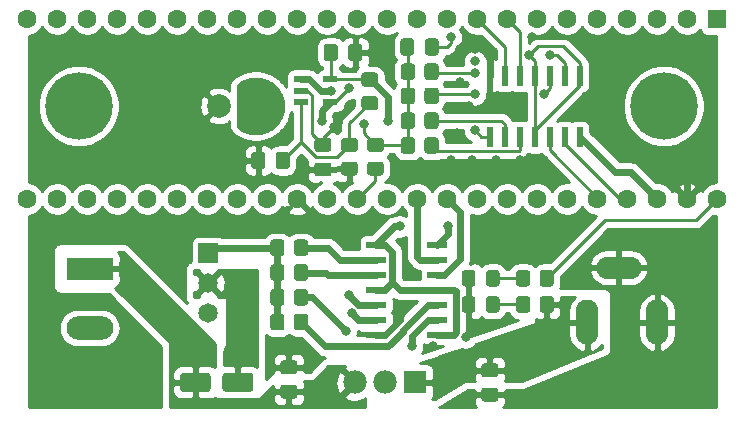
<source format=gbr>
%TF.GenerationSoftware,KiCad,Pcbnew,(5.1.8-0-10_14)*%
%TF.CreationDate,2020-12-27T09:31:58+11:00*%
%TF.ProjectId,Open-JIP(KiCad)_T3.6,4f70656e-2d4a-4495-9028-4b6943616429,rev?*%
%TF.SameCoordinates,Original*%
%TF.FileFunction,Copper,L1,Top*%
%TF.FilePolarity,Positive*%
%FSLAX46Y46*%
G04 Gerber Fmt 4.6, Leading zero omitted, Abs format (unit mm)*
G04 Created by KiCad (PCBNEW (5.1.8-0-10_14)) date 2020-12-27 09:31:58*
%MOMM*%
%LPD*%
G01*
G04 APERTURE LIST*
%TA.AperFunction,EtchedComponent*%
%ADD10C,0.001000*%
%TD*%
%TA.AperFunction,ComponentPad*%
%ADD11C,5.700000*%
%TD*%
%TA.AperFunction,ComponentPad*%
%ADD12C,1.600000*%
%TD*%
%TA.AperFunction,ComponentPad*%
%ADD13R,1.600000X1.600000*%
%TD*%
%TA.AperFunction,ComponentPad*%
%ADD14O,1.900000X3.800000*%
%TD*%
%TA.AperFunction,ComponentPad*%
%ADD15O,3.800000X1.900000*%
%TD*%
%TA.AperFunction,ComponentPad*%
%ADD16R,1.651000X1.651000*%
%TD*%
%TA.AperFunction,ComponentPad*%
%ADD17C,1.651000*%
%TD*%
%TA.AperFunction,ComponentPad*%
%ADD18C,2.000000*%
%TD*%
%TA.AperFunction,ComponentPad*%
%ADD19R,3.960000X1.980000*%
%TD*%
%TA.AperFunction,ComponentPad*%
%ADD20O,3.960000X1.980000*%
%TD*%
%TA.AperFunction,SMDPad,CuDef*%
%ADD21R,1.701800X0.533400*%
%TD*%
%TA.AperFunction,SMDPad,CuDef*%
%ADD22R,0.533400X1.701800*%
%TD*%
%TA.AperFunction,ComponentPad*%
%ADD23R,1.980000X1.980000*%
%TD*%
%TA.AperFunction,ComponentPad*%
%ADD24C,1.980000*%
%TD*%
%TA.AperFunction,SMDPad,CuDef*%
%ADD25R,1.210000X0.590000*%
%TD*%
%TA.AperFunction,ViaPad*%
%ADD26C,0.800000*%
%TD*%
%TA.AperFunction,Conductor*%
%ADD27C,0.250000*%
%TD*%
%TA.AperFunction,Conductor*%
%ADD28C,0.600000*%
%TD*%
%TA.AperFunction,Conductor*%
%ADD29C,0.254000*%
%TD*%
%TA.AperFunction,Conductor*%
%ADD30C,0.100000*%
%TD*%
G04 APERTURE END LIST*
D10*
%TO.C,D1*%
G36*
X148770000Y-81940000D02*
G01*
X148770000Y-80210000D01*
X148825072Y-80161331D01*
X148869937Y-80123885D01*
X148915724Y-80087573D01*
X148962405Y-80052417D01*
X149009951Y-80018441D01*
X149058332Y-79985664D01*
X149107517Y-79954107D01*
X149157477Y-79923791D01*
X149208179Y-79894734D01*
X149259592Y-79866954D01*
X149311684Y-79840469D01*
X149364422Y-79815296D01*
X149417774Y-79791449D01*
X149471705Y-79768945D01*
X149526182Y-79747796D01*
X149581171Y-79728017D01*
X149636638Y-79709619D01*
X149692548Y-79692615D01*
X149748865Y-79677014D01*
X149805555Y-79662827D01*
X149862582Y-79650063D01*
X149919911Y-79638729D01*
X149977505Y-79628832D01*
X150035329Y-79620380D01*
X150093346Y-79613376D01*
X150151520Y-79607826D01*
X150209815Y-79603732D01*
X150268193Y-79601098D01*
X150326620Y-79599925D01*
X150370000Y-79600000D01*
X150395000Y-79600000D01*
X150527992Y-79605535D01*
X150652129Y-79617379D01*
X150775487Y-79635632D01*
X150897735Y-79660244D01*
X151018545Y-79691151D01*
X151137594Y-79728268D01*
X151254563Y-79771497D01*
X151369137Y-79820722D01*
X151481010Y-79875811D01*
X151589882Y-79936616D01*
X151695461Y-80002974D01*
X151797464Y-80074708D01*
X151895618Y-80151624D01*
X151989660Y-80233517D01*
X152079337Y-80320168D01*
X152164410Y-80411344D01*
X152244649Y-80506801D01*
X152319841Y-80606282D01*
X152389783Y-80709522D01*
X152454289Y-80816243D01*
X152513184Y-80926159D01*
X152566312Y-81038977D01*
X152613530Y-81154393D01*
X152654711Y-81272098D01*
X152689746Y-81391776D01*
X152718539Y-81513108D01*
X152741014Y-81635767D01*
X152757111Y-81759424D01*
X152766787Y-81883750D01*
X152770000Y-82000000D01*
X152766787Y-82116250D01*
X152757111Y-82240576D01*
X152741014Y-82364233D01*
X152718539Y-82486892D01*
X152689746Y-82608224D01*
X152654711Y-82727902D01*
X152613530Y-82845607D01*
X152566312Y-82961023D01*
X152513184Y-83073841D01*
X152454289Y-83183757D01*
X152389783Y-83290478D01*
X152319841Y-83393718D01*
X152244649Y-83493199D01*
X152164410Y-83588656D01*
X152079337Y-83679832D01*
X151989660Y-83766483D01*
X151895618Y-83848376D01*
X151797464Y-83925292D01*
X151695461Y-83997026D01*
X151589882Y-84063384D01*
X151481010Y-84124189D01*
X151369137Y-84179278D01*
X151254563Y-84228503D01*
X151137594Y-84271732D01*
X151018545Y-84308849D01*
X150897735Y-84339756D01*
X150775487Y-84364368D01*
X150652129Y-84382621D01*
X150527992Y-84394465D01*
X150395000Y-84400000D01*
X150295000Y-84400000D01*
X150370000Y-84400000D01*
X150326620Y-84400075D01*
X150268193Y-84398902D01*
X150209815Y-84396268D01*
X150151520Y-84392174D01*
X150093346Y-84386624D01*
X150035329Y-84379620D01*
X149977505Y-84371168D01*
X149919911Y-84361271D01*
X149862582Y-84349937D01*
X149805555Y-84337173D01*
X149748865Y-84322986D01*
X149692548Y-84307385D01*
X149636638Y-84290381D01*
X149581171Y-84271983D01*
X149526182Y-84252204D01*
X149471705Y-84231055D01*
X149417774Y-84208551D01*
X149364422Y-84184704D01*
X149311684Y-84159531D01*
X149259592Y-84133046D01*
X149208179Y-84105266D01*
X149157477Y-84076209D01*
X149107517Y-84045893D01*
X149058332Y-84014336D01*
X149009951Y-83981559D01*
X148962405Y-83947583D01*
X148915724Y-83912427D01*
X148869937Y-83876115D01*
X148825072Y-83838669D01*
X148770000Y-83790000D01*
X148770000Y-81940000D01*
G37*
X148770000Y-81940000D02*
X148770000Y-80210000D01*
X148825072Y-80161331D01*
X148869937Y-80123885D01*
X148915724Y-80087573D01*
X148962405Y-80052417D01*
X149009951Y-80018441D01*
X149058332Y-79985664D01*
X149107517Y-79954107D01*
X149157477Y-79923791D01*
X149208179Y-79894734D01*
X149259592Y-79866954D01*
X149311684Y-79840469D01*
X149364422Y-79815296D01*
X149417774Y-79791449D01*
X149471705Y-79768945D01*
X149526182Y-79747796D01*
X149581171Y-79728017D01*
X149636638Y-79709619D01*
X149692548Y-79692615D01*
X149748865Y-79677014D01*
X149805555Y-79662827D01*
X149862582Y-79650063D01*
X149919911Y-79638729D01*
X149977505Y-79628832D01*
X150035329Y-79620380D01*
X150093346Y-79613376D01*
X150151520Y-79607826D01*
X150209815Y-79603732D01*
X150268193Y-79601098D01*
X150326620Y-79599925D01*
X150370000Y-79600000D01*
X150395000Y-79600000D01*
X150527992Y-79605535D01*
X150652129Y-79617379D01*
X150775487Y-79635632D01*
X150897735Y-79660244D01*
X151018545Y-79691151D01*
X151137594Y-79728268D01*
X151254563Y-79771497D01*
X151369137Y-79820722D01*
X151481010Y-79875811D01*
X151589882Y-79936616D01*
X151695461Y-80002974D01*
X151797464Y-80074708D01*
X151895618Y-80151624D01*
X151989660Y-80233517D01*
X152079337Y-80320168D01*
X152164410Y-80411344D01*
X152244649Y-80506801D01*
X152319841Y-80606282D01*
X152389783Y-80709522D01*
X152454289Y-80816243D01*
X152513184Y-80926159D01*
X152566312Y-81038977D01*
X152613530Y-81154393D01*
X152654711Y-81272098D01*
X152689746Y-81391776D01*
X152718539Y-81513108D01*
X152741014Y-81635767D01*
X152757111Y-81759424D01*
X152766787Y-81883750D01*
X152770000Y-82000000D01*
X152766787Y-82116250D01*
X152757111Y-82240576D01*
X152741014Y-82364233D01*
X152718539Y-82486892D01*
X152689746Y-82608224D01*
X152654711Y-82727902D01*
X152613530Y-82845607D01*
X152566312Y-82961023D01*
X152513184Y-83073841D01*
X152454289Y-83183757D01*
X152389783Y-83290478D01*
X152319841Y-83393718D01*
X152244649Y-83493199D01*
X152164410Y-83588656D01*
X152079337Y-83679832D01*
X151989660Y-83766483D01*
X151895618Y-83848376D01*
X151797464Y-83925292D01*
X151695461Y-83997026D01*
X151589882Y-84063384D01*
X151481010Y-84124189D01*
X151369137Y-84179278D01*
X151254563Y-84228503D01*
X151137594Y-84271732D01*
X151018545Y-84308849D01*
X150897735Y-84339756D01*
X150775487Y-84364368D01*
X150652129Y-84382621D01*
X150527992Y-84394465D01*
X150395000Y-84400000D01*
X150295000Y-84400000D01*
X150370000Y-84400000D01*
X150326620Y-84400075D01*
X150268193Y-84398902D01*
X150209815Y-84396268D01*
X150151520Y-84392174D01*
X150093346Y-84386624D01*
X150035329Y-84379620D01*
X149977505Y-84371168D01*
X149919911Y-84361271D01*
X149862582Y-84349937D01*
X149805555Y-84337173D01*
X149748865Y-84322986D01*
X149692548Y-84307385D01*
X149636638Y-84290381D01*
X149581171Y-84271983D01*
X149526182Y-84252204D01*
X149471705Y-84231055D01*
X149417774Y-84208551D01*
X149364422Y-84184704D01*
X149311684Y-84159531D01*
X149259592Y-84133046D01*
X149208179Y-84105266D01*
X149157477Y-84076209D01*
X149107517Y-84045893D01*
X149058332Y-84014336D01*
X149009951Y-83981559D01*
X148962405Y-83947583D01*
X148915724Y-83912427D01*
X148869937Y-83876115D01*
X148825072Y-83838669D01*
X148770000Y-83790000D01*
X148770000Y-81940000D01*
%TD*%
D11*
%TO.P,REF\u002A\u002A,1*%
%TO.N,N/C*%
X184912000Y-82000000D03*
%TD*%
D12*
%TO.P,U5,17*%
%TO.N,Net-(U5-Pad17)*%
X148795001Y-74645001D03*
%TO.P,U5,18*%
%TO.N,Net-(U5-Pad18)*%
X146255001Y-74645001D03*
%TO.P,U5,19*%
%TO.N,Net-(U5-Pad19)*%
X143715001Y-74645001D03*
%TO.P,U5,20*%
%TO.N,Net-(U5-Pad20)*%
X141175001Y-74645001D03*
%TO.P,U5,16*%
%TO.N,Net-(U5-Pad16)*%
X151335001Y-74645001D03*
%TO.P,U5,15*%
%TO.N,Net-(U5-Pad15)*%
X153875001Y-74645001D03*
%TO.P,U5,14*%
%TO.N,Net-(U5-Pad14)*%
X156415001Y-74645001D03*
%TO.P,U5,21*%
%TO.N,Net-(U5-Pad21)*%
X138635001Y-74645001D03*
%TO.P,U5,22*%
%TO.N,Net-(U5-Pad22)*%
X136095001Y-74645001D03*
%TO.P,U5,23*%
%TO.N,Net-(U5-Pad23)*%
X133555001Y-74645001D03*
%TO.P,U5,24*%
%TO.N,Net-(U5-Pad24)*%
X131015001Y-74645001D03*
%TO.P,U5,30*%
%TO.N,Net-(U5-Pad30)*%
X131015001Y-89885001D03*
%TO.P,U5,31*%
%TO.N,Net-(U5-Pad31)*%
X133555001Y-89885001D03*
%TO.P,U5,32*%
%TO.N,Net-(U5-Pad32)*%
X136095001Y-89885001D03*
%TO.P,U5,33*%
%TO.N,Net-(U5-Pad33)*%
X138635001Y-89885001D03*
%TO.P,U5,34*%
%TO.N,Net-(U5-Pad34)*%
X141175001Y-89885001D03*
%TO.P,U5,35*%
%TO.N,Net-(U5-Pad35)*%
X143715001Y-89885001D03*
%TO.P,U5,36*%
%TO.N,Net-(U5-Pad36)*%
X146255001Y-89885001D03*
%TO.P,U5,37*%
%TO.N,ActinicGain3*%
X148795001Y-89885001D03*
%TO.P,U5,13*%
%TO.N,Net-(U5-Pad13)*%
X158955001Y-74645001D03*
%TO.P,U5,12*%
%TO.N,Net-(U5-Pad12)*%
X161495001Y-74645001D03*
%TO.P,U5,11*%
%TO.N,Net-(U5-Pad11)*%
X164035001Y-74645001D03*
%TO.P,U5,10*%
%TO.N,Net-(U5-Pad10)*%
X166575001Y-74645001D03*
%TO.P,U5,9*%
%TO.N,FluoroGain3*%
X169115001Y-74645001D03*
%TO.P,U5,8*%
%TO.N,FluoroGain2*%
X171655001Y-74645001D03*
%TO.P,U5,7*%
%TO.N,Net-(U5-Pad7)*%
X174195001Y-74645001D03*
%TO.P,U5,6*%
%TO.N,Net-(U5-Pad6)*%
X176735001Y-74645001D03*
%TO.P,U5,5*%
%TO.N,Net-(U5-Pad5)*%
X179275001Y-74645001D03*
%TO.P,U5,4*%
%TO.N,Net-(U5-Pad4)*%
X181815001Y-74645001D03*
%TO.P,U5,3*%
%TO.N,Net-(U5-Pad3)*%
X184355001Y-74645001D03*
%TO.P,U5,2*%
%TO.N,Net-(U5-Pad2)*%
X186895001Y-74645001D03*
D13*
%TO.P,U5,1*%
%TO.N,Net-(U5-Pad1)*%
X189435001Y-74645001D03*
D12*
%TO.P,U5,38*%
%TO.N,ActinicGain2*%
X151335001Y-89885001D03*
%TO.P,U5,39*%
%TO.N,GND*%
X153875001Y-89885001D03*
%TO.P,U5,40*%
%TO.N,Net-(U5-Pad40)*%
X156415001Y-89885001D03*
%TO.P,U5,41*%
%TO.N,FluoroRead*%
X158955001Y-89885001D03*
%TO.P,U5,42*%
%TO.N,Net-(U5-Pad42)*%
X161495001Y-89885001D03*
%TO.P,U5,43*%
%TO.N,ActinicGain1*%
X164035001Y-89885001D03*
%TO.P,U5,44*%
%TO.N,ActinicGain4*%
X166575001Y-89885001D03*
%TO.P,U5,45*%
%TO.N,Net-(U5-Pad45)*%
X169115001Y-89885001D03*
%TO.P,U5,46*%
%TO.N,Net-(U5-Pad46)*%
X171655001Y-89885001D03*
%TO.P,U5,47*%
%TO.N,Net-(U5-Pad47)*%
X174195001Y-89885001D03*
%TO.P,U5,48*%
%TO.N,Net-(U5-Pad48)*%
X176735001Y-89885001D03*
%TO.P,U5,49*%
%TO.N,FluoroGain4*%
X179275001Y-89885001D03*
%TO.P,U5,50*%
%TO.N,FluoroGain1*%
X181815001Y-89885001D03*
%TO.P,U5,51*%
%TO.N,+3V3*%
X184355001Y-89885001D03*
%TO.P,U5,52*%
%TO.N,GNDA*%
X186895001Y-89885001D03*
%TO.P,U5,53*%
%TO.N,+5V*%
X189435001Y-89885001D03*
%TD*%
D11*
%TO.P,REF\u002A\u002A,1*%
%TO.N,N/C*%
X135382000Y-82000000D03*
%TD*%
D14*
%TO.P,J1,1*%
%TO.N,+15V*%
X178422000Y-100330000D03*
%TO.P,J1,2*%
%TO.N,GND*%
X184352000Y-100330000D03*
D15*
%TO.P,J1,3*%
X181102000Y-95680000D03*
%TD*%
%TO.P,R13,2*%
%TO.N,Net-(D3-Pad2)*%
%TA.AperFunction,SMDPad,CuDef*%
G36*
G01*
X173606000Y-98355999D02*
X173606000Y-99256001D01*
G75*
G02*
X173356001Y-99506000I-249999J0D01*
G01*
X172655999Y-99506000D01*
G75*
G02*
X172406000Y-99256001I0J249999D01*
G01*
X172406000Y-98355999D01*
G75*
G02*
X172655999Y-98106000I249999J0D01*
G01*
X173356001Y-98106000D01*
G75*
G02*
X173606000Y-98355999I0J-249999D01*
G01*
G37*
%TD.AperFunction*%
%TO.P,R13,1*%
%TO.N,+15V*%
%TA.AperFunction,SMDPad,CuDef*%
G36*
G01*
X175606000Y-98355999D02*
X175606000Y-99256001D01*
G75*
G02*
X175356001Y-99506000I-249999J0D01*
G01*
X174655999Y-99506000D01*
G75*
G02*
X174406000Y-99256001I0J249999D01*
G01*
X174406000Y-98355999D01*
G75*
G02*
X174655999Y-98106000I249999J0D01*
G01*
X175356001Y-98106000D01*
G75*
G02*
X175606000Y-98355999I0J-249999D01*
G01*
G37*
%TD.AperFunction*%
%TD*%
%TO.P,D3,2*%
%TO.N,Net-(D3-Pad2)*%
%TA.AperFunction,SMDPad,CuDef*%
G36*
G01*
X169859000Y-99256001D02*
X169859000Y-98355999D01*
G75*
G02*
X170108999Y-98106000I249999J0D01*
G01*
X170759001Y-98106000D01*
G75*
G02*
X171009000Y-98355999I0J-249999D01*
G01*
X171009000Y-99256001D01*
G75*
G02*
X170759001Y-99506000I-249999J0D01*
G01*
X170108999Y-99506000D01*
G75*
G02*
X169859000Y-99256001I0J249999D01*
G01*
G37*
%TD.AperFunction*%
%TO.P,D3,1*%
%TO.N,GND*%
%TA.AperFunction,SMDPad,CuDef*%
G36*
G01*
X167809000Y-99256001D02*
X167809000Y-98355999D01*
G75*
G02*
X168058999Y-98106000I249999J0D01*
G01*
X168709001Y-98106000D01*
G75*
G02*
X168959000Y-98355999I0J-249999D01*
G01*
X168959000Y-99256001D01*
G75*
G02*
X168709001Y-99506000I-249999J0D01*
G01*
X168058999Y-99506000D01*
G75*
G02*
X167809000Y-99256001I0J249999D01*
G01*
G37*
%TD.AperFunction*%
%TD*%
%TO.P,C1,2*%
%TO.N,Net-(C1-Pad2)*%
%TA.AperFunction,SMDPad,CuDef*%
G36*
G01*
X152066500Y-87089000D02*
X152066500Y-86139000D01*
G75*
G02*
X152316500Y-85889000I250000J0D01*
G01*
X152991500Y-85889000D01*
G75*
G02*
X153241500Y-86139000I0J-250000D01*
G01*
X153241500Y-87089000D01*
G75*
G02*
X152991500Y-87339000I-250000J0D01*
G01*
X152316500Y-87339000D01*
G75*
G02*
X152066500Y-87089000I0J250000D01*
G01*
G37*
%TD.AperFunction*%
%TO.P,C1,1*%
%TO.N,GNDA*%
%TA.AperFunction,SMDPad,CuDef*%
G36*
G01*
X149991500Y-87089000D02*
X149991500Y-86139000D01*
G75*
G02*
X150241500Y-85889000I250000J0D01*
G01*
X150916500Y-85889000D01*
G75*
G02*
X151166500Y-86139000I0J-250000D01*
G01*
X151166500Y-87089000D01*
G75*
G02*
X150916500Y-87339000I-250000J0D01*
G01*
X150241500Y-87339000D01*
G75*
G02*
X149991500Y-87089000I0J250000D01*
G01*
G37*
%TD.AperFunction*%
%TD*%
%TO.P,C2,1*%
%TO.N,GND*%
%TA.AperFunction,SMDPad,CuDef*%
G36*
G01*
X170655000Y-107035000D02*
X169705000Y-107035000D01*
G75*
G02*
X169455000Y-106785000I0J250000D01*
G01*
X169455000Y-106110000D01*
G75*
G02*
X169705000Y-105860000I250000J0D01*
G01*
X170655000Y-105860000D01*
G75*
G02*
X170905000Y-106110000I0J-250000D01*
G01*
X170905000Y-106785000D01*
G75*
G02*
X170655000Y-107035000I-250000J0D01*
G01*
G37*
%TD.AperFunction*%
%TO.P,C2,2*%
%TO.N,+15V*%
%TA.AperFunction,SMDPad,CuDef*%
G36*
G01*
X170655000Y-104960000D02*
X169705000Y-104960000D01*
G75*
G02*
X169455000Y-104710000I0J250000D01*
G01*
X169455000Y-104035000D01*
G75*
G02*
X169705000Y-103785000I250000J0D01*
G01*
X170655000Y-103785000D01*
G75*
G02*
X170905000Y-104035000I0J-250000D01*
G01*
X170905000Y-104710000D01*
G75*
G02*
X170655000Y-104960000I-250000J0D01*
G01*
G37*
%TD.AperFunction*%
%TD*%
%TO.P,C3,1*%
%TO.N,/Out*%
%TA.AperFunction,SMDPad,CuDef*%
G36*
G01*
X162612500Y-77475000D02*
X162612500Y-76525000D01*
G75*
G02*
X162862500Y-76275000I250000J0D01*
G01*
X163537500Y-76275000D01*
G75*
G02*
X163787500Y-76525000I0J-250000D01*
G01*
X163787500Y-77475000D01*
G75*
G02*
X163537500Y-77725000I-250000J0D01*
G01*
X162862500Y-77725000D01*
G75*
G02*
X162612500Y-77475000I0J250000D01*
G01*
G37*
%TD.AperFunction*%
%TO.P,C3,2*%
%TO.N,/-IN*%
%TA.AperFunction,SMDPad,CuDef*%
G36*
G01*
X164687500Y-77475000D02*
X164687500Y-76525000D01*
G75*
G02*
X164937500Y-76275000I250000J0D01*
G01*
X165612500Y-76275000D01*
G75*
G02*
X165862500Y-76525000I0J-250000D01*
G01*
X165862500Y-77475000D01*
G75*
G02*
X165612500Y-77725000I-250000J0D01*
G01*
X164937500Y-77725000D01*
G75*
G02*
X164687500Y-77475000I0J250000D01*
G01*
G37*
%TD.AperFunction*%
%TD*%
%TO.P,C4,2*%
%TO.N,Net-(C4-Pad2)*%
%TA.AperFunction,SMDPad,CuDef*%
G36*
G01*
X152687000Y-105606000D02*
X153637000Y-105606000D01*
G75*
G02*
X153887000Y-105856000I0J-250000D01*
G01*
X153887000Y-106531000D01*
G75*
G02*
X153637000Y-106781000I-250000J0D01*
G01*
X152687000Y-106781000D01*
G75*
G02*
X152437000Y-106531000I0J250000D01*
G01*
X152437000Y-105856000D01*
G75*
G02*
X152687000Y-105606000I250000J0D01*
G01*
G37*
%TD.AperFunction*%
%TO.P,C4,1*%
%TO.N,GND*%
%TA.AperFunction,SMDPad,CuDef*%
G36*
G01*
X152687000Y-103531000D02*
X153637000Y-103531000D01*
G75*
G02*
X153887000Y-103781000I0J-250000D01*
G01*
X153887000Y-104456000D01*
G75*
G02*
X153637000Y-104706000I-250000J0D01*
G01*
X152687000Y-104706000D01*
G75*
G02*
X152437000Y-104456000I0J250000D01*
G01*
X152437000Y-103781000D01*
G75*
G02*
X152687000Y-103531000I250000J0D01*
G01*
G37*
%TD.AperFunction*%
%TD*%
%TO.P,C5,2*%
%TO.N,GNDA*%
%TA.AperFunction,SMDPad,CuDef*%
G36*
G01*
X156525000Y-85887500D02*
X155575000Y-85887500D01*
G75*
G02*
X155325000Y-85637500I0J250000D01*
G01*
X155325000Y-84962500D01*
G75*
G02*
X155575000Y-84712500I250000J0D01*
G01*
X156525000Y-84712500D01*
G75*
G02*
X156775000Y-84962500I0J-250000D01*
G01*
X156775000Y-85637500D01*
G75*
G02*
X156525000Y-85887500I-250000J0D01*
G01*
G37*
%TD.AperFunction*%
%TO.P,C5,1*%
%TA.AperFunction,SMDPad,CuDef*%
G36*
G01*
X156525000Y-87962500D02*
X155575000Y-87962500D01*
G75*
G02*
X155325000Y-87712500I0J250000D01*
G01*
X155325000Y-87037500D01*
G75*
G02*
X155575000Y-86787500I250000J0D01*
G01*
X156525000Y-86787500D01*
G75*
G02*
X156775000Y-87037500I0J-250000D01*
G01*
X156775000Y-87712500D01*
G75*
G02*
X156525000Y-87962500I-250000J0D01*
G01*
G37*
%TD.AperFunction*%
%TD*%
%TO.P,C6,1*%
%TO.N,GNDA*%
%TA.AperFunction,SMDPad,CuDef*%
G36*
G01*
X159380500Y-76995000D02*
X159380500Y-77945000D01*
G75*
G02*
X159130500Y-78195000I-250000J0D01*
G01*
X158455500Y-78195000D01*
G75*
G02*
X158205500Y-77945000I0J250000D01*
G01*
X158205500Y-76995000D01*
G75*
G02*
X158455500Y-76745000I250000J0D01*
G01*
X159130500Y-76745000D01*
G75*
G02*
X159380500Y-76995000I0J-250000D01*
G01*
G37*
%TD.AperFunction*%
%TO.P,C6,2*%
%TO.N,+3V3*%
%TA.AperFunction,SMDPad,CuDef*%
G36*
G01*
X157305500Y-76995000D02*
X157305500Y-77945000D01*
G75*
G02*
X157055500Y-78195000I-250000J0D01*
G01*
X156380500Y-78195000D01*
G75*
G02*
X156130500Y-77945000I0J250000D01*
G01*
X156130500Y-76995000D01*
G75*
G02*
X156380500Y-76745000I250000J0D01*
G01*
X157055500Y-76745000D01*
G75*
G02*
X157305500Y-76995000I0J-250000D01*
G01*
G37*
%TD.AperFunction*%
%TD*%
%TO.P,C7,1*%
%TO.N,Net-(C4-Pad2)*%
%TA.AperFunction,SMDPad,CuDef*%
G36*
G01*
X143950000Y-105950000D02*
X143950000Y-104850000D01*
G75*
G02*
X144200000Y-104600000I250000J0D01*
G01*
X146300000Y-104600000D01*
G75*
G02*
X146550000Y-104850000I0J-250000D01*
G01*
X146550000Y-105950000D01*
G75*
G02*
X146300000Y-106200000I-250000J0D01*
G01*
X144200000Y-106200000D01*
G75*
G02*
X143950000Y-105950000I0J250000D01*
G01*
G37*
%TD.AperFunction*%
%TO.P,C7,2*%
%TO.N,Net-(C7-Pad2)*%
%TA.AperFunction,SMDPad,CuDef*%
G36*
G01*
X147550000Y-105950000D02*
X147550000Y-104850000D01*
G75*
G02*
X147800000Y-104600000I250000J0D01*
G01*
X149900000Y-104600000D01*
G75*
G02*
X150150000Y-104850000I0J-250000D01*
G01*
X150150000Y-105950000D01*
G75*
G02*
X149900000Y-106200000I-250000J0D01*
G01*
X147800000Y-106200000D01*
G75*
G02*
X147550000Y-105950000I0J250000D01*
G01*
G37*
%TD.AperFunction*%
%TD*%
D16*
%TO.P,CR1,1*%
%TO.N,/TrigOut*%
X146350000Y-94450000D03*
D17*
%TO.P,CR1,2*%
%TO.N,Net-(C7-Pad2)*%
X146350000Y-96990000D03*
%TO.P,CR1,3*%
%TO.N,GND*%
X146350000Y-99530000D03*
%TD*%
D18*
%TO.P,D1,1*%
%TO.N,GNDA*%
X147230000Y-82000000D03*
%TO.P,D1,2*%
%TO.N,/-IN*%
X149770000Y-82000000D03*
%TD*%
%TO.P,D2,1*%
%TO.N,GND*%
%TA.AperFunction,SMDPad,CuDef*%
G36*
G01*
X167809000Y-97036001D02*
X167809000Y-96135999D01*
G75*
G02*
X168058999Y-95886000I249999J0D01*
G01*
X168709001Y-95886000D01*
G75*
G02*
X168959000Y-96135999I0J-249999D01*
G01*
X168959000Y-97036001D01*
G75*
G02*
X168709001Y-97286000I-249999J0D01*
G01*
X168058999Y-97286000D01*
G75*
G02*
X167809000Y-97036001I0J249999D01*
G01*
G37*
%TD.AperFunction*%
%TO.P,D2,2*%
%TO.N,Net-(D2-Pad2)*%
%TA.AperFunction,SMDPad,CuDef*%
G36*
G01*
X169859000Y-97036001D02*
X169859000Y-96135999D01*
G75*
G02*
X170108999Y-95886000I249999J0D01*
G01*
X170759001Y-95886000D01*
G75*
G02*
X171009000Y-96135999I0J-249999D01*
G01*
X171009000Y-97036001D01*
G75*
G02*
X170759001Y-97286000I-249999J0D01*
G01*
X170108999Y-97286000D01*
G75*
G02*
X169859000Y-97036001I0J249999D01*
G01*
G37*
%TD.AperFunction*%
%TD*%
D19*
%TO.P,J2,1*%
%TO.N,Net-(C4-Pad2)*%
X136300000Y-95800000D03*
D20*
%TO.P,J2,2*%
%TO.N,Net-(C7-Pad2)*%
X136300000Y-100800000D03*
%TD*%
%TO.P,R1,1*%
%TO.N,Net-(C1-Pad2)*%
%TA.AperFunction,SMDPad,CuDef*%
G36*
G01*
X160470001Y-82356000D02*
X159569999Y-82356000D01*
G75*
G02*
X159320000Y-82106001I0J249999D01*
G01*
X159320000Y-81405999D01*
G75*
G02*
X159569999Y-81156000I249999J0D01*
G01*
X160470001Y-81156000D01*
G75*
G02*
X160720000Y-81405999I0J-249999D01*
G01*
X160720000Y-82106001D01*
G75*
G02*
X160470001Y-82356000I-249999J0D01*
G01*
G37*
%TD.AperFunction*%
%TO.P,R1,2*%
%TO.N,+3V3*%
%TA.AperFunction,SMDPad,CuDef*%
G36*
G01*
X160470001Y-80356000D02*
X159569999Y-80356000D01*
G75*
G02*
X159320000Y-80106001I0J249999D01*
G01*
X159320000Y-79405999D01*
G75*
G02*
X159569999Y-79156000I249999J0D01*
G01*
X160470001Y-79156000D01*
G75*
G02*
X160720000Y-79405999I0J-249999D01*
G01*
X160720000Y-80106001D01*
G75*
G02*
X160470001Y-80356000I-249999J0D01*
G01*
G37*
%TD.AperFunction*%
%TD*%
%TO.P,R2,2*%
%TO.N,Net-(C1-Pad2)*%
%TA.AperFunction,SMDPad,CuDef*%
G36*
G01*
X158750001Y-85900000D02*
X157849999Y-85900000D01*
G75*
G02*
X157600000Y-85650001I0J249999D01*
G01*
X157600000Y-84949999D01*
G75*
G02*
X157849999Y-84700000I249999J0D01*
G01*
X158750001Y-84700000D01*
G75*
G02*
X159000000Y-84949999I0J-249999D01*
G01*
X159000000Y-85650001D01*
G75*
G02*
X158750001Y-85900000I-249999J0D01*
G01*
G37*
%TD.AperFunction*%
%TO.P,R2,1*%
%TO.N,GNDA*%
%TA.AperFunction,SMDPad,CuDef*%
G36*
G01*
X158750001Y-87900000D02*
X157849999Y-87900000D01*
G75*
G02*
X157600000Y-87650001I0J249999D01*
G01*
X157600000Y-86949999D01*
G75*
G02*
X157849999Y-86700000I249999J0D01*
G01*
X158750001Y-86700000D01*
G75*
G02*
X159000000Y-86949999I0J-249999D01*
G01*
X159000000Y-87650001D01*
G75*
G02*
X158750001Y-87900000I-249999J0D01*
G01*
G37*
%TD.AperFunction*%
%TD*%
%TO.P,R3,1*%
%TO.N,/Out*%
%TA.AperFunction,SMDPad,CuDef*%
G36*
G01*
X162650000Y-85800001D02*
X162650000Y-84899999D01*
G75*
G02*
X162899999Y-84650000I249999J0D01*
G01*
X163600001Y-84650000D01*
G75*
G02*
X163850000Y-84899999I0J-249999D01*
G01*
X163850000Y-85800001D01*
G75*
G02*
X163600001Y-86050000I-249999J0D01*
G01*
X162899999Y-86050000D01*
G75*
G02*
X162650000Y-85800001I0J249999D01*
G01*
G37*
%TD.AperFunction*%
%TO.P,R3,2*%
%TO.N,Net-(R3-Pad2)*%
%TA.AperFunction,SMDPad,CuDef*%
G36*
G01*
X164650000Y-85800001D02*
X164650000Y-84899999D01*
G75*
G02*
X164899999Y-84650000I249999J0D01*
G01*
X165600001Y-84650000D01*
G75*
G02*
X165850000Y-84899999I0J-249999D01*
G01*
X165850000Y-85800001D01*
G75*
G02*
X165600001Y-86050000I-249999J0D01*
G01*
X164899999Y-86050000D01*
G75*
G02*
X164650000Y-85800001I0J249999D01*
G01*
G37*
%TD.AperFunction*%
%TD*%
%TO.P,R4,2*%
%TO.N,Net-(R4-Pad2)*%
%TA.AperFunction,SMDPad,CuDef*%
G36*
G01*
X153600000Y-100750001D02*
X153600000Y-99849999D01*
G75*
G02*
X153849999Y-99600000I249999J0D01*
G01*
X154550001Y-99600000D01*
G75*
G02*
X154800000Y-99849999I0J-249999D01*
G01*
X154800000Y-100750001D01*
G75*
G02*
X154550001Y-101000000I-249999J0D01*
G01*
X153849999Y-101000000D01*
G75*
G02*
X153600000Y-100750001I0J249999D01*
G01*
G37*
%TD.AperFunction*%
%TO.P,R4,1*%
%TO.N,/TrigOut*%
%TA.AperFunction,SMDPad,CuDef*%
G36*
G01*
X151600000Y-100750001D02*
X151600000Y-99849999D01*
G75*
G02*
X151849999Y-99600000I249999J0D01*
G01*
X152550001Y-99600000D01*
G75*
G02*
X152800000Y-99849999I0J-249999D01*
G01*
X152800000Y-100750001D01*
G75*
G02*
X152550001Y-101000000I-249999J0D01*
G01*
X151849999Y-101000000D01*
G75*
G02*
X151600000Y-100750001I0J249999D01*
G01*
G37*
%TD.AperFunction*%
%TD*%
%TO.P,R5,2*%
%TO.N,Net-(R5-Pad2)*%
%TA.AperFunction,SMDPad,CuDef*%
G36*
G01*
X164650000Y-83700001D02*
X164650000Y-82799999D01*
G75*
G02*
X164899999Y-82550000I249999J0D01*
G01*
X165600001Y-82550000D01*
G75*
G02*
X165850000Y-82799999I0J-249999D01*
G01*
X165850000Y-83700001D01*
G75*
G02*
X165600001Y-83950000I-249999J0D01*
G01*
X164899999Y-83950000D01*
G75*
G02*
X164650000Y-83700001I0J249999D01*
G01*
G37*
%TD.AperFunction*%
%TO.P,R5,1*%
%TO.N,/Out*%
%TA.AperFunction,SMDPad,CuDef*%
G36*
G01*
X162650000Y-83700001D02*
X162650000Y-82799999D01*
G75*
G02*
X162899999Y-82550000I249999J0D01*
G01*
X163600001Y-82550000D01*
G75*
G02*
X163850000Y-82799999I0J-249999D01*
G01*
X163850000Y-83700001D01*
G75*
G02*
X163600001Y-83950000I-249999J0D01*
G01*
X162899999Y-83950000D01*
G75*
G02*
X162650000Y-83700001I0J249999D01*
G01*
G37*
%TD.AperFunction*%
%TD*%
%TO.P,R6,1*%
%TO.N,/TrigOut*%
%TA.AperFunction,SMDPad,CuDef*%
G36*
G01*
X151600000Y-98650001D02*
X151600000Y-97749999D01*
G75*
G02*
X151849999Y-97500000I249999J0D01*
G01*
X152550001Y-97500000D01*
G75*
G02*
X152800000Y-97749999I0J-249999D01*
G01*
X152800000Y-98650001D01*
G75*
G02*
X152550001Y-98900000I-249999J0D01*
G01*
X151849999Y-98900000D01*
G75*
G02*
X151600000Y-98650001I0J249999D01*
G01*
G37*
%TD.AperFunction*%
%TO.P,R6,2*%
%TO.N,Net-(R6-Pad2)*%
%TA.AperFunction,SMDPad,CuDef*%
G36*
G01*
X153600000Y-98650001D02*
X153600000Y-97749999D01*
G75*
G02*
X153849999Y-97500000I249999J0D01*
G01*
X154550001Y-97500000D01*
G75*
G02*
X154800000Y-97749999I0J-249999D01*
G01*
X154800000Y-98650001D01*
G75*
G02*
X154550001Y-98900000I-249999J0D01*
G01*
X153849999Y-98900000D01*
G75*
G02*
X153600000Y-98650001I0J249999D01*
G01*
G37*
%TD.AperFunction*%
%TD*%
%TO.P,R7,1*%
%TO.N,FluoroRead*%
%TA.AperFunction,SMDPad,CuDef*%
G36*
G01*
X160950001Y-87900000D02*
X160049999Y-87900000D01*
G75*
G02*
X159800000Y-87650001I0J249999D01*
G01*
X159800000Y-86949999D01*
G75*
G02*
X160049999Y-86700000I249999J0D01*
G01*
X160950001Y-86700000D01*
G75*
G02*
X161200000Y-86949999I0J-249999D01*
G01*
X161200000Y-87650001D01*
G75*
G02*
X160950001Y-87900000I-249999J0D01*
G01*
G37*
%TD.AperFunction*%
%TO.P,R7,2*%
%TO.N,/Out*%
%TA.AperFunction,SMDPad,CuDef*%
G36*
G01*
X160950001Y-85900000D02*
X160049999Y-85900000D01*
G75*
G02*
X159800000Y-85650001I0J249999D01*
G01*
X159800000Y-84949999D01*
G75*
G02*
X160049999Y-84700000I249999J0D01*
G01*
X160950001Y-84700000D01*
G75*
G02*
X161200000Y-84949999I0J-249999D01*
G01*
X161200000Y-85650001D01*
G75*
G02*
X160950001Y-85900000I-249999J0D01*
G01*
G37*
%TD.AperFunction*%
%TD*%
%TO.P,R8,1*%
%TO.N,/Out*%
%TA.AperFunction,SMDPad,CuDef*%
G36*
G01*
X162650000Y-81600001D02*
X162650000Y-80699999D01*
G75*
G02*
X162899999Y-80450000I249999J0D01*
G01*
X163600001Y-80450000D01*
G75*
G02*
X163850000Y-80699999I0J-249999D01*
G01*
X163850000Y-81600001D01*
G75*
G02*
X163600001Y-81850000I-249999J0D01*
G01*
X162899999Y-81850000D01*
G75*
G02*
X162650000Y-81600001I0J249999D01*
G01*
G37*
%TD.AperFunction*%
%TO.P,R8,2*%
%TO.N,Net-(R8-Pad2)*%
%TA.AperFunction,SMDPad,CuDef*%
G36*
G01*
X164650000Y-81600001D02*
X164650000Y-80699999D01*
G75*
G02*
X164899999Y-80450000I249999J0D01*
G01*
X165600001Y-80450000D01*
G75*
G02*
X165850000Y-80699999I0J-249999D01*
G01*
X165850000Y-81600001D01*
G75*
G02*
X165600001Y-81850000I-249999J0D01*
G01*
X164899999Y-81850000D01*
G75*
G02*
X164650000Y-81600001I0J249999D01*
G01*
G37*
%TD.AperFunction*%
%TD*%
%TO.P,R9,1*%
%TO.N,/TrigOut*%
%TA.AperFunction,SMDPad,CuDef*%
G36*
G01*
X151600000Y-96550001D02*
X151600000Y-95649999D01*
G75*
G02*
X151849999Y-95400000I249999J0D01*
G01*
X152550001Y-95400000D01*
G75*
G02*
X152800000Y-95649999I0J-249999D01*
G01*
X152800000Y-96550001D01*
G75*
G02*
X152550001Y-96800000I-249999J0D01*
G01*
X151849999Y-96800000D01*
G75*
G02*
X151600000Y-96550001I0J249999D01*
G01*
G37*
%TD.AperFunction*%
%TO.P,R9,2*%
%TO.N,Net-(R9-Pad2)*%
%TA.AperFunction,SMDPad,CuDef*%
G36*
G01*
X153600000Y-96550001D02*
X153600000Y-95649999D01*
G75*
G02*
X153849999Y-95400000I249999J0D01*
G01*
X154550001Y-95400000D01*
G75*
G02*
X154800000Y-95649999I0J-249999D01*
G01*
X154800000Y-96550001D01*
G75*
G02*
X154550001Y-96800000I-249999J0D01*
G01*
X153849999Y-96800000D01*
G75*
G02*
X153600000Y-96550001I0J249999D01*
G01*
G37*
%TD.AperFunction*%
%TD*%
%TO.P,R10,2*%
%TO.N,Net-(R10-Pad2)*%
%TA.AperFunction,SMDPad,CuDef*%
G36*
G01*
X164650000Y-79550001D02*
X164650000Y-78649999D01*
G75*
G02*
X164899999Y-78400000I249999J0D01*
G01*
X165600001Y-78400000D01*
G75*
G02*
X165850000Y-78649999I0J-249999D01*
G01*
X165850000Y-79550001D01*
G75*
G02*
X165600001Y-79800000I-249999J0D01*
G01*
X164899999Y-79800000D01*
G75*
G02*
X164650000Y-79550001I0J249999D01*
G01*
G37*
%TD.AperFunction*%
%TO.P,R10,1*%
%TO.N,/Out*%
%TA.AperFunction,SMDPad,CuDef*%
G36*
G01*
X162650000Y-79550001D02*
X162650000Y-78649999D01*
G75*
G02*
X162899999Y-78400000I249999J0D01*
G01*
X163600001Y-78400000D01*
G75*
G02*
X163850000Y-78649999I0J-249999D01*
G01*
X163850000Y-79550001D01*
G75*
G02*
X163600001Y-79800000I-249999J0D01*
G01*
X162899999Y-79800000D01*
G75*
G02*
X162650000Y-79550001I0J249999D01*
G01*
G37*
%TD.AperFunction*%
%TD*%
%TO.P,R11,2*%
%TO.N,Net-(R11-Pad2)*%
%TA.AperFunction,SMDPad,CuDef*%
G36*
G01*
X153600000Y-94450001D02*
X153600000Y-93549999D01*
G75*
G02*
X153849999Y-93300000I249999J0D01*
G01*
X154550001Y-93300000D01*
G75*
G02*
X154800000Y-93549999I0J-249999D01*
G01*
X154800000Y-94450001D01*
G75*
G02*
X154550001Y-94700000I-249999J0D01*
G01*
X153849999Y-94700000D01*
G75*
G02*
X153600000Y-94450001I0J249999D01*
G01*
G37*
%TD.AperFunction*%
%TO.P,R11,1*%
%TO.N,/TrigOut*%
%TA.AperFunction,SMDPad,CuDef*%
G36*
G01*
X151600000Y-94450001D02*
X151600000Y-93549999D01*
G75*
G02*
X151849999Y-93300000I249999J0D01*
G01*
X152550001Y-93300000D01*
G75*
G02*
X152800000Y-93549999I0J-249999D01*
G01*
X152800000Y-94450001D01*
G75*
G02*
X152550001Y-94700000I-249999J0D01*
G01*
X151849999Y-94700000D01*
G75*
G02*
X151600000Y-94450001I0J249999D01*
G01*
G37*
%TD.AperFunction*%
%TD*%
%TO.P,R12,2*%
%TO.N,Net-(D2-Pad2)*%
%TA.AperFunction,SMDPad,CuDef*%
G36*
G01*
X173606000Y-96135999D02*
X173606000Y-97036001D01*
G75*
G02*
X173356001Y-97286000I-249999J0D01*
G01*
X172655999Y-97286000D01*
G75*
G02*
X172406000Y-97036001I0J249999D01*
G01*
X172406000Y-96135999D01*
G75*
G02*
X172655999Y-95886000I249999J0D01*
G01*
X173356001Y-95886000D01*
G75*
G02*
X173606000Y-96135999I0J-249999D01*
G01*
G37*
%TD.AperFunction*%
%TO.P,R12,1*%
%TO.N,+5V*%
%TA.AperFunction,SMDPad,CuDef*%
G36*
G01*
X175606000Y-96135999D02*
X175606000Y-97036001D01*
G75*
G02*
X175356001Y-97286000I-249999J0D01*
G01*
X174655999Y-97286000D01*
G75*
G02*
X174406000Y-97036001I0J249999D01*
G01*
X174406000Y-96135999D01*
G75*
G02*
X174655999Y-95886000I249999J0D01*
G01*
X175356001Y-95886000D01*
G75*
G02*
X175606000Y-96135999I0J-249999D01*
G01*
G37*
%TD.AperFunction*%
%TD*%
D21*
%TO.P,U1,1*%
%TO.N,+3V3*%
X160559200Y-93740000D03*
%TO.P,U1,2*%
%TO.N,Net-(R11-Pad2)*%
X160559200Y-95010000D03*
%TO.P,U1,3*%
%TO.N,Net-(R9-Pad2)*%
X160559200Y-96280000D03*
%TO.P,U1,4*%
%TO.N,+3V3*%
X160559200Y-97550000D03*
%TO.P,U1,5*%
%TO.N,ActinicGain2*%
X160559200Y-98820000D03*
%TO.P,U1,6*%
%TO.N,ActinicGain3*%
X160559200Y-100090000D03*
%TO.P,U1,7*%
%TO.N,GND*%
X160559200Y-101360000D03*
%TO.P,U1,8*%
%TO.N,+3V3*%
X165740800Y-101360000D03*
%TO.P,U1,9*%
%TO.N,Net-(R6-Pad2)*%
X165740800Y-100090000D03*
%TO.P,U1,10*%
%TO.N,Net-(R4-Pad2)*%
X165740800Y-98820000D03*
%TO.P,U1,11*%
%TO.N,+3V3*%
X165740800Y-97550000D03*
%TO.P,U1,12*%
%TO.N,ActinicGain4*%
X165740800Y-96280000D03*
%TO.P,U1,13*%
%TO.N,ActinicGain1*%
X165740800Y-95010000D03*
%TO.P,U1,14*%
%TO.N,+3V3*%
X165740800Y-93740000D03*
%TD*%
D22*
%TO.P,U2,14*%
%TO.N,+3V3*%
X177800000Y-84632800D03*
%TO.P,U2,13*%
%TO.N,FluoroGain1*%
X176530000Y-84632800D03*
%TO.P,U2,12*%
%TO.N,FluoroGain4*%
X175260000Y-84632800D03*
%TO.P,U2,11*%
%TO.N,/-IN*%
X173990000Y-84632800D03*
%TO.P,U2,10*%
%TO.N,Net-(R3-Pad2)*%
X172720000Y-84632800D03*
%TO.P,U2,9*%
%TO.N,Net-(R5-Pad2)*%
X171450000Y-84632800D03*
%TO.P,U2,8*%
%TO.N,/-IN*%
X170180000Y-84632800D03*
%TO.P,U2,7*%
%TO.N,GNDA*%
X170180000Y-79451200D03*
%TO.P,U2,6*%
%TO.N,FluoroGain3*%
X171450000Y-79451200D03*
%TO.P,U2,5*%
%TO.N,FluoroGain2*%
X172720000Y-79451200D03*
%TO.P,U2,4*%
%TO.N,/-IN*%
X173990000Y-79451200D03*
%TO.P,U2,3*%
%TO.N,Net-(R8-Pad2)*%
X175260000Y-79451200D03*
%TO.P,U2,2*%
%TO.N,Net-(R10-Pad2)*%
X176530000Y-79451200D03*
%TO.P,U2,1*%
%TO.N,/-IN*%
X177800000Y-79451200D03*
%TD*%
D23*
%TO.P,U3,1*%
%TO.N,+15V*%
X163830000Y-105410000D03*
D24*
%TO.P,U3,2*%
%TO.N,GND*%
X161290000Y-105410000D03*
%TO.P,U3,3*%
%TO.N,Net-(C4-Pad2)*%
X158750000Y-105410000D03*
%TD*%
D25*
%TO.P,U4,1*%
%TO.N,/Out*%
X154178000Y-79756000D03*
%TO.P,U4,2*%
%TO.N,GNDA*%
X154178000Y-80706000D03*
%TO.P,U4,3*%
%TO.N,Net-(C1-Pad2)*%
X154178000Y-81656000D03*
%TO.P,U4,4*%
%TO.N,/-IN*%
X156688000Y-81656000D03*
%TO.P,U4,5*%
%TO.N,+3V3*%
X156688000Y-79756000D03*
%TD*%
D26*
%TO.N,*%
X168910000Y-78232000D03*
%TO.N,GNDA*%
X170180000Y-77216000D03*
X186895001Y-88440999D03*
X167386000Y-84328000D03*
X166878000Y-86614000D03*
X168656000Y-86614000D03*
X170688000Y-86614000D03*
X172720000Y-86614000D03*
X174752000Y-86614000D03*
X162560000Y-88138000D03*
X164338000Y-88138000D03*
X157000000Y-83750000D03*
X148082000Y-84328000D03*
X148336000Y-79502000D03*
X154686000Y-78486000D03*
X161544000Y-78740000D03*
X167640000Y-77216000D03*
X168910000Y-77216000D03*
X167640000Y-78232000D03*
X167640000Y-80010000D03*
X168402000Y-82042000D03*
X173736000Y-76200000D03*
X184912000Y-88138000D03*
X185420000Y-87122000D03*
X186690000Y-86868000D03*
X187960000Y-87122000D03*
X188214000Y-88138000D03*
%TO.N,GND*%
X162560000Y-99822000D03*
X154940000Y-91948000D03*
X168148000Y-101600000D03*
X169164000Y-93726000D03*
X171196000Y-93726000D03*
X173228000Y-93726000D03*
X175260000Y-93726000D03*
X152654000Y-102108000D03*
X157988000Y-92710000D03*
X165354000Y-102362000D03*
X171704000Y-94996000D03*
X175260000Y-94996000D03*
X173228000Y-94996000D03*
X183896000Y-92964000D03*
X185420000Y-92964000D03*
X186944000Y-92964000D03*
X188214000Y-92964000D03*
X188214000Y-94234000D03*
X186944000Y-94234000D03*
X185420000Y-94234000D03*
X183896000Y-94234000D03*
X163322000Y-96012000D03*
%TO.N,/Out*%
X159512000Y-83566000D03*
X156718150Y-80756505D03*
%TO.N,/-IN*%
X158242000Y-80518000D03*
X166878000Y-76200000D03*
X173482000Y-77724000D03*
X168910000Y-84074000D03*
X155956000Y-83312000D03*
%TO.N,+3V3*%
X161544000Y-83312000D03*
X166624000Y-92202000D03*
X162560000Y-92202000D03*
%TO.N,Net-(R6-Pad2)*%
X157988000Y-101092000D03*
X163576000Y-102362000D03*
%TO.N,Net-(R8-Pad2)*%
X174752000Y-81026000D03*
X168910000Y-81026000D03*
%TO.N,Net-(R10-Pad2)*%
X175260000Y-77724000D03*
X168910000Y-79248000D03*
%TO.N,ActinicGain2*%
X158243397Y-98042603D03*
%TO.N,ActinicGain3*%
X158496000Y-99568000D03*
%TD*%
D27*
%TO.N,Net-(C1-Pad2)*%
X154178000Y-85090000D02*
X152654000Y-86614000D01*
X154178000Y-81656000D02*
X154178000Y-85090000D01*
X158300000Y-83476000D02*
X160020000Y-81756000D01*
X158300000Y-85300000D02*
X158300000Y-83476000D01*
X154178000Y-85053690D02*
X155484310Y-86360000D01*
X154178000Y-81656000D02*
X154178000Y-85053690D01*
X157240000Y-86360000D02*
X158300000Y-85300000D01*
X155484310Y-86360000D02*
X157240000Y-86360000D01*
D28*
%TO.N,GNDA*%
X170180000Y-79451200D02*
X170180000Y-77216000D01*
X186895001Y-89885001D02*
X186895001Y-88440999D01*
X186895001Y-88440999D02*
X186895001Y-88440999D01*
D27*
X155108001Y-81100999D02*
X154713002Y-80706000D01*
X154713002Y-80706000D02*
X154178000Y-80706000D01*
X155108001Y-84358001D02*
X155108001Y-81100999D01*
X156050000Y-85300000D02*
X155108001Y-84358001D01*
X156050000Y-84700000D02*
X157000000Y-83750000D01*
X156050000Y-85300000D02*
X156050000Y-84700000D01*
D28*
%TO.N,GND*%
X162560000Y-100106802D02*
X162560000Y-99822000D01*
X161306802Y-101360000D02*
X162560000Y-100106802D01*
X160559200Y-101360000D02*
X161306802Y-101360000D01*
X153875001Y-89885001D02*
X154940000Y-90950000D01*
X154940000Y-90950000D02*
X154940000Y-91948000D01*
D27*
%TO.N,/Out*%
X159512000Y-84312000D02*
X160500000Y-85300000D01*
X159512000Y-83566000D02*
X159512000Y-84312000D01*
X163200000Y-85300000D02*
X163250000Y-85350000D01*
X160500000Y-85300000D02*
X163200000Y-85300000D01*
X163250000Y-77050000D02*
X163200000Y-77000000D01*
X163250000Y-85350000D02*
X163250000Y-77050000D01*
D28*
X154887998Y-79756000D02*
X155903998Y-80772000D01*
X154178000Y-79756000D02*
X154887998Y-79756000D01*
X156702655Y-80772000D02*
X156718150Y-80756505D01*
X155903998Y-80772000D02*
X156702655Y-80772000D01*
D27*
%TO.N,/-IN*%
X156688000Y-81656000D02*
X156378000Y-81656000D01*
X156688000Y-81656000D02*
X157104000Y-81656000D01*
X157104000Y-81656000D02*
X158242000Y-80518000D01*
X166878000Y-76200000D02*
X166878000Y-76708000D01*
X166586000Y-77000000D02*
X165275000Y-77000000D01*
X166878000Y-76708000D02*
X166586000Y-77000000D01*
X173990000Y-79451200D02*
X173990000Y-78232000D01*
X173990000Y-78232000D02*
X173482000Y-77724000D01*
X173990000Y-84632800D02*
X173990000Y-79451200D01*
X177800000Y-80238600D02*
X177800000Y-79451200D01*
X173990000Y-84048600D02*
X177800000Y-80238600D01*
X173990000Y-84632800D02*
X173990000Y-84048600D01*
X170180000Y-84632800D02*
X169468800Y-84632800D01*
X169468800Y-84632800D02*
X168910000Y-84074000D01*
X177800000Y-78350300D02*
X176411700Y-76962000D01*
X177800000Y-79451200D02*
X177800000Y-78350300D01*
X174244000Y-76962000D02*
X173482000Y-77724000D01*
X176411700Y-76962000D02*
X174244000Y-76962000D01*
D28*
X155956000Y-82388000D02*
X156688000Y-81656000D01*
X155956000Y-83312000D02*
X155956000Y-82388000D01*
D27*
%TO.N,+3V3*%
X156718000Y-79726000D02*
X156688000Y-79756000D01*
X156718000Y-77470000D02*
X156718000Y-79726000D01*
X156688000Y-79756000D02*
X160020000Y-79756000D01*
D28*
X184355001Y-89885001D02*
X182100000Y-87630000D01*
X180797200Y-87630000D02*
X177800000Y-84632800D01*
X182100000Y-87630000D02*
X180797200Y-87630000D01*
X160020000Y-79756000D02*
X161544000Y-81280000D01*
X161544000Y-81280000D02*
X161544000Y-83312000D01*
X166624000Y-92856800D02*
X165740800Y-93740000D01*
X166624000Y-92202000D02*
X166624000Y-92856800D01*
X162097200Y-92202000D02*
X160559200Y-93740000D01*
X162560000Y-92202000D02*
X162097200Y-92202000D01*
X160559200Y-97550000D02*
X161276000Y-97550000D01*
X161306802Y-93740000D02*
X160559200Y-93740000D01*
X161910101Y-96915899D02*
X161910101Y-94343299D01*
X161910101Y-94343299D02*
X161306802Y-93740000D01*
X161276000Y-97550000D02*
X161910101Y-96915899D01*
X162544202Y-97550000D02*
X165740800Y-97550000D01*
X161910101Y-96915899D02*
X162544202Y-97550000D01*
X165740800Y-101360000D02*
X167118000Y-101360000D01*
X167118000Y-101360000D02*
X167308990Y-101169010D01*
X167308990Y-97667290D02*
X167191700Y-97550000D01*
X167191700Y-97550000D02*
X165740800Y-97550000D01*
X167308990Y-101169010D02*
X167308990Y-97667290D01*
%TO.N,/TrigOut*%
X152200000Y-100300000D02*
X152200000Y-94000000D01*
X146800000Y-94000000D02*
X146350000Y-94450000D01*
X152200000Y-94000000D02*
X146800000Y-94000000D01*
D27*
%TO.N,Net-(D2-Pad2)*%
X170434000Y-96586000D02*
X173006000Y-96586000D01*
%TO.N,Net-(R3-Pad2)*%
X172720000Y-85733700D02*
X172720000Y-84632800D01*
X172644999Y-85808701D02*
X172720000Y-85733700D01*
X165708701Y-85808701D02*
X172644999Y-85808701D01*
X165250000Y-85350000D02*
X165708701Y-85808701D01*
D28*
%TO.N,Net-(R4-Pad2)*%
X164993198Y-98820000D02*
X162814000Y-100999198D01*
X165740800Y-98820000D02*
X164993198Y-98820000D01*
X162814000Y-101122802D02*
X161574802Y-102362000D01*
X162814000Y-100999198D02*
X162814000Y-101122802D01*
X156262000Y-102362000D02*
X154200000Y-100300000D01*
X161574802Y-102362000D02*
X156262000Y-102362000D01*
D27*
%TO.N,Net-(R5-Pad2)*%
X171450000Y-83531900D02*
X171450000Y-84632800D01*
X171168100Y-83250000D02*
X171450000Y-83531900D01*
X165250000Y-83250000D02*
X171168100Y-83250000D01*
D28*
%TO.N,Net-(R6-Pad2)*%
X154200000Y-98200000D02*
X155096000Y-98200000D01*
X155096000Y-98200000D02*
X157988000Y-101092000D01*
X164993198Y-100090000D02*
X165740800Y-100090000D01*
X163576000Y-101507198D02*
X164993198Y-100090000D01*
X163576000Y-102362000D02*
X163576000Y-101507198D01*
D27*
%TO.N,FluoroRead*%
X160500000Y-88340002D02*
X158955001Y-89885001D01*
X160500000Y-87300000D02*
X160500000Y-88340002D01*
%TO.N,Net-(R8-Pad2)*%
X175260000Y-79451200D02*
X175260000Y-80518000D01*
X175260000Y-80518000D02*
X174752000Y-81026000D01*
X165374000Y-81026000D02*
X165250000Y-81150000D01*
X168910000Y-81026000D02*
X165374000Y-81026000D01*
D28*
%TO.N,Net-(R9-Pad2)*%
X160559200Y-96280000D02*
X156478000Y-96280000D01*
X156298000Y-96100000D02*
X154200000Y-96100000D01*
X156478000Y-96280000D02*
X156298000Y-96100000D01*
D27*
%TO.N,Net-(R10-Pad2)*%
X176530000Y-78350300D02*
X175903700Y-77724000D01*
X176530000Y-79451200D02*
X176530000Y-78350300D01*
X175903700Y-77724000D02*
X175260000Y-77724000D01*
X165398000Y-79248000D02*
X165250000Y-79100000D01*
X168910000Y-79248000D02*
X165398000Y-79248000D01*
D28*
%TO.N,Net-(R11-Pad2)*%
X160559200Y-95010000D02*
X157494000Y-95010000D01*
X156484000Y-94000000D02*
X154200000Y-94000000D01*
X157494000Y-95010000D02*
X156484000Y-94000000D01*
D27*
%TO.N,+5V*%
X189435001Y-89885001D02*
X187626002Y-91694000D01*
X179898000Y-91694000D02*
X175006000Y-96586000D01*
X187626002Y-91694000D02*
X179898000Y-91694000D01*
D28*
%TO.N,ActinicGain2*%
X159020794Y-98820000D02*
X160559200Y-98820000D01*
X158243397Y-98042603D02*
X159020794Y-98820000D01*
%TO.N,ActinicGain3*%
X160559200Y-100090000D02*
X159018000Y-100090000D01*
X159018000Y-100090000D02*
X158496000Y-99568000D01*
%TO.N,ActinicGain4*%
X166325000Y-96280000D02*
X167640000Y-94965000D01*
X165740800Y-96280000D02*
X166325000Y-96280000D01*
X167640000Y-90950000D02*
X166575001Y-89885001D01*
X167640000Y-94965000D02*
X167640000Y-90950000D01*
%TO.N,ActinicGain1*%
X164289900Y-95010000D02*
X165740800Y-95010000D01*
X164035001Y-94755101D02*
X164289900Y-95010000D01*
X164035001Y-89885001D02*
X164035001Y-94755101D01*
D27*
%TO.N,FluoroGain1*%
X181198001Y-89885001D02*
X181815001Y-89885001D01*
X176530000Y-85217000D02*
X181198001Y-89885001D01*
X176530000Y-84632800D02*
X176530000Y-85217000D01*
%TO.N,FluoroGain4*%
X179275001Y-89748701D02*
X179275001Y-89885001D01*
X175260000Y-85733700D02*
X179275001Y-89748701D01*
X175260000Y-84632800D02*
X175260000Y-85733700D01*
%TO.N,FluoroGain3*%
X171450000Y-76980000D02*
X171450000Y-79451200D01*
X169115001Y-74645001D02*
X171450000Y-76980000D01*
%TO.N,FluoroGain2*%
X172720000Y-75710000D02*
X172720000Y-79451200D01*
X171655001Y-74645001D02*
X172720000Y-75710000D01*
%TO.N,Net-(D3-Pad2)*%
X170434000Y-98806000D02*
X173006000Y-98806000D01*
%TD*%
D29*
%TO.N,+15V*%
X177174678Y-98393825D02*
X177006252Y-98656114D01*
X176892232Y-98946222D01*
X176837000Y-99253000D01*
X176837000Y-100203000D01*
X178295000Y-100203000D01*
X178295000Y-100183000D01*
X178549000Y-100183000D01*
X178549000Y-100203000D01*
X178569000Y-100203000D01*
X178569000Y-100457000D01*
X178549000Y-100457000D01*
X178549000Y-102700584D01*
X178794588Y-102820586D01*
X178911221Y-102792949D01*
X179196983Y-102668436D01*
X179452962Y-102490566D01*
X179669322Y-102266175D01*
X179705000Y-102210614D01*
X179705000Y-102530605D01*
X172949121Y-105283000D01*
X171452371Y-105283000D01*
X171494502Y-105204180D01*
X171530812Y-105084482D01*
X171543072Y-104960000D01*
X171540000Y-104658250D01*
X171381250Y-104499500D01*
X170307000Y-104499500D01*
X170307000Y-104519500D01*
X170053000Y-104519500D01*
X170053000Y-104499500D01*
X168978750Y-104499500D01*
X168820000Y-104658250D01*
X168816928Y-104960000D01*
X168829188Y-105084482D01*
X168865498Y-105204180D01*
X168907629Y-105283000D01*
X168148000Y-105283000D01*
X168123224Y-105285440D01*
X168099399Y-105292667D01*
X168082659Y-105301098D01*
X165572822Y-106807000D01*
X165307447Y-106807000D01*
X165350537Y-106754494D01*
X165409502Y-106644180D01*
X165445812Y-106524482D01*
X165458072Y-106400000D01*
X165455000Y-105695750D01*
X165296250Y-105537000D01*
X163957000Y-105537000D01*
X163957000Y-105557000D01*
X163703000Y-105557000D01*
X163703000Y-105537000D01*
X163683000Y-105537000D01*
X163683000Y-105283000D01*
X163703000Y-105283000D01*
X163703000Y-105263000D01*
X163957000Y-105263000D01*
X163957000Y-105283000D01*
X165296250Y-105283000D01*
X165455000Y-105124250D01*
X165458072Y-104420000D01*
X165445812Y-104295518D01*
X165409502Y-104175820D01*
X165350537Y-104065506D01*
X165271185Y-103968815D01*
X165174494Y-103889463D01*
X165064180Y-103830498D01*
X164944482Y-103794188D01*
X164851192Y-103785000D01*
X168816928Y-103785000D01*
X168820000Y-104086750D01*
X168978750Y-104245500D01*
X170053000Y-104245500D01*
X170053000Y-103308750D01*
X170307000Y-103308750D01*
X170307000Y-104245500D01*
X171381250Y-104245500D01*
X171540000Y-104086750D01*
X171543072Y-103785000D01*
X171530812Y-103660518D01*
X171494502Y-103540820D01*
X171435537Y-103430506D01*
X171356185Y-103333815D01*
X171259494Y-103254463D01*
X171149180Y-103195498D01*
X171029482Y-103159188D01*
X170905000Y-103146928D01*
X170465750Y-103150000D01*
X170307000Y-103308750D01*
X170053000Y-103308750D01*
X169894250Y-103150000D01*
X169455000Y-103146928D01*
X169330518Y-103159188D01*
X169210820Y-103195498D01*
X169100506Y-103254463D01*
X169003815Y-103333815D01*
X168924463Y-103430506D01*
X168865498Y-103540820D01*
X168829188Y-103660518D01*
X168816928Y-103785000D01*
X164851192Y-103785000D01*
X164820000Y-103781928D01*
X164250647Y-103784412D01*
X165387054Y-103397000D01*
X165455939Y-103397000D01*
X165655898Y-103357226D01*
X165844256Y-103279205D01*
X165960581Y-103201479D01*
X167797716Y-102575184D01*
X167846102Y-102595226D01*
X168046061Y-102635000D01*
X168249939Y-102635000D01*
X168449898Y-102595226D01*
X168638256Y-102517205D01*
X168807774Y-102403937D01*
X168951937Y-102259774D01*
X169019493Y-102158668D01*
X174011053Y-100457000D01*
X176837000Y-100457000D01*
X176837000Y-101407000D01*
X176892232Y-101713778D01*
X177006252Y-102003886D01*
X177174678Y-102266175D01*
X177391038Y-102490566D01*
X177647017Y-102668436D01*
X177932779Y-102792949D01*
X178049412Y-102820586D01*
X178295000Y-102700584D01*
X178295000Y-100457000D01*
X176837000Y-100457000D01*
X174011053Y-100457000D01*
X174030980Y-100450207D01*
X174053643Y-100439902D01*
X174073861Y-100425374D01*
X174090857Y-100407181D01*
X174103976Y-100386022D01*
X174112715Y-100362710D01*
X174117000Y-100330000D01*
X174117000Y-100071545D01*
X174161820Y-100095502D01*
X174281518Y-100131812D01*
X174406000Y-100144072D01*
X174720250Y-100141000D01*
X174879000Y-99982250D01*
X174879000Y-98933000D01*
X175133000Y-98933000D01*
X175133000Y-99982250D01*
X175291750Y-100141000D01*
X175606000Y-100144072D01*
X175730482Y-100131812D01*
X175850180Y-100095502D01*
X175960494Y-100036537D01*
X176057185Y-99957185D01*
X176136537Y-99860494D01*
X176195502Y-99750180D01*
X176231812Y-99630482D01*
X176244072Y-99506000D01*
X176241000Y-99091750D01*
X176082250Y-98933000D01*
X175133000Y-98933000D01*
X174879000Y-98933000D01*
X174859000Y-98933000D01*
X174859000Y-98679000D01*
X174879000Y-98679000D01*
X174879000Y-98659000D01*
X175133000Y-98659000D01*
X175133000Y-98679000D01*
X176082250Y-98679000D01*
X176241000Y-98520250D01*
X176243590Y-98171000D01*
X177389528Y-98171000D01*
X177174678Y-98393825D01*
%TA.AperFunction,Conductor*%
D30*
G36*
X177174678Y-98393825D02*
G01*
X177006252Y-98656114D01*
X176892232Y-98946222D01*
X176837000Y-99253000D01*
X176837000Y-100203000D01*
X178295000Y-100203000D01*
X178295000Y-100183000D01*
X178549000Y-100183000D01*
X178549000Y-100203000D01*
X178569000Y-100203000D01*
X178569000Y-100457000D01*
X178549000Y-100457000D01*
X178549000Y-102700584D01*
X178794588Y-102820586D01*
X178911221Y-102792949D01*
X179196983Y-102668436D01*
X179452962Y-102490566D01*
X179669322Y-102266175D01*
X179705000Y-102210614D01*
X179705000Y-102530605D01*
X172949121Y-105283000D01*
X171452371Y-105283000D01*
X171494502Y-105204180D01*
X171530812Y-105084482D01*
X171543072Y-104960000D01*
X171540000Y-104658250D01*
X171381250Y-104499500D01*
X170307000Y-104499500D01*
X170307000Y-104519500D01*
X170053000Y-104519500D01*
X170053000Y-104499500D01*
X168978750Y-104499500D01*
X168820000Y-104658250D01*
X168816928Y-104960000D01*
X168829188Y-105084482D01*
X168865498Y-105204180D01*
X168907629Y-105283000D01*
X168148000Y-105283000D01*
X168123224Y-105285440D01*
X168099399Y-105292667D01*
X168082659Y-105301098D01*
X165572822Y-106807000D01*
X165307447Y-106807000D01*
X165350537Y-106754494D01*
X165409502Y-106644180D01*
X165445812Y-106524482D01*
X165458072Y-106400000D01*
X165455000Y-105695750D01*
X165296250Y-105537000D01*
X163957000Y-105537000D01*
X163957000Y-105557000D01*
X163703000Y-105557000D01*
X163703000Y-105537000D01*
X163683000Y-105537000D01*
X163683000Y-105283000D01*
X163703000Y-105283000D01*
X163703000Y-105263000D01*
X163957000Y-105263000D01*
X163957000Y-105283000D01*
X165296250Y-105283000D01*
X165455000Y-105124250D01*
X165458072Y-104420000D01*
X165445812Y-104295518D01*
X165409502Y-104175820D01*
X165350537Y-104065506D01*
X165271185Y-103968815D01*
X165174494Y-103889463D01*
X165064180Y-103830498D01*
X164944482Y-103794188D01*
X164851192Y-103785000D01*
X168816928Y-103785000D01*
X168820000Y-104086750D01*
X168978750Y-104245500D01*
X170053000Y-104245500D01*
X170053000Y-103308750D01*
X170307000Y-103308750D01*
X170307000Y-104245500D01*
X171381250Y-104245500D01*
X171540000Y-104086750D01*
X171543072Y-103785000D01*
X171530812Y-103660518D01*
X171494502Y-103540820D01*
X171435537Y-103430506D01*
X171356185Y-103333815D01*
X171259494Y-103254463D01*
X171149180Y-103195498D01*
X171029482Y-103159188D01*
X170905000Y-103146928D01*
X170465750Y-103150000D01*
X170307000Y-103308750D01*
X170053000Y-103308750D01*
X169894250Y-103150000D01*
X169455000Y-103146928D01*
X169330518Y-103159188D01*
X169210820Y-103195498D01*
X169100506Y-103254463D01*
X169003815Y-103333815D01*
X168924463Y-103430506D01*
X168865498Y-103540820D01*
X168829188Y-103660518D01*
X168816928Y-103785000D01*
X164851192Y-103785000D01*
X164820000Y-103781928D01*
X164250647Y-103784412D01*
X165387054Y-103397000D01*
X165455939Y-103397000D01*
X165655898Y-103357226D01*
X165844256Y-103279205D01*
X165960581Y-103201479D01*
X167797716Y-102575184D01*
X167846102Y-102595226D01*
X168046061Y-102635000D01*
X168249939Y-102635000D01*
X168449898Y-102595226D01*
X168638256Y-102517205D01*
X168807774Y-102403937D01*
X168951937Y-102259774D01*
X169019493Y-102158668D01*
X174011053Y-100457000D01*
X176837000Y-100457000D01*
X176837000Y-101407000D01*
X176892232Y-101713778D01*
X177006252Y-102003886D01*
X177174678Y-102266175D01*
X177391038Y-102490566D01*
X177647017Y-102668436D01*
X177932779Y-102792949D01*
X178049412Y-102820586D01*
X178295000Y-102700584D01*
X178295000Y-100457000D01*
X176837000Y-100457000D01*
X174011053Y-100457000D01*
X174030980Y-100450207D01*
X174053643Y-100439902D01*
X174073861Y-100425374D01*
X174090857Y-100407181D01*
X174103976Y-100386022D01*
X174112715Y-100362710D01*
X174117000Y-100330000D01*
X174117000Y-100071545D01*
X174161820Y-100095502D01*
X174281518Y-100131812D01*
X174406000Y-100144072D01*
X174720250Y-100141000D01*
X174879000Y-99982250D01*
X174879000Y-98933000D01*
X175133000Y-98933000D01*
X175133000Y-99982250D01*
X175291750Y-100141000D01*
X175606000Y-100144072D01*
X175730482Y-100131812D01*
X175850180Y-100095502D01*
X175960494Y-100036537D01*
X176057185Y-99957185D01*
X176136537Y-99860494D01*
X176195502Y-99750180D01*
X176231812Y-99630482D01*
X176244072Y-99506000D01*
X176241000Y-99091750D01*
X176082250Y-98933000D01*
X175133000Y-98933000D01*
X174879000Y-98933000D01*
X174859000Y-98933000D01*
X174859000Y-98679000D01*
X174879000Y-98679000D01*
X174879000Y-98659000D01*
X175133000Y-98659000D01*
X175133000Y-98679000D01*
X176082250Y-98679000D01*
X176241000Y-98520250D01*
X176243590Y-98171000D01*
X177389528Y-98171000D01*
X177174678Y-98393825D01*
G37*
%TD.AperFunction*%
%TD*%
D29*
%TO.N,Net-(C4-Pad2)*%
X145167521Y-100389127D02*
X145215555Y-100461015D01*
X145418985Y-100664445D01*
X145490873Y-100712479D01*
X146939000Y-102160606D01*
X146939000Y-104097781D01*
X146904494Y-104069463D01*
X146794180Y-104010498D01*
X146674482Y-103974188D01*
X146550000Y-103961928D01*
X145535750Y-103965000D01*
X145377000Y-104123750D01*
X145377000Y-105273000D01*
X145397000Y-105273000D01*
X145397000Y-105527000D01*
X145377000Y-105527000D01*
X145377000Y-106676250D01*
X145535750Y-106835000D01*
X146550000Y-106838072D01*
X146674482Y-106825812D01*
X146794180Y-106789502D01*
X146904494Y-106730537D01*
X146941025Y-106700557D01*
X146941440Y-106704776D01*
X146948667Y-106728601D01*
X146960403Y-106750557D01*
X146976197Y-106769803D01*
X146995443Y-106785597D01*
X147017399Y-106797333D01*
X147041224Y-106804560D01*
X147066000Y-106807000D01*
X147580567Y-106807000D01*
X147626746Y-106821008D01*
X147800000Y-106838072D01*
X149900000Y-106838072D01*
X150073254Y-106821008D01*
X150119433Y-106807000D01*
X150622000Y-106807000D01*
X150646776Y-106804560D01*
X150670601Y-106797333D01*
X150692557Y-106785597D01*
X150698158Y-106781000D01*
X151798928Y-106781000D01*
X151811188Y-106905482D01*
X151847498Y-107025180D01*
X151906463Y-107135494D01*
X151985815Y-107232185D01*
X152082506Y-107311537D01*
X152192820Y-107370502D01*
X152312518Y-107406812D01*
X152437000Y-107419072D01*
X152876250Y-107416000D01*
X153035000Y-107257250D01*
X153035000Y-106320500D01*
X153289000Y-106320500D01*
X153289000Y-107257250D01*
X153447750Y-107416000D01*
X153887000Y-107419072D01*
X154011482Y-107406812D01*
X154131180Y-107370502D01*
X154241494Y-107311537D01*
X154338185Y-107232185D01*
X154417537Y-107135494D01*
X154476502Y-107025180D01*
X154512812Y-106905482D01*
X154525072Y-106781000D01*
X154522000Y-106479250D01*
X154363250Y-106320500D01*
X153289000Y-106320500D01*
X153035000Y-106320500D01*
X151960750Y-106320500D01*
X151802000Y-106479250D01*
X151798928Y-106781000D01*
X150698158Y-106781000D01*
X150711803Y-106769803D01*
X151799701Y-105681905D01*
X151802000Y-105907750D01*
X151960750Y-106066500D01*
X153035000Y-106066500D01*
X153035000Y-106046500D01*
X153289000Y-106046500D01*
X153289000Y-106066500D01*
X154363250Y-106066500D01*
X154522000Y-105907750D01*
X154525072Y-105606000D01*
X154512812Y-105481518D01*
X154510226Y-105472990D01*
X157118354Y-105472990D01*
X157161994Y-105790099D01*
X157266661Y-106092600D01*
X157358339Y-106264120D01*
X157621718Y-106358677D01*
X158570395Y-105410000D01*
X157621718Y-104461323D01*
X157358339Y-104555880D01*
X157218449Y-104843791D01*
X157137416Y-105153462D01*
X157118354Y-105472990D01*
X154510226Y-105472990D01*
X154476502Y-105361820D01*
X154434371Y-105283000D01*
X155194000Y-105283000D01*
X155218776Y-105280560D01*
X155242601Y-105273333D01*
X155264557Y-105261597D01*
X155283803Y-105245803D01*
X156516606Y-104013000D01*
X157905869Y-104013000D01*
X157895880Y-104018339D01*
X157801323Y-104281718D01*
X158750000Y-105230395D01*
X158764143Y-105216253D01*
X158943748Y-105395858D01*
X158929605Y-105410000D01*
X158943748Y-105424143D01*
X158764143Y-105603748D01*
X158750000Y-105589605D01*
X157801323Y-106538282D01*
X157895880Y-106801661D01*
X158183791Y-106941551D01*
X158493462Y-107022584D01*
X158812990Y-107041646D01*
X159130099Y-106998006D01*
X159432600Y-106893339D01*
X159604120Y-106801661D01*
X159639000Y-106704506D01*
X159639000Y-107519000D01*
X143129000Y-107519000D01*
X143129000Y-106200000D01*
X143311928Y-106200000D01*
X143324188Y-106324482D01*
X143360498Y-106444180D01*
X143419463Y-106554494D01*
X143498815Y-106651185D01*
X143595506Y-106730537D01*
X143705820Y-106789502D01*
X143825518Y-106825812D01*
X143950000Y-106838072D01*
X144964250Y-106835000D01*
X145123000Y-106676250D01*
X145123000Y-105527000D01*
X143473750Y-105527000D01*
X143315000Y-105685750D01*
X143311928Y-106200000D01*
X143129000Y-106200000D01*
X143129000Y-104600000D01*
X143311928Y-104600000D01*
X143315000Y-105114250D01*
X143473750Y-105273000D01*
X145123000Y-105273000D01*
X145123000Y-104123750D01*
X144964250Y-103965000D01*
X143950000Y-103961928D01*
X143825518Y-103974188D01*
X143705820Y-104010498D01*
X143595506Y-104069463D01*
X143498815Y-104148815D01*
X143419463Y-104245506D01*
X143360498Y-104355820D01*
X143324188Y-104475518D01*
X143311928Y-104600000D01*
X143129000Y-104600000D01*
X143129000Y-102108000D01*
X143126560Y-102083224D01*
X143119333Y-102059399D01*
X143107597Y-102037443D01*
X143091803Y-102018197D01*
X138469650Y-97396044D01*
X138524180Y-97379502D01*
X138634494Y-97320537D01*
X138731185Y-97241185D01*
X138810537Y-97144494D01*
X138869502Y-97034180D01*
X138905812Y-96914482D01*
X138918072Y-96790000D01*
X138915000Y-96085750D01*
X138756250Y-95927000D01*
X136427000Y-95927000D01*
X136427000Y-95947000D01*
X136173000Y-95947000D01*
X136173000Y-95927000D01*
X136153000Y-95927000D01*
X136153000Y-95673000D01*
X136173000Y-95673000D01*
X136173000Y-95653000D01*
X136427000Y-95653000D01*
X136427000Y-95673000D01*
X138756250Y-95673000D01*
X138915000Y-95514250D01*
X138918072Y-94810000D01*
X138905812Y-94685518D01*
X138869502Y-94565820D01*
X138810537Y-94455506D01*
X138732978Y-94361000D01*
X139139394Y-94361000D01*
X145167521Y-100389127D01*
%TA.AperFunction,Conductor*%
D30*
G36*
X145167521Y-100389127D02*
G01*
X145215555Y-100461015D01*
X145418985Y-100664445D01*
X145490873Y-100712479D01*
X146939000Y-102160606D01*
X146939000Y-104097781D01*
X146904494Y-104069463D01*
X146794180Y-104010498D01*
X146674482Y-103974188D01*
X146550000Y-103961928D01*
X145535750Y-103965000D01*
X145377000Y-104123750D01*
X145377000Y-105273000D01*
X145397000Y-105273000D01*
X145397000Y-105527000D01*
X145377000Y-105527000D01*
X145377000Y-106676250D01*
X145535750Y-106835000D01*
X146550000Y-106838072D01*
X146674482Y-106825812D01*
X146794180Y-106789502D01*
X146904494Y-106730537D01*
X146941025Y-106700557D01*
X146941440Y-106704776D01*
X146948667Y-106728601D01*
X146960403Y-106750557D01*
X146976197Y-106769803D01*
X146995443Y-106785597D01*
X147017399Y-106797333D01*
X147041224Y-106804560D01*
X147066000Y-106807000D01*
X147580567Y-106807000D01*
X147626746Y-106821008D01*
X147800000Y-106838072D01*
X149900000Y-106838072D01*
X150073254Y-106821008D01*
X150119433Y-106807000D01*
X150622000Y-106807000D01*
X150646776Y-106804560D01*
X150670601Y-106797333D01*
X150692557Y-106785597D01*
X150698158Y-106781000D01*
X151798928Y-106781000D01*
X151811188Y-106905482D01*
X151847498Y-107025180D01*
X151906463Y-107135494D01*
X151985815Y-107232185D01*
X152082506Y-107311537D01*
X152192820Y-107370502D01*
X152312518Y-107406812D01*
X152437000Y-107419072D01*
X152876250Y-107416000D01*
X153035000Y-107257250D01*
X153035000Y-106320500D01*
X153289000Y-106320500D01*
X153289000Y-107257250D01*
X153447750Y-107416000D01*
X153887000Y-107419072D01*
X154011482Y-107406812D01*
X154131180Y-107370502D01*
X154241494Y-107311537D01*
X154338185Y-107232185D01*
X154417537Y-107135494D01*
X154476502Y-107025180D01*
X154512812Y-106905482D01*
X154525072Y-106781000D01*
X154522000Y-106479250D01*
X154363250Y-106320500D01*
X153289000Y-106320500D01*
X153035000Y-106320500D01*
X151960750Y-106320500D01*
X151802000Y-106479250D01*
X151798928Y-106781000D01*
X150698158Y-106781000D01*
X150711803Y-106769803D01*
X151799701Y-105681905D01*
X151802000Y-105907750D01*
X151960750Y-106066500D01*
X153035000Y-106066500D01*
X153035000Y-106046500D01*
X153289000Y-106046500D01*
X153289000Y-106066500D01*
X154363250Y-106066500D01*
X154522000Y-105907750D01*
X154525072Y-105606000D01*
X154512812Y-105481518D01*
X154510226Y-105472990D01*
X157118354Y-105472990D01*
X157161994Y-105790099D01*
X157266661Y-106092600D01*
X157358339Y-106264120D01*
X157621718Y-106358677D01*
X158570395Y-105410000D01*
X157621718Y-104461323D01*
X157358339Y-104555880D01*
X157218449Y-104843791D01*
X157137416Y-105153462D01*
X157118354Y-105472990D01*
X154510226Y-105472990D01*
X154476502Y-105361820D01*
X154434371Y-105283000D01*
X155194000Y-105283000D01*
X155218776Y-105280560D01*
X155242601Y-105273333D01*
X155264557Y-105261597D01*
X155283803Y-105245803D01*
X156516606Y-104013000D01*
X157905869Y-104013000D01*
X157895880Y-104018339D01*
X157801323Y-104281718D01*
X158750000Y-105230395D01*
X158764143Y-105216253D01*
X158943748Y-105395858D01*
X158929605Y-105410000D01*
X158943748Y-105424143D01*
X158764143Y-105603748D01*
X158750000Y-105589605D01*
X157801323Y-106538282D01*
X157895880Y-106801661D01*
X158183791Y-106941551D01*
X158493462Y-107022584D01*
X158812990Y-107041646D01*
X159130099Y-106998006D01*
X159432600Y-106893339D01*
X159604120Y-106801661D01*
X159639000Y-106704506D01*
X159639000Y-107519000D01*
X143129000Y-107519000D01*
X143129000Y-106200000D01*
X143311928Y-106200000D01*
X143324188Y-106324482D01*
X143360498Y-106444180D01*
X143419463Y-106554494D01*
X143498815Y-106651185D01*
X143595506Y-106730537D01*
X143705820Y-106789502D01*
X143825518Y-106825812D01*
X143950000Y-106838072D01*
X144964250Y-106835000D01*
X145123000Y-106676250D01*
X145123000Y-105527000D01*
X143473750Y-105527000D01*
X143315000Y-105685750D01*
X143311928Y-106200000D01*
X143129000Y-106200000D01*
X143129000Y-104600000D01*
X143311928Y-104600000D01*
X143315000Y-105114250D01*
X143473750Y-105273000D01*
X145123000Y-105273000D01*
X145123000Y-104123750D01*
X144964250Y-103965000D01*
X143950000Y-103961928D01*
X143825518Y-103974188D01*
X143705820Y-104010498D01*
X143595506Y-104069463D01*
X143498815Y-104148815D01*
X143419463Y-104245506D01*
X143360498Y-104355820D01*
X143324188Y-104475518D01*
X143311928Y-104600000D01*
X143129000Y-104600000D01*
X143129000Y-102108000D01*
X143126560Y-102083224D01*
X143119333Y-102059399D01*
X143107597Y-102037443D01*
X143091803Y-102018197D01*
X138469650Y-97396044D01*
X138524180Y-97379502D01*
X138634494Y-97320537D01*
X138731185Y-97241185D01*
X138810537Y-97144494D01*
X138869502Y-97034180D01*
X138905812Y-96914482D01*
X138918072Y-96790000D01*
X138915000Y-96085750D01*
X138756250Y-95927000D01*
X136427000Y-95927000D01*
X136427000Y-95947000D01*
X136173000Y-95947000D01*
X136173000Y-95927000D01*
X136153000Y-95927000D01*
X136153000Y-95673000D01*
X136173000Y-95673000D01*
X136173000Y-95653000D01*
X136427000Y-95653000D01*
X136427000Y-95673000D01*
X138756250Y-95673000D01*
X138915000Y-95514250D01*
X138918072Y-94810000D01*
X138905812Y-94685518D01*
X138869502Y-94565820D01*
X138810537Y-94455506D01*
X138732978Y-94361000D01*
X139139394Y-94361000D01*
X145167521Y-100389127D01*
G37*
%TD.AperFunction*%
%TD*%
D29*
%TO.N,GNDA*%
X185780364Y-75559760D02*
X185980242Y-75759638D01*
X186215274Y-75916681D01*
X186476427Y-76024854D01*
X186753666Y-76080001D01*
X187036336Y-76080001D01*
X187313575Y-76024854D01*
X187574728Y-75916681D01*
X187809760Y-75759638D01*
X188008358Y-75561040D01*
X188009189Y-75569483D01*
X188045499Y-75689181D01*
X188104464Y-75799495D01*
X188183816Y-75896186D01*
X188280507Y-75975538D01*
X188390821Y-76034503D01*
X188510519Y-76070813D01*
X188635001Y-76083073D01*
X189357000Y-76083073D01*
X189357000Y-88450001D01*
X189293666Y-88450001D01*
X189016427Y-88505148D01*
X188755274Y-88613321D01*
X188520242Y-88770364D01*
X188320364Y-88970242D01*
X188164086Y-89204129D01*
X188131672Y-89143487D01*
X187887703Y-89071904D01*
X187170607Y-89789000D01*
X186619395Y-89789000D01*
X185902299Y-89071904D01*
X185658330Y-89143487D01*
X185627807Y-89207993D01*
X185626681Y-89205274D01*
X185469638Y-88970242D01*
X185391695Y-88892299D01*
X186081904Y-88892299D01*
X186895001Y-89705396D01*
X187708098Y-88892299D01*
X187636515Y-88648330D01*
X187381005Y-88527430D01*
X187106817Y-88458701D01*
X186824489Y-88444784D01*
X186544871Y-88486214D01*
X186278709Y-88581398D01*
X186153487Y-88648330D01*
X186081904Y-88892299D01*
X185391695Y-88892299D01*
X185269760Y-88770364D01*
X185034728Y-88613321D01*
X184773575Y-88505148D01*
X184496336Y-88450001D01*
X184242291Y-88450001D01*
X182793630Y-87001341D01*
X182764344Y-86965656D01*
X182621972Y-86848814D01*
X182459540Y-86761993D01*
X182283292Y-86708529D01*
X182145932Y-86695000D01*
X182100000Y-86690476D01*
X182054068Y-86695000D01*
X181184489Y-86695000D01*
X178704772Y-84215283D01*
X178704772Y-83781900D01*
X178692512Y-83657418D01*
X178656202Y-83537720D01*
X178597237Y-83427406D01*
X178517885Y-83330715D01*
X178421194Y-83251363D01*
X178310880Y-83192398D01*
X178191182Y-83156088D01*
X178066700Y-83143828D01*
X177533300Y-83143828D01*
X177408818Y-83156088D01*
X177289120Y-83192398D01*
X177178806Y-83251363D01*
X177165000Y-83262693D01*
X177151194Y-83251363D01*
X177040880Y-83192398D01*
X176921182Y-83156088D01*
X176796700Y-83143828D01*
X176263300Y-83143828D01*
X176138818Y-83156088D01*
X176019120Y-83192398D01*
X175908806Y-83251363D01*
X175895000Y-83262693D01*
X175881194Y-83251363D01*
X175868711Y-83244691D01*
X177456644Y-81656758D01*
X181427000Y-81656758D01*
X181427000Y-82343242D01*
X181560927Y-83016537D01*
X181823633Y-83650766D01*
X182205024Y-84221558D01*
X182690442Y-84706976D01*
X183261234Y-85088367D01*
X183895463Y-85351073D01*
X184568758Y-85485000D01*
X185255242Y-85485000D01*
X185928537Y-85351073D01*
X186562766Y-85088367D01*
X187133558Y-84706976D01*
X187618976Y-84221558D01*
X188000367Y-83650766D01*
X188263073Y-83016537D01*
X188397000Y-82343242D01*
X188397000Y-81656758D01*
X188263073Y-80983463D01*
X188000367Y-80349234D01*
X187618976Y-79778442D01*
X187133558Y-79293024D01*
X186562766Y-78911633D01*
X185928537Y-78648927D01*
X185255242Y-78515000D01*
X184568758Y-78515000D01*
X183895463Y-78648927D01*
X183261234Y-78911633D01*
X182690442Y-79293024D01*
X182205024Y-79778442D01*
X181823633Y-80349234D01*
X181560927Y-80983463D01*
X181427000Y-81656758D01*
X177456644Y-81656758D01*
X178184868Y-80928534D01*
X178191182Y-80927912D01*
X178310880Y-80891602D01*
X178421194Y-80832637D01*
X178517885Y-80753285D01*
X178597237Y-80656594D01*
X178656202Y-80546280D01*
X178692512Y-80426582D01*
X178704772Y-80302100D01*
X178704772Y-78600300D01*
X178692512Y-78475818D01*
X178656202Y-78356120D01*
X178597237Y-78245806D01*
X178542131Y-78178659D01*
X178505546Y-78058053D01*
X178434974Y-77926024D01*
X178340001Y-77810299D01*
X178311003Y-77786501D01*
X176975504Y-76451003D01*
X176951701Y-76421999D01*
X176835976Y-76327026D01*
X176703947Y-76256454D01*
X176560686Y-76212997D01*
X176449033Y-76202000D01*
X176449022Y-76202000D01*
X176411700Y-76198324D01*
X176374378Y-76202000D01*
X174281325Y-76202000D01*
X174244000Y-76198324D01*
X174206675Y-76202000D01*
X174206667Y-76202000D01*
X174095014Y-76212997D01*
X173951753Y-76256454D01*
X173819724Y-76327026D01*
X173703999Y-76421999D01*
X173680201Y-76450998D01*
X173480000Y-76651198D01*
X173480000Y-75893112D01*
X173515274Y-75916681D01*
X173776427Y-76024854D01*
X174053666Y-76080001D01*
X174336336Y-76080001D01*
X174613575Y-76024854D01*
X174874728Y-75916681D01*
X175109760Y-75759638D01*
X175309638Y-75559760D01*
X175465001Y-75327242D01*
X175620364Y-75559760D01*
X175820242Y-75759638D01*
X176055274Y-75916681D01*
X176316427Y-76024854D01*
X176593666Y-76080001D01*
X176876336Y-76080001D01*
X177153575Y-76024854D01*
X177414728Y-75916681D01*
X177649760Y-75759638D01*
X177849638Y-75559760D01*
X178005001Y-75327242D01*
X178160364Y-75559760D01*
X178360242Y-75759638D01*
X178595274Y-75916681D01*
X178856427Y-76024854D01*
X179133666Y-76080001D01*
X179416336Y-76080001D01*
X179693575Y-76024854D01*
X179954728Y-75916681D01*
X180189760Y-75759638D01*
X180389638Y-75559760D01*
X180545001Y-75327242D01*
X180700364Y-75559760D01*
X180900242Y-75759638D01*
X181135274Y-75916681D01*
X181396427Y-76024854D01*
X181673666Y-76080001D01*
X181956336Y-76080001D01*
X182233575Y-76024854D01*
X182494728Y-75916681D01*
X182729760Y-75759638D01*
X182929638Y-75559760D01*
X183085001Y-75327242D01*
X183240364Y-75559760D01*
X183440242Y-75759638D01*
X183675274Y-75916681D01*
X183936427Y-76024854D01*
X184213666Y-76080001D01*
X184496336Y-76080001D01*
X184773575Y-76024854D01*
X185034728Y-75916681D01*
X185269760Y-75759638D01*
X185469638Y-75559760D01*
X185625001Y-75327242D01*
X185780364Y-75559760D01*
%TA.AperFunction,Conductor*%
D30*
G36*
X185780364Y-75559760D02*
G01*
X185980242Y-75759638D01*
X186215274Y-75916681D01*
X186476427Y-76024854D01*
X186753666Y-76080001D01*
X187036336Y-76080001D01*
X187313575Y-76024854D01*
X187574728Y-75916681D01*
X187809760Y-75759638D01*
X188008358Y-75561040D01*
X188009189Y-75569483D01*
X188045499Y-75689181D01*
X188104464Y-75799495D01*
X188183816Y-75896186D01*
X188280507Y-75975538D01*
X188390821Y-76034503D01*
X188510519Y-76070813D01*
X188635001Y-76083073D01*
X189357000Y-76083073D01*
X189357000Y-88450001D01*
X189293666Y-88450001D01*
X189016427Y-88505148D01*
X188755274Y-88613321D01*
X188520242Y-88770364D01*
X188320364Y-88970242D01*
X188164086Y-89204129D01*
X188131672Y-89143487D01*
X187887703Y-89071904D01*
X187170607Y-89789000D01*
X186619395Y-89789000D01*
X185902299Y-89071904D01*
X185658330Y-89143487D01*
X185627807Y-89207993D01*
X185626681Y-89205274D01*
X185469638Y-88970242D01*
X185391695Y-88892299D01*
X186081904Y-88892299D01*
X186895001Y-89705396D01*
X187708098Y-88892299D01*
X187636515Y-88648330D01*
X187381005Y-88527430D01*
X187106817Y-88458701D01*
X186824489Y-88444784D01*
X186544871Y-88486214D01*
X186278709Y-88581398D01*
X186153487Y-88648330D01*
X186081904Y-88892299D01*
X185391695Y-88892299D01*
X185269760Y-88770364D01*
X185034728Y-88613321D01*
X184773575Y-88505148D01*
X184496336Y-88450001D01*
X184242291Y-88450001D01*
X182793630Y-87001341D01*
X182764344Y-86965656D01*
X182621972Y-86848814D01*
X182459540Y-86761993D01*
X182283292Y-86708529D01*
X182145932Y-86695000D01*
X182100000Y-86690476D01*
X182054068Y-86695000D01*
X181184489Y-86695000D01*
X178704772Y-84215283D01*
X178704772Y-83781900D01*
X178692512Y-83657418D01*
X178656202Y-83537720D01*
X178597237Y-83427406D01*
X178517885Y-83330715D01*
X178421194Y-83251363D01*
X178310880Y-83192398D01*
X178191182Y-83156088D01*
X178066700Y-83143828D01*
X177533300Y-83143828D01*
X177408818Y-83156088D01*
X177289120Y-83192398D01*
X177178806Y-83251363D01*
X177165000Y-83262693D01*
X177151194Y-83251363D01*
X177040880Y-83192398D01*
X176921182Y-83156088D01*
X176796700Y-83143828D01*
X176263300Y-83143828D01*
X176138818Y-83156088D01*
X176019120Y-83192398D01*
X175908806Y-83251363D01*
X175895000Y-83262693D01*
X175881194Y-83251363D01*
X175868711Y-83244691D01*
X177456644Y-81656758D01*
X181427000Y-81656758D01*
X181427000Y-82343242D01*
X181560927Y-83016537D01*
X181823633Y-83650766D01*
X182205024Y-84221558D01*
X182690442Y-84706976D01*
X183261234Y-85088367D01*
X183895463Y-85351073D01*
X184568758Y-85485000D01*
X185255242Y-85485000D01*
X185928537Y-85351073D01*
X186562766Y-85088367D01*
X187133558Y-84706976D01*
X187618976Y-84221558D01*
X188000367Y-83650766D01*
X188263073Y-83016537D01*
X188397000Y-82343242D01*
X188397000Y-81656758D01*
X188263073Y-80983463D01*
X188000367Y-80349234D01*
X187618976Y-79778442D01*
X187133558Y-79293024D01*
X186562766Y-78911633D01*
X185928537Y-78648927D01*
X185255242Y-78515000D01*
X184568758Y-78515000D01*
X183895463Y-78648927D01*
X183261234Y-78911633D01*
X182690442Y-79293024D01*
X182205024Y-79778442D01*
X181823633Y-80349234D01*
X181560927Y-80983463D01*
X181427000Y-81656758D01*
X177456644Y-81656758D01*
X178184868Y-80928534D01*
X178191182Y-80927912D01*
X178310880Y-80891602D01*
X178421194Y-80832637D01*
X178517885Y-80753285D01*
X178597237Y-80656594D01*
X178656202Y-80546280D01*
X178692512Y-80426582D01*
X178704772Y-80302100D01*
X178704772Y-78600300D01*
X178692512Y-78475818D01*
X178656202Y-78356120D01*
X178597237Y-78245806D01*
X178542131Y-78178659D01*
X178505546Y-78058053D01*
X178434974Y-77926024D01*
X178340001Y-77810299D01*
X178311003Y-77786501D01*
X176975504Y-76451003D01*
X176951701Y-76421999D01*
X176835976Y-76327026D01*
X176703947Y-76256454D01*
X176560686Y-76212997D01*
X176449033Y-76202000D01*
X176449022Y-76202000D01*
X176411700Y-76198324D01*
X176374378Y-76202000D01*
X174281325Y-76202000D01*
X174244000Y-76198324D01*
X174206675Y-76202000D01*
X174206667Y-76202000D01*
X174095014Y-76212997D01*
X173951753Y-76256454D01*
X173819724Y-76327026D01*
X173703999Y-76421999D01*
X173680201Y-76450998D01*
X173480000Y-76651198D01*
X173480000Y-75893112D01*
X173515274Y-75916681D01*
X173776427Y-76024854D01*
X174053666Y-76080001D01*
X174336336Y-76080001D01*
X174613575Y-76024854D01*
X174874728Y-75916681D01*
X175109760Y-75759638D01*
X175309638Y-75559760D01*
X175465001Y-75327242D01*
X175620364Y-75559760D01*
X175820242Y-75759638D01*
X176055274Y-75916681D01*
X176316427Y-76024854D01*
X176593666Y-76080001D01*
X176876336Y-76080001D01*
X177153575Y-76024854D01*
X177414728Y-75916681D01*
X177649760Y-75759638D01*
X177849638Y-75559760D01*
X178005001Y-75327242D01*
X178160364Y-75559760D01*
X178360242Y-75759638D01*
X178595274Y-75916681D01*
X178856427Y-76024854D01*
X179133666Y-76080001D01*
X179416336Y-76080001D01*
X179693575Y-76024854D01*
X179954728Y-75916681D01*
X180189760Y-75759638D01*
X180389638Y-75559760D01*
X180545001Y-75327242D01*
X180700364Y-75559760D01*
X180900242Y-75759638D01*
X181135274Y-75916681D01*
X181396427Y-76024854D01*
X181673666Y-76080001D01*
X181956336Y-76080001D01*
X182233575Y-76024854D01*
X182494728Y-75916681D01*
X182729760Y-75759638D01*
X182929638Y-75559760D01*
X183085001Y-75327242D01*
X183240364Y-75559760D01*
X183440242Y-75759638D01*
X183675274Y-75916681D01*
X183936427Y-76024854D01*
X184213666Y-76080001D01*
X184496336Y-76080001D01*
X184773575Y-76024854D01*
X185034728Y-75916681D01*
X185269760Y-75759638D01*
X185469638Y-75559760D01*
X185625001Y-75327242D01*
X185780364Y-75559760D01*
G37*
%TD.AperFunction*%
D29*
X160380364Y-75559760D02*
X160580242Y-75759638D01*
X160815274Y-75916681D01*
X161076427Y-76024854D01*
X161353666Y-76080001D01*
X161636336Y-76080001D01*
X161913575Y-76024854D01*
X162174728Y-75916681D01*
X162367791Y-75787681D01*
X162234538Y-75897038D01*
X162124095Y-76031614D01*
X162042028Y-76185150D01*
X161991492Y-76351746D01*
X161974428Y-76525000D01*
X161974428Y-77475000D01*
X161991492Y-77648254D01*
X162042028Y-77814850D01*
X162124095Y-77968386D01*
X162220082Y-78085347D01*
X162161595Y-78156613D01*
X162079528Y-78310149D01*
X162028992Y-78476745D01*
X162011928Y-78649999D01*
X162011928Y-79550001D01*
X162028992Y-79723255D01*
X162079528Y-79889851D01*
X162161595Y-80043387D01*
X162228573Y-80125000D01*
X162161595Y-80206613D01*
X162079528Y-80360149D01*
X162048552Y-80462263D01*
X161358072Y-79771783D01*
X161358072Y-79405999D01*
X161341008Y-79232745D01*
X161290472Y-79066149D01*
X161208405Y-78912613D01*
X161097962Y-78778038D01*
X160963387Y-78667595D01*
X160809851Y-78585528D01*
X160643255Y-78534992D01*
X160470001Y-78517928D01*
X159927910Y-78517928D01*
X159970002Y-78439180D01*
X160006312Y-78319482D01*
X160018572Y-78195000D01*
X160015500Y-77755750D01*
X159856750Y-77597000D01*
X158920000Y-77597000D01*
X158920000Y-78671250D01*
X158988587Y-78739837D01*
X158942038Y-78778038D01*
X158831595Y-78912613D01*
X158787024Y-78996000D01*
X157727351Y-78996000D01*
X157647494Y-78930463D01*
X157537180Y-78871498D01*
X157478000Y-78853546D01*
X157478000Y-78721294D01*
X157548886Y-78683405D01*
X157683462Y-78572962D01*
X157688842Y-78566406D01*
X157754315Y-78646185D01*
X157851006Y-78725537D01*
X157961320Y-78784502D01*
X158081018Y-78820812D01*
X158205500Y-78833072D01*
X158507250Y-78830000D01*
X158666000Y-78671250D01*
X158666000Y-77597000D01*
X158646000Y-77597000D01*
X158646000Y-77343000D01*
X158666000Y-77343000D01*
X158666000Y-76268750D01*
X158920000Y-76268750D01*
X158920000Y-77343000D01*
X159856750Y-77343000D01*
X160015500Y-77184250D01*
X160018572Y-76745000D01*
X160006312Y-76620518D01*
X159970002Y-76500820D01*
X159911037Y-76390506D01*
X159831685Y-76293815D01*
X159734994Y-76214463D01*
X159624680Y-76155498D01*
X159504982Y-76119188D01*
X159380500Y-76106928D01*
X159078750Y-76110000D01*
X158920000Y-76268750D01*
X158666000Y-76268750D01*
X158507250Y-76110000D01*
X158205500Y-76106928D01*
X158081018Y-76119188D01*
X157961320Y-76155498D01*
X157851006Y-76214463D01*
X157754315Y-76293815D01*
X157688842Y-76373594D01*
X157683462Y-76367038D01*
X157548886Y-76256595D01*
X157395350Y-76174528D01*
X157228754Y-76123992D01*
X157055500Y-76106928D01*
X156380500Y-76106928D01*
X156207246Y-76123992D01*
X156040650Y-76174528D01*
X155887114Y-76256595D01*
X155752538Y-76367038D01*
X155642095Y-76501614D01*
X155560028Y-76655150D01*
X155509492Y-76821746D01*
X155492428Y-76995000D01*
X155492428Y-77945000D01*
X155509492Y-78118254D01*
X155560028Y-78284850D01*
X155642095Y-78438386D01*
X155752538Y-78572962D01*
X155887114Y-78683405D01*
X155958001Y-78721295D01*
X155958001Y-78835345D01*
X155838820Y-78871498D01*
X155728506Y-78930463D01*
X155631815Y-79009815D01*
X155558496Y-79099155D01*
X155552342Y-79091656D01*
X155409970Y-78974814D01*
X155247538Y-78887993D01*
X155071290Y-78834529D01*
X154933930Y-78821000D01*
X154887998Y-78816476D01*
X154842066Y-78821000D01*
X154132068Y-78821000D01*
X154112493Y-78822928D01*
X153573000Y-78822928D01*
X153448518Y-78835188D01*
X153328820Y-78871498D01*
X153218506Y-78930463D01*
X153121815Y-79009815D01*
X153042463Y-79106506D01*
X152983498Y-79216820D01*
X152947188Y-79336518D01*
X152934928Y-79461000D01*
X152934928Y-80051000D01*
X152947188Y-80175482D01*
X152964029Y-80231000D01*
X152947188Y-80286518D01*
X152937308Y-80386835D01*
X152933653Y-80380788D01*
X152926442Y-80371131D01*
X152920838Y-80360465D01*
X152915913Y-80353085D01*
X152845971Y-80249845D01*
X152838267Y-80240570D01*
X152832116Y-80230205D01*
X152826816Y-80223089D01*
X152751624Y-80123608D01*
X152743454Y-80114749D01*
X152736778Y-80104720D01*
X152731116Y-80097888D01*
X152650877Y-80002431D01*
X152642256Y-79994003D01*
X152635066Y-79984328D01*
X152629058Y-79977798D01*
X152543985Y-79886622D01*
X152534944Y-79878656D01*
X152527264Y-79869367D01*
X152520927Y-79863157D01*
X152431250Y-79776506D01*
X152421805Y-79769015D01*
X152413653Y-79760135D01*
X152407002Y-79754261D01*
X152312960Y-79672368D01*
X152303141Y-79665377D01*
X152294543Y-79656933D01*
X152287598Y-79651412D01*
X152189443Y-79574496D01*
X152179280Y-79568026D01*
X152170256Y-79560037D01*
X152163034Y-79554882D01*
X152061031Y-79483148D01*
X152050541Y-79477209D01*
X152041114Y-79469697D01*
X152033634Y-79464923D01*
X151928055Y-79398565D01*
X151917273Y-79393177D01*
X151907472Y-79386165D01*
X151899756Y-79381784D01*
X151790884Y-79320979D01*
X151779838Y-79316157D01*
X151769687Y-79309661D01*
X151761754Y-79305685D01*
X151649881Y-79250596D01*
X151638596Y-79246351D01*
X151628125Y-79240390D01*
X151619997Y-79236830D01*
X151505423Y-79187605D01*
X151493935Y-79183950D01*
X151483167Y-79178538D01*
X151474865Y-79175404D01*
X151357896Y-79132175D01*
X151346238Y-79129120D01*
X151335202Y-79124272D01*
X151326749Y-79121572D01*
X151207700Y-79084455D01*
X151195903Y-79082008D01*
X151184634Y-79077739D01*
X151176053Y-79075480D01*
X151055243Y-79044572D01*
X151043324Y-79042737D01*
X151031849Y-79039057D01*
X151023163Y-79037245D01*
X150900914Y-79012633D01*
X150888927Y-79011419D01*
X150877276Y-79008337D01*
X150868508Y-79006977D01*
X150745150Y-78988724D01*
X150733115Y-78988132D01*
X150721316Y-78985656D01*
X150712489Y-78984752D01*
X150588351Y-78972908D01*
X150575740Y-78972941D01*
X150563281Y-78971016D01*
X150554418Y-78970585D01*
X150421426Y-78965050D01*
X150412630Y-78965544D01*
X150403873Y-78964562D01*
X150395000Y-78964500D01*
X150370521Y-78964500D01*
X150327719Y-78964426D01*
X150325228Y-78964666D01*
X150322737Y-78964437D01*
X150313864Y-78964553D01*
X150255437Y-78965726D01*
X150251933Y-78966141D01*
X150248415Y-78965906D01*
X150239548Y-78966244D01*
X150181171Y-78968878D01*
X150177675Y-78969381D01*
X150174150Y-78969234D01*
X150165295Y-78969793D01*
X150106999Y-78973887D01*
X150103521Y-78974476D01*
X150100004Y-78974418D01*
X150091165Y-78975199D01*
X150032991Y-78980749D01*
X150029528Y-78981425D01*
X150025996Y-78981455D01*
X150017179Y-78982457D01*
X149959162Y-78989461D01*
X149955724Y-78990222D01*
X149952204Y-78990340D01*
X149943416Y-78991562D01*
X149885592Y-79000014D01*
X149882159Y-79000865D01*
X149878633Y-79001071D01*
X149869878Y-79002512D01*
X149812284Y-79012409D01*
X149808884Y-79013342D01*
X149805375Y-79013636D01*
X149796658Y-79015296D01*
X149739329Y-79026630D01*
X149735952Y-79027648D01*
X149732449Y-79028030D01*
X149723776Y-79029907D01*
X149666749Y-79042671D01*
X149663393Y-79043776D01*
X149659898Y-79044245D01*
X149651275Y-79046339D01*
X149594585Y-79060526D01*
X149591262Y-79061712D01*
X149587775Y-79062270D01*
X149579208Y-79064579D01*
X149522891Y-79080180D01*
X149519603Y-79081448D01*
X149516143Y-79082090D01*
X149507636Y-79084612D01*
X149451725Y-79101616D01*
X149448461Y-79102969D01*
X149445008Y-79103700D01*
X149436566Y-79106434D01*
X149381099Y-79124833D01*
X149377881Y-79126263D01*
X149374449Y-79127079D01*
X149366079Y-79130024D01*
X149311090Y-79149803D01*
X149307899Y-79151317D01*
X149304486Y-79152220D01*
X149296192Y-79155373D01*
X149241715Y-79176522D01*
X149238573Y-79178110D01*
X149235191Y-79179096D01*
X149226979Y-79182456D01*
X149173047Y-79204960D01*
X149169934Y-79206633D01*
X149166574Y-79207704D01*
X149158448Y-79211268D01*
X149105096Y-79235115D01*
X149102035Y-79236860D01*
X149098705Y-79238014D01*
X149090671Y-79241780D01*
X149037932Y-79266953D01*
X149034908Y-79268778D01*
X149031604Y-79270017D01*
X149023667Y-79273983D01*
X148971575Y-79300468D01*
X148968599Y-79302367D01*
X148965328Y-79303688D01*
X148957492Y-79307851D01*
X148906079Y-79335631D01*
X148903155Y-79337602D01*
X148899920Y-79339003D01*
X148892191Y-79343361D01*
X148841489Y-79372418D01*
X148838614Y-79374462D01*
X148835419Y-79375942D01*
X148827801Y-79380492D01*
X148777840Y-79410808D01*
X148775009Y-79412930D01*
X148771844Y-79414493D01*
X148764342Y-79419232D01*
X148715157Y-79450789D01*
X148712389Y-79452974D01*
X148709273Y-79454611D01*
X148701892Y-79459536D01*
X148653511Y-79492313D01*
X148650800Y-79494565D01*
X148647725Y-79496280D01*
X148640469Y-79501388D01*
X148592923Y-79535364D01*
X148590259Y-79537692D01*
X148587220Y-79539488D01*
X148580095Y-79544776D01*
X148533414Y-79579932D01*
X148530818Y-79582317D01*
X148527830Y-79584186D01*
X148520840Y-79589651D01*
X148475053Y-79625963D01*
X148472519Y-79628411D01*
X148469577Y-79630355D01*
X148462725Y-79635993D01*
X148417859Y-79673439D01*
X148414659Y-79676690D01*
X148410932Y-79679306D01*
X148404242Y-79685135D01*
X148349170Y-79733804D01*
X148338065Y-79745741D01*
X148325364Y-79755953D01*
X148295907Y-79791058D01*
X148264691Y-79824613D01*
X148256119Y-79838474D01*
X148245640Y-79850963D01*
X148223559Y-79891129D01*
X148199459Y-79930101D01*
X148193743Y-79945363D01*
X148185889Y-79959650D01*
X148172026Y-80003352D01*
X148155960Y-80046251D01*
X148153318Y-80062327D01*
X148148387Y-80077872D01*
X148143277Y-80123431D01*
X148135848Y-80168637D01*
X148136379Y-80184926D01*
X148134562Y-80201127D01*
X148134500Y-80210000D01*
X148134500Y-80722927D01*
X148090044Y-80600186D01*
X147800429Y-80459296D01*
X147488892Y-80377616D01*
X147167405Y-80358282D01*
X146848325Y-80402039D01*
X146543912Y-80507205D01*
X146369956Y-80600186D01*
X146274192Y-80864587D01*
X147230000Y-81820395D01*
X147244143Y-81806253D01*
X147423748Y-81985858D01*
X147409605Y-82000000D01*
X147423748Y-82014143D01*
X147244143Y-82193748D01*
X147230000Y-82179605D01*
X146274192Y-83135413D01*
X146369956Y-83399814D01*
X146659571Y-83540704D01*
X146971108Y-83622384D01*
X147292595Y-83641718D01*
X147611675Y-83597961D01*
X147916088Y-83492795D01*
X148090044Y-83399814D01*
X148134500Y-83277073D01*
X148134500Y-83790000D01*
X148136091Y-83806223D01*
X148135332Y-83822505D01*
X148142131Y-83867828D01*
X148146603Y-83913436D01*
X148151313Y-83929038D01*
X148153732Y-83945160D01*
X148169209Y-83988310D01*
X148182451Y-84032170D01*
X148190100Y-84046556D01*
X148195606Y-84061906D01*
X148219173Y-84101234D01*
X148240679Y-84141680D01*
X148250977Y-84154307D01*
X148259359Y-84168294D01*
X148290108Y-84202286D01*
X148319068Y-84237795D01*
X148331627Y-84248185D01*
X148342562Y-84260273D01*
X148349170Y-84266196D01*
X148404242Y-84314865D01*
X148407937Y-84317537D01*
X148411087Y-84320827D01*
X148417859Y-84326561D01*
X148462725Y-84364007D01*
X148465639Y-84365991D01*
X148468139Y-84368475D01*
X148475053Y-84374037D01*
X148520840Y-84410349D01*
X148523801Y-84412258D01*
X148526363Y-84414680D01*
X148533414Y-84420068D01*
X148580095Y-84455224D01*
X148583114Y-84457065D01*
X148585740Y-84459426D01*
X148592923Y-84464636D01*
X148640469Y-84498612D01*
X148643524Y-84500372D01*
X148646200Y-84502659D01*
X148653511Y-84507687D01*
X148701892Y-84540464D01*
X148704990Y-84542147D01*
X148707723Y-84544367D01*
X148715157Y-84549211D01*
X148764342Y-84580768D01*
X148767489Y-84582377D01*
X148770287Y-84584536D01*
X148777840Y-84589192D01*
X148827801Y-84619508D01*
X148830976Y-84621033D01*
X148833821Y-84623116D01*
X148841489Y-84627582D01*
X148892191Y-84656639D01*
X148895408Y-84658086D01*
X148898302Y-84660096D01*
X148906079Y-84664369D01*
X148957492Y-84692149D01*
X148960750Y-84693517D01*
X148963694Y-84695455D01*
X148971575Y-84699532D01*
X149023667Y-84726017D01*
X149026955Y-84727302D01*
X149029952Y-84729169D01*
X149037932Y-84733047D01*
X149090671Y-84758220D01*
X149093982Y-84759420D01*
X149097020Y-84761208D01*
X149105096Y-84764885D01*
X149158448Y-84788732D01*
X149161795Y-84789851D01*
X149164883Y-84791566D01*
X149173047Y-84795040D01*
X149226979Y-84817544D01*
X149230345Y-84818576D01*
X149233466Y-84820209D01*
X149241715Y-84823478D01*
X149296192Y-84844627D01*
X149299595Y-84845578D01*
X149302761Y-84847135D01*
X149311090Y-84850197D01*
X149366079Y-84869976D01*
X149369497Y-84870840D01*
X149372697Y-84872315D01*
X149381099Y-84875167D01*
X149436566Y-84893566D01*
X149440012Y-84894346D01*
X149443254Y-84895743D01*
X149451725Y-84898384D01*
X149507636Y-84915388D01*
X149511090Y-84916079D01*
X149514356Y-84917391D01*
X149522891Y-84919820D01*
X149579208Y-84935421D01*
X149582687Y-84936027D01*
X149585993Y-84937260D01*
X149594585Y-84939474D01*
X149651275Y-84953661D01*
X149654766Y-84954180D01*
X149658104Y-84955330D01*
X149666749Y-84957329D01*
X149723776Y-84970093D01*
X149727279Y-84970524D01*
X149730636Y-84971588D01*
X149739329Y-84973370D01*
X149796658Y-84984704D01*
X149800164Y-84985047D01*
X149803549Y-84986027D01*
X149812284Y-84987591D01*
X149869878Y-84997488D01*
X149873406Y-84997744D01*
X149876821Y-84998641D01*
X149885592Y-84999986D01*
X149943416Y-85008438D01*
X149946934Y-85008605D01*
X149950361Y-85009414D01*
X149959162Y-85010539D01*
X150017179Y-85017543D01*
X150020709Y-85017622D01*
X150024164Y-85018347D01*
X150032991Y-85019251D01*
X150091165Y-85024801D01*
X150094686Y-85024792D01*
X150098152Y-85025429D01*
X150106999Y-85026113D01*
X150165295Y-85030207D01*
X150168826Y-85030109D01*
X150172309Y-85030660D01*
X150181171Y-85031122D01*
X150239548Y-85033756D01*
X150243069Y-85033570D01*
X150246567Y-85034034D01*
X150255437Y-85034274D01*
X150280178Y-85034771D01*
X150286127Y-85035438D01*
X150295000Y-85035500D01*
X150318601Y-85035500D01*
X150318846Y-85035527D01*
X150327719Y-85035574D01*
X150370521Y-85035500D01*
X150395000Y-85035500D01*
X150403771Y-85034640D01*
X150412558Y-85035257D01*
X150421426Y-85034950D01*
X150554418Y-85029415D01*
X150566904Y-85027664D01*
X150579513Y-85027873D01*
X150588351Y-85027092D01*
X150712489Y-85015248D01*
X150724317Y-85012938D01*
X150736363Y-85012514D01*
X150745150Y-85011276D01*
X150868508Y-84993023D01*
X150880198Y-84990105D01*
X150892204Y-84989058D01*
X150900914Y-84987367D01*
X151023163Y-84962755D01*
X151034689Y-84959235D01*
X151046632Y-84957567D01*
X151055243Y-84955428D01*
X151176053Y-84924520D01*
X151187378Y-84920409D01*
X151199211Y-84918127D01*
X151207700Y-84915545D01*
X151326749Y-84878428D01*
X151337848Y-84873736D01*
X151349552Y-84870843D01*
X151357896Y-84867825D01*
X151474865Y-84824596D01*
X151485710Y-84819334D01*
X151497246Y-84815840D01*
X151505423Y-84812395D01*
X151619997Y-84763170D01*
X151630555Y-84757354D01*
X151641893Y-84753268D01*
X151649881Y-84749404D01*
X151761754Y-84694315D01*
X151771999Y-84687958D01*
X151783107Y-84683293D01*
X151790884Y-84679021D01*
X151899756Y-84618216D01*
X151909657Y-84611339D01*
X151920510Y-84606104D01*
X151928055Y-84601435D01*
X152033634Y-84535077D01*
X152043166Y-84527697D01*
X152053737Y-84521905D01*
X152061031Y-84516852D01*
X152163034Y-84445118D01*
X152172166Y-84437258D01*
X152182421Y-84430929D01*
X152189443Y-84425504D01*
X152287598Y-84348588D01*
X152296313Y-84340264D01*
X152306228Y-84333412D01*
X152312960Y-84327632D01*
X152407002Y-84245739D01*
X152415277Y-84236973D01*
X152424826Y-84229615D01*
X152431250Y-84223494D01*
X152520927Y-84136843D01*
X152528737Y-84127661D01*
X152537887Y-84119823D01*
X152543985Y-84113378D01*
X152629058Y-84022202D01*
X152636381Y-84012629D01*
X152645120Y-84004322D01*
X152650877Y-83997569D01*
X152731116Y-83902112D01*
X152737932Y-83892176D01*
X152746224Y-83883433D01*
X152751624Y-83876392D01*
X152826816Y-83776911D01*
X152833113Y-83766628D01*
X152840943Y-83757466D01*
X152845971Y-83750155D01*
X152915913Y-83646915D01*
X152921664Y-83636330D01*
X152929010Y-83626774D01*
X152933653Y-83619212D01*
X152998158Y-83512491D01*
X153003356Y-83501619D01*
X153010200Y-83491691D01*
X153014445Y-83483899D01*
X153073340Y-83373983D01*
X153077968Y-83362856D01*
X153084287Y-83352591D01*
X153088123Y-83344590D01*
X153141251Y-83231772D01*
X153145297Y-83220421D01*
X153151076Y-83209843D01*
X153154493Y-83201654D01*
X153201711Y-83086239D01*
X153205166Y-83074687D01*
X153210388Y-83063828D01*
X153213377Y-83055473D01*
X153254558Y-82937768D01*
X153257408Y-82926063D01*
X153262062Y-82914946D01*
X153264614Y-82906447D01*
X153299649Y-82786769D01*
X153301891Y-82774925D01*
X153305965Y-82763577D01*
X153308074Y-82754958D01*
X153336867Y-82633626D01*
X153338492Y-82621682D01*
X153341972Y-82610145D01*
X153343632Y-82601429D01*
X153353428Y-82547967D01*
X153418000Y-82567555D01*
X153418001Y-84775196D01*
X152942270Y-85250928D01*
X152316500Y-85250928D01*
X152143246Y-85267992D01*
X151976650Y-85318528D01*
X151823114Y-85400595D01*
X151688538Y-85511038D01*
X151683158Y-85517594D01*
X151617685Y-85437815D01*
X151520994Y-85358463D01*
X151410680Y-85299498D01*
X151290982Y-85263188D01*
X151166500Y-85250928D01*
X150864750Y-85254000D01*
X150706000Y-85412750D01*
X150706000Y-86487000D01*
X150726000Y-86487000D01*
X150726000Y-86741000D01*
X150706000Y-86741000D01*
X150706000Y-87815250D01*
X150864750Y-87974000D01*
X151166500Y-87977072D01*
X151290982Y-87964812D01*
X151410680Y-87928502D01*
X151520994Y-87869537D01*
X151617685Y-87790185D01*
X151683158Y-87710406D01*
X151688538Y-87716962D01*
X151823114Y-87827405D01*
X151976650Y-87909472D01*
X152143246Y-87960008D01*
X152316500Y-87977072D01*
X152991500Y-87977072D01*
X153164754Y-87960008D01*
X153331350Y-87909472D01*
X153484886Y-87827405D01*
X153619462Y-87716962D01*
X153729905Y-87582386D01*
X153811972Y-87428850D01*
X153862508Y-87262254D01*
X153879572Y-87089000D01*
X153879572Y-86463230D01*
X154196155Y-86146647D01*
X154702292Y-86652784D01*
X154699188Y-86663018D01*
X154686928Y-86787500D01*
X154690000Y-87089250D01*
X154848750Y-87248000D01*
X155923000Y-87248000D01*
X155923000Y-87228000D01*
X156177000Y-87228000D01*
X156177000Y-87248000D01*
X157251250Y-87248000D01*
X157326250Y-87173000D01*
X158173000Y-87173000D01*
X158173000Y-87153000D01*
X158427000Y-87153000D01*
X158427000Y-87173000D01*
X158447000Y-87173000D01*
X158447000Y-87427000D01*
X158427000Y-87427000D01*
X158427000Y-88376250D01*
X158552668Y-88501918D01*
X158536427Y-88505148D01*
X158275274Y-88613321D01*
X158040242Y-88770364D01*
X157840364Y-88970242D01*
X157685001Y-89202760D01*
X157529638Y-88970242D01*
X157329760Y-88770364D01*
X157094728Y-88613321D01*
X156977335Y-88564695D01*
X157019180Y-88552002D01*
X157129494Y-88493037D01*
X157225578Y-88414183D01*
X157245506Y-88430537D01*
X157355820Y-88489502D01*
X157475518Y-88525812D01*
X157600000Y-88538072D01*
X158014250Y-88535000D01*
X158173000Y-88376250D01*
X158173000Y-87427000D01*
X157123750Y-87427000D01*
X157048750Y-87502000D01*
X156177000Y-87502000D01*
X156177000Y-87522000D01*
X155923000Y-87522000D01*
X155923000Y-87502000D01*
X154848750Y-87502000D01*
X154690000Y-87660750D01*
X154686928Y-87962500D01*
X154699188Y-88086982D01*
X154735498Y-88206680D01*
X154794463Y-88316994D01*
X154873815Y-88413685D01*
X154970506Y-88493037D01*
X155080820Y-88552002D01*
X155200518Y-88588312D01*
X155325000Y-88600572D01*
X155764250Y-88597500D01*
X155922998Y-88438752D01*
X155922998Y-88535563D01*
X155735274Y-88613321D01*
X155500242Y-88770364D01*
X155300364Y-88970242D01*
X155145001Y-89202760D01*
X154989638Y-88970242D01*
X154789760Y-88770364D01*
X154554728Y-88613321D01*
X154293575Y-88505148D01*
X154016336Y-88450001D01*
X153733666Y-88450001D01*
X153456427Y-88505148D01*
X153195274Y-88613321D01*
X152960242Y-88770364D01*
X152760364Y-88970242D01*
X152605001Y-89202760D01*
X152449638Y-88970242D01*
X152249760Y-88770364D01*
X152014728Y-88613321D01*
X151753575Y-88505148D01*
X151476336Y-88450001D01*
X151193666Y-88450001D01*
X150916427Y-88505148D01*
X150655274Y-88613321D01*
X150420242Y-88770364D01*
X150220364Y-88970242D01*
X150065001Y-89202760D01*
X149909638Y-88970242D01*
X149709760Y-88770364D01*
X149474728Y-88613321D01*
X149213575Y-88505148D01*
X148936336Y-88450001D01*
X148653666Y-88450001D01*
X148376427Y-88505148D01*
X148115274Y-88613321D01*
X147880242Y-88770364D01*
X147680364Y-88970242D01*
X147525001Y-89202760D01*
X147369638Y-88970242D01*
X147169760Y-88770364D01*
X146934728Y-88613321D01*
X146673575Y-88505148D01*
X146396336Y-88450001D01*
X146113666Y-88450001D01*
X145836427Y-88505148D01*
X145575274Y-88613321D01*
X145340242Y-88770364D01*
X145140364Y-88970242D01*
X144985001Y-89202760D01*
X144829638Y-88970242D01*
X144629760Y-88770364D01*
X144394728Y-88613321D01*
X144133575Y-88505148D01*
X143856336Y-88450001D01*
X143573666Y-88450001D01*
X143296427Y-88505148D01*
X143035274Y-88613321D01*
X142800242Y-88770364D01*
X142600364Y-88970242D01*
X142445001Y-89202760D01*
X142289638Y-88970242D01*
X142089760Y-88770364D01*
X141854728Y-88613321D01*
X141593575Y-88505148D01*
X141316336Y-88450001D01*
X141033666Y-88450001D01*
X140756427Y-88505148D01*
X140495274Y-88613321D01*
X140260242Y-88770364D01*
X140060364Y-88970242D01*
X139905001Y-89202760D01*
X139749638Y-88970242D01*
X139549760Y-88770364D01*
X139314728Y-88613321D01*
X139053575Y-88505148D01*
X138776336Y-88450001D01*
X138493666Y-88450001D01*
X138216427Y-88505148D01*
X137955274Y-88613321D01*
X137720242Y-88770364D01*
X137520364Y-88970242D01*
X137365001Y-89202760D01*
X137209638Y-88970242D01*
X137009760Y-88770364D01*
X136774728Y-88613321D01*
X136513575Y-88505148D01*
X136236336Y-88450001D01*
X135953666Y-88450001D01*
X135676427Y-88505148D01*
X135415274Y-88613321D01*
X135180242Y-88770364D01*
X134980364Y-88970242D01*
X134825001Y-89202760D01*
X134669638Y-88970242D01*
X134469760Y-88770364D01*
X134234728Y-88613321D01*
X133973575Y-88505148D01*
X133696336Y-88450001D01*
X133413666Y-88450001D01*
X133136427Y-88505148D01*
X132875274Y-88613321D01*
X132640242Y-88770364D01*
X132440364Y-88970242D01*
X132285001Y-89202760D01*
X132129638Y-88970242D01*
X131929760Y-88770364D01*
X131694728Y-88613321D01*
X131433575Y-88505148D01*
X131191000Y-88456896D01*
X131191000Y-87339000D01*
X149353428Y-87339000D01*
X149365688Y-87463482D01*
X149401998Y-87583180D01*
X149460963Y-87693494D01*
X149540315Y-87790185D01*
X149637006Y-87869537D01*
X149747320Y-87928502D01*
X149867018Y-87964812D01*
X149991500Y-87977072D01*
X150293250Y-87974000D01*
X150452000Y-87815250D01*
X150452000Y-86741000D01*
X149515250Y-86741000D01*
X149356500Y-86899750D01*
X149353428Y-87339000D01*
X131191000Y-87339000D01*
X131191000Y-85889000D01*
X149353428Y-85889000D01*
X149356500Y-86328250D01*
X149515250Y-86487000D01*
X150452000Y-86487000D01*
X150452000Y-85412750D01*
X150293250Y-85254000D01*
X149991500Y-85250928D01*
X149867018Y-85263188D01*
X149747320Y-85299498D01*
X149637006Y-85358463D01*
X149540315Y-85437815D01*
X149460963Y-85534506D01*
X149401998Y-85644820D01*
X149365688Y-85764518D01*
X149353428Y-85889000D01*
X131191000Y-85889000D01*
X131191000Y-81656758D01*
X131897000Y-81656758D01*
X131897000Y-82343242D01*
X132030927Y-83016537D01*
X132293633Y-83650766D01*
X132675024Y-84221558D01*
X133160442Y-84706976D01*
X133731234Y-85088367D01*
X134365463Y-85351073D01*
X135038758Y-85485000D01*
X135725242Y-85485000D01*
X136398537Y-85351073D01*
X137032766Y-85088367D01*
X137603558Y-84706976D01*
X138088976Y-84221558D01*
X138470367Y-83650766D01*
X138733073Y-83016537D01*
X138867000Y-82343242D01*
X138867000Y-82062595D01*
X145588282Y-82062595D01*
X145632039Y-82381675D01*
X145737205Y-82686088D01*
X145830186Y-82860044D01*
X146094587Y-82955808D01*
X147050395Y-82000000D01*
X146094587Y-81044192D01*
X145830186Y-81139956D01*
X145689296Y-81429571D01*
X145607616Y-81741108D01*
X145588282Y-82062595D01*
X138867000Y-82062595D01*
X138867000Y-81656758D01*
X138733073Y-80983463D01*
X138470367Y-80349234D01*
X138088976Y-79778442D01*
X137603558Y-79293024D01*
X137032766Y-78911633D01*
X136398537Y-78648927D01*
X135725242Y-78515000D01*
X135038758Y-78515000D01*
X134365463Y-78648927D01*
X133731234Y-78911633D01*
X133160442Y-79293024D01*
X132675024Y-79778442D01*
X132293633Y-80349234D01*
X132030927Y-80983463D01*
X131897000Y-81656758D01*
X131191000Y-81656758D01*
X131191000Y-76073106D01*
X131433575Y-76024854D01*
X131694728Y-75916681D01*
X131929760Y-75759638D01*
X132129638Y-75559760D01*
X132285001Y-75327242D01*
X132440364Y-75559760D01*
X132640242Y-75759638D01*
X132875274Y-75916681D01*
X133136427Y-76024854D01*
X133413666Y-76080001D01*
X133696336Y-76080001D01*
X133973575Y-76024854D01*
X134234728Y-75916681D01*
X134469760Y-75759638D01*
X134669638Y-75559760D01*
X134825001Y-75327242D01*
X134980364Y-75559760D01*
X135180242Y-75759638D01*
X135415274Y-75916681D01*
X135676427Y-76024854D01*
X135953666Y-76080001D01*
X136236336Y-76080001D01*
X136513575Y-76024854D01*
X136774728Y-75916681D01*
X137009760Y-75759638D01*
X137209638Y-75559760D01*
X137365001Y-75327242D01*
X137520364Y-75559760D01*
X137720242Y-75759638D01*
X137955274Y-75916681D01*
X138216427Y-76024854D01*
X138493666Y-76080001D01*
X138776336Y-76080001D01*
X139053575Y-76024854D01*
X139314728Y-75916681D01*
X139549760Y-75759638D01*
X139749638Y-75559760D01*
X139905001Y-75327242D01*
X140060364Y-75559760D01*
X140260242Y-75759638D01*
X140495274Y-75916681D01*
X140756427Y-76024854D01*
X141033666Y-76080001D01*
X141316336Y-76080001D01*
X141593575Y-76024854D01*
X141854728Y-75916681D01*
X142089760Y-75759638D01*
X142289638Y-75559760D01*
X142445001Y-75327242D01*
X142600364Y-75559760D01*
X142800242Y-75759638D01*
X143035274Y-75916681D01*
X143296427Y-76024854D01*
X143573666Y-76080001D01*
X143856336Y-76080001D01*
X144133575Y-76024854D01*
X144394728Y-75916681D01*
X144629760Y-75759638D01*
X144829638Y-75559760D01*
X144985001Y-75327242D01*
X145140364Y-75559760D01*
X145340242Y-75759638D01*
X145575274Y-75916681D01*
X145836427Y-76024854D01*
X146113666Y-76080001D01*
X146396336Y-76080001D01*
X146673575Y-76024854D01*
X146934728Y-75916681D01*
X147169760Y-75759638D01*
X147369638Y-75559760D01*
X147525001Y-75327242D01*
X147680364Y-75559760D01*
X147880242Y-75759638D01*
X148115274Y-75916681D01*
X148376427Y-76024854D01*
X148653666Y-76080001D01*
X148936336Y-76080001D01*
X149213575Y-76024854D01*
X149474728Y-75916681D01*
X149709760Y-75759638D01*
X149909638Y-75559760D01*
X150065001Y-75327242D01*
X150220364Y-75559760D01*
X150420242Y-75759638D01*
X150655274Y-75916681D01*
X150916427Y-76024854D01*
X151193666Y-76080001D01*
X151476336Y-76080001D01*
X151753575Y-76024854D01*
X152014728Y-75916681D01*
X152249760Y-75759638D01*
X152449638Y-75559760D01*
X152605001Y-75327242D01*
X152760364Y-75559760D01*
X152960242Y-75759638D01*
X153195274Y-75916681D01*
X153456427Y-76024854D01*
X153733666Y-76080001D01*
X154016336Y-76080001D01*
X154293575Y-76024854D01*
X154554728Y-75916681D01*
X154789760Y-75759638D01*
X154989638Y-75559760D01*
X155145001Y-75327242D01*
X155300364Y-75559760D01*
X155500242Y-75759638D01*
X155735274Y-75916681D01*
X155996427Y-76024854D01*
X156273666Y-76080001D01*
X156556336Y-76080001D01*
X156833575Y-76024854D01*
X157094728Y-75916681D01*
X157329760Y-75759638D01*
X157529638Y-75559760D01*
X157685001Y-75327242D01*
X157840364Y-75559760D01*
X158040242Y-75759638D01*
X158275274Y-75916681D01*
X158536427Y-76024854D01*
X158813666Y-76080001D01*
X159096336Y-76080001D01*
X159373575Y-76024854D01*
X159634728Y-75916681D01*
X159869760Y-75759638D01*
X160069638Y-75559760D01*
X160225001Y-75327242D01*
X160380364Y-75559760D01*
%TA.AperFunction,Conductor*%
D30*
G36*
X160380364Y-75559760D02*
G01*
X160580242Y-75759638D01*
X160815274Y-75916681D01*
X161076427Y-76024854D01*
X161353666Y-76080001D01*
X161636336Y-76080001D01*
X161913575Y-76024854D01*
X162174728Y-75916681D01*
X162367791Y-75787681D01*
X162234538Y-75897038D01*
X162124095Y-76031614D01*
X162042028Y-76185150D01*
X161991492Y-76351746D01*
X161974428Y-76525000D01*
X161974428Y-77475000D01*
X161991492Y-77648254D01*
X162042028Y-77814850D01*
X162124095Y-77968386D01*
X162220082Y-78085347D01*
X162161595Y-78156613D01*
X162079528Y-78310149D01*
X162028992Y-78476745D01*
X162011928Y-78649999D01*
X162011928Y-79550001D01*
X162028992Y-79723255D01*
X162079528Y-79889851D01*
X162161595Y-80043387D01*
X162228573Y-80125000D01*
X162161595Y-80206613D01*
X162079528Y-80360149D01*
X162048552Y-80462263D01*
X161358072Y-79771783D01*
X161358072Y-79405999D01*
X161341008Y-79232745D01*
X161290472Y-79066149D01*
X161208405Y-78912613D01*
X161097962Y-78778038D01*
X160963387Y-78667595D01*
X160809851Y-78585528D01*
X160643255Y-78534992D01*
X160470001Y-78517928D01*
X159927910Y-78517928D01*
X159970002Y-78439180D01*
X160006312Y-78319482D01*
X160018572Y-78195000D01*
X160015500Y-77755750D01*
X159856750Y-77597000D01*
X158920000Y-77597000D01*
X158920000Y-78671250D01*
X158988587Y-78739837D01*
X158942038Y-78778038D01*
X158831595Y-78912613D01*
X158787024Y-78996000D01*
X157727351Y-78996000D01*
X157647494Y-78930463D01*
X157537180Y-78871498D01*
X157478000Y-78853546D01*
X157478000Y-78721294D01*
X157548886Y-78683405D01*
X157683462Y-78572962D01*
X157688842Y-78566406D01*
X157754315Y-78646185D01*
X157851006Y-78725537D01*
X157961320Y-78784502D01*
X158081018Y-78820812D01*
X158205500Y-78833072D01*
X158507250Y-78830000D01*
X158666000Y-78671250D01*
X158666000Y-77597000D01*
X158646000Y-77597000D01*
X158646000Y-77343000D01*
X158666000Y-77343000D01*
X158666000Y-76268750D01*
X158920000Y-76268750D01*
X158920000Y-77343000D01*
X159856750Y-77343000D01*
X160015500Y-77184250D01*
X160018572Y-76745000D01*
X160006312Y-76620518D01*
X159970002Y-76500820D01*
X159911037Y-76390506D01*
X159831685Y-76293815D01*
X159734994Y-76214463D01*
X159624680Y-76155498D01*
X159504982Y-76119188D01*
X159380500Y-76106928D01*
X159078750Y-76110000D01*
X158920000Y-76268750D01*
X158666000Y-76268750D01*
X158507250Y-76110000D01*
X158205500Y-76106928D01*
X158081018Y-76119188D01*
X157961320Y-76155498D01*
X157851006Y-76214463D01*
X157754315Y-76293815D01*
X157688842Y-76373594D01*
X157683462Y-76367038D01*
X157548886Y-76256595D01*
X157395350Y-76174528D01*
X157228754Y-76123992D01*
X157055500Y-76106928D01*
X156380500Y-76106928D01*
X156207246Y-76123992D01*
X156040650Y-76174528D01*
X155887114Y-76256595D01*
X155752538Y-76367038D01*
X155642095Y-76501614D01*
X155560028Y-76655150D01*
X155509492Y-76821746D01*
X155492428Y-76995000D01*
X155492428Y-77945000D01*
X155509492Y-78118254D01*
X155560028Y-78284850D01*
X155642095Y-78438386D01*
X155752538Y-78572962D01*
X155887114Y-78683405D01*
X155958001Y-78721295D01*
X155958001Y-78835345D01*
X155838820Y-78871498D01*
X155728506Y-78930463D01*
X155631815Y-79009815D01*
X155558496Y-79099155D01*
X155552342Y-79091656D01*
X155409970Y-78974814D01*
X155247538Y-78887993D01*
X155071290Y-78834529D01*
X154933930Y-78821000D01*
X154887998Y-78816476D01*
X154842066Y-78821000D01*
X154132068Y-78821000D01*
X154112493Y-78822928D01*
X153573000Y-78822928D01*
X153448518Y-78835188D01*
X153328820Y-78871498D01*
X153218506Y-78930463D01*
X153121815Y-79009815D01*
X153042463Y-79106506D01*
X152983498Y-79216820D01*
X152947188Y-79336518D01*
X152934928Y-79461000D01*
X152934928Y-80051000D01*
X152947188Y-80175482D01*
X152964029Y-80231000D01*
X152947188Y-80286518D01*
X152937308Y-80386835D01*
X152933653Y-80380788D01*
X152926442Y-80371131D01*
X152920838Y-80360465D01*
X152915913Y-80353085D01*
X152845971Y-80249845D01*
X152838267Y-80240570D01*
X152832116Y-80230205D01*
X152826816Y-80223089D01*
X152751624Y-80123608D01*
X152743454Y-80114749D01*
X152736778Y-80104720D01*
X152731116Y-80097888D01*
X152650877Y-80002431D01*
X152642256Y-79994003D01*
X152635066Y-79984328D01*
X152629058Y-79977798D01*
X152543985Y-79886622D01*
X152534944Y-79878656D01*
X152527264Y-79869367D01*
X152520927Y-79863157D01*
X152431250Y-79776506D01*
X152421805Y-79769015D01*
X152413653Y-79760135D01*
X152407002Y-79754261D01*
X152312960Y-79672368D01*
X152303141Y-79665377D01*
X152294543Y-79656933D01*
X152287598Y-79651412D01*
X152189443Y-79574496D01*
X152179280Y-79568026D01*
X152170256Y-79560037D01*
X152163034Y-79554882D01*
X152061031Y-79483148D01*
X152050541Y-79477209D01*
X152041114Y-79469697D01*
X152033634Y-79464923D01*
X151928055Y-79398565D01*
X151917273Y-79393177D01*
X151907472Y-79386165D01*
X151899756Y-79381784D01*
X151790884Y-79320979D01*
X151779838Y-79316157D01*
X151769687Y-79309661D01*
X151761754Y-79305685D01*
X151649881Y-79250596D01*
X151638596Y-79246351D01*
X151628125Y-79240390D01*
X151619997Y-79236830D01*
X151505423Y-79187605D01*
X151493935Y-79183950D01*
X151483167Y-79178538D01*
X151474865Y-79175404D01*
X151357896Y-79132175D01*
X151346238Y-79129120D01*
X151335202Y-79124272D01*
X151326749Y-79121572D01*
X151207700Y-79084455D01*
X151195903Y-79082008D01*
X151184634Y-79077739D01*
X151176053Y-79075480D01*
X151055243Y-79044572D01*
X151043324Y-79042737D01*
X151031849Y-79039057D01*
X151023163Y-79037245D01*
X150900914Y-79012633D01*
X150888927Y-79011419D01*
X150877276Y-79008337D01*
X150868508Y-79006977D01*
X150745150Y-78988724D01*
X150733115Y-78988132D01*
X150721316Y-78985656D01*
X150712489Y-78984752D01*
X150588351Y-78972908D01*
X150575740Y-78972941D01*
X150563281Y-78971016D01*
X150554418Y-78970585D01*
X150421426Y-78965050D01*
X150412630Y-78965544D01*
X150403873Y-78964562D01*
X150395000Y-78964500D01*
X150370521Y-78964500D01*
X150327719Y-78964426D01*
X150325228Y-78964666D01*
X150322737Y-78964437D01*
X150313864Y-78964553D01*
X150255437Y-78965726D01*
X150251933Y-78966141D01*
X150248415Y-78965906D01*
X150239548Y-78966244D01*
X150181171Y-78968878D01*
X150177675Y-78969381D01*
X150174150Y-78969234D01*
X150165295Y-78969793D01*
X150106999Y-78973887D01*
X150103521Y-78974476D01*
X150100004Y-78974418D01*
X150091165Y-78975199D01*
X150032991Y-78980749D01*
X150029528Y-78981425D01*
X150025996Y-78981455D01*
X150017179Y-78982457D01*
X149959162Y-78989461D01*
X149955724Y-78990222D01*
X149952204Y-78990340D01*
X149943416Y-78991562D01*
X149885592Y-79000014D01*
X149882159Y-79000865D01*
X149878633Y-79001071D01*
X149869878Y-79002512D01*
X149812284Y-79012409D01*
X149808884Y-79013342D01*
X149805375Y-79013636D01*
X149796658Y-79015296D01*
X149739329Y-79026630D01*
X149735952Y-79027648D01*
X149732449Y-79028030D01*
X149723776Y-79029907D01*
X149666749Y-79042671D01*
X149663393Y-79043776D01*
X149659898Y-79044245D01*
X149651275Y-79046339D01*
X149594585Y-79060526D01*
X149591262Y-79061712D01*
X149587775Y-79062270D01*
X149579208Y-79064579D01*
X149522891Y-79080180D01*
X149519603Y-79081448D01*
X149516143Y-79082090D01*
X149507636Y-79084612D01*
X149451725Y-79101616D01*
X149448461Y-79102969D01*
X149445008Y-79103700D01*
X149436566Y-79106434D01*
X149381099Y-79124833D01*
X149377881Y-79126263D01*
X149374449Y-79127079D01*
X149366079Y-79130024D01*
X149311090Y-79149803D01*
X149307899Y-79151317D01*
X149304486Y-79152220D01*
X149296192Y-79155373D01*
X149241715Y-79176522D01*
X149238573Y-79178110D01*
X149235191Y-79179096D01*
X149226979Y-79182456D01*
X149173047Y-79204960D01*
X149169934Y-79206633D01*
X149166574Y-79207704D01*
X149158448Y-79211268D01*
X149105096Y-79235115D01*
X149102035Y-79236860D01*
X149098705Y-79238014D01*
X149090671Y-79241780D01*
X149037932Y-79266953D01*
X149034908Y-79268778D01*
X149031604Y-79270017D01*
X149023667Y-79273983D01*
X148971575Y-79300468D01*
X148968599Y-79302367D01*
X148965328Y-79303688D01*
X148957492Y-79307851D01*
X148906079Y-79335631D01*
X148903155Y-79337602D01*
X148899920Y-79339003D01*
X148892191Y-79343361D01*
X148841489Y-79372418D01*
X148838614Y-79374462D01*
X148835419Y-79375942D01*
X148827801Y-79380492D01*
X148777840Y-79410808D01*
X148775009Y-79412930D01*
X148771844Y-79414493D01*
X148764342Y-79419232D01*
X148715157Y-79450789D01*
X148712389Y-79452974D01*
X148709273Y-79454611D01*
X148701892Y-79459536D01*
X148653511Y-79492313D01*
X148650800Y-79494565D01*
X148647725Y-79496280D01*
X148640469Y-79501388D01*
X148592923Y-79535364D01*
X148590259Y-79537692D01*
X148587220Y-79539488D01*
X148580095Y-79544776D01*
X148533414Y-79579932D01*
X148530818Y-79582317D01*
X148527830Y-79584186D01*
X148520840Y-79589651D01*
X148475053Y-79625963D01*
X148472519Y-79628411D01*
X148469577Y-79630355D01*
X148462725Y-79635993D01*
X148417859Y-79673439D01*
X148414659Y-79676690D01*
X148410932Y-79679306D01*
X148404242Y-79685135D01*
X148349170Y-79733804D01*
X148338065Y-79745741D01*
X148325364Y-79755953D01*
X148295907Y-79791058D01*
X148264691Y-79824613D01*
X148256119Y-79838474D01*
X148245640Y-79850963D01*
X148223559Y-79891129D01*
X148199459Y-79930101D01*
X148193743Y-79945363D01*
X148185889Y-79959650D01*
X148172026Y-80003352D01*
X148155960Y-80046251D01*
X148153318Y-80062327D01*
X148148387Y-80077872D01*
X148143277Y-80123431D01*
X148135848Y-80168637D01*
X148136379Y-80184926D01*
X148134562Y-80201127D01*
X148134500Y-80210000D01*
X148134500Y-80722927D01*
X148090044Y-80600186D01*
X147800429Y-80459296D01*
X147488892Y-80377616D01*
X147167405Y-80358282D01*
X146848325Y-80402039D01*
X146543912Y-80507205D01*
X146369956Y-80600186D01*
X146274192Y-80864587D01*
X147230000Y-81820395D01*
X147244143Y-81806253D01*
X147423748Y-81985858D01*
X147409605Y-82000000D01*
X147423748Y-82014143D01*
X147244143Y-82193748D01*
X147230000Y-82179605D01*
X146274192Y-83135413D01*
X146369956Y-83399814D01*
X146659571Y-83540704D01*
X146971108Y-83622384D01*
X147292595Y-83641718D01*
X147611675Y-83597961D01*
X147916088Y-83492795D01*
X148090044Y-83399814D01*
X148134500Y-83277073D01*
X148134500Y-83790000D01*
X148136091Y-83806223D01*
X148135332Y-83822505D01*
X148142131Y-83867828D01*
X148146603Y-83913436D01*
X148151313Y-83929038D01*
X148153732Y-83945160D01*
X148169209Y-83988310D01*
X148182451Y-84032170D01*
X148190100Y-84046556D01*
X148195606Y-84061906D01*
X148219173Y-84101234D01*
X148240679Y-84141680D01*
X148250977Y-84154307D01*
X148259359Y-84168294D01*
X148290108Y-84202286D01*
X148319068Y-84237795D01*
X148331627Y-84248185D01*
X148342562Y-84260273D01*
X148349170Y-84266196D01*
X148404242Y-84314865D01*
X148407937Y-84317537D01*
X148411087Y-84320827D01*
X148417859Y-84326561D01*
X148462725Y-84364007D01*
X148465639Y-84365991D01*
X148468139Y-84368475D01*
X148475053Y-84374037D01*
X148520840Y-84410349D01*
X148523801Y-84412258D01*
X148526363Y-84414680D01*
X148533414Y-84420068D01*
X148580095Y-84455224D01*
X148583114Y-84457065D01*
X148585740Y-84459426D01*
X148592923Y-84464636D01*
X148640469Y-84498612D01*
X148643524Y-84500372D01*
X148646200Y-84502659D01*
X148653511Y-84507687D01*
X148701892Y-84540464D01*
X148704990Y-84542147D01*
X148707723Y-84544367D01*
X148715157Y-84549211D01*
X148764342Y-84580768D01*
X148767489Y-84582377D01*
X148770287Y-84584536D01*
X148777840Y-84589192D01*
X148827801Y-84619508D01*
X148830976Y-84621033D01*
X148833821Y-84623116D01*
X148841489Y-84627582D01*
X148892191Y-84656639D01*
X148895408Y-84658086D01*
X148898302Y-84660096D01*
X148906079Y-84664369D01*
X148957492Y-84692149D01*
X148960750Y-84693517D01*
X148963694Y-84695455D01*
X148971575Y-84699532D01*
X149023667Y-84726017D01*
X149026955Y-84727302D01*
X149029952Y-84729169D01*
X149037932Y-84733047D01*
X149090671Y-84758220D01*
X149093982Y-84759420D01*
X149097020Y-84761208D01*
X149105096Y-84764885D01*
X149158448Y-84788732D01*
X149161795Y-84789851D01*
X149164883Y-84791566D01*
X149173047Y-84795040D01*
X149226979Y-84817544D01*
X149230345Y-84818576D01*
X149233466Y-84820209D01*
X149241715Y-84823478D01*
X149296192Y-84844627D01*
X149299595Y-84845578D01*
X149302761Y-84847135D01*
X149311090Y-84850197D01*
X149366079Y-84869976D01*
X149369497Y-84870840D01*
X149372697Y-84872315D01*
X149381099Y-84875167D01*
X149436566Y-84893566D01*
X149440012Y-84894346D01*
X149443254Y-84895743D01*
X149451725Y-84898384D01*
X149507636Y-84915388D01*
X149511090Y-84916079D01*
X149514356Y-84917391D01*
X149522891Y-84919820D01*
X149579208Y-84935421D01*
X149582687Y-84936027D01*
X149585993Y-84937260D01*
X149594585Y-84939474D01*
X149651275Y-84953661D01*
X149654766Y-84954180D01*
X149658104Y-84955330D01*
X149666749Y-84957329D01*
X149723776Y-84970093D01*
X149727279Y-84970524D01*
X149730636Y-84971588D01*
X149739329Y-84973370D01*
X149796658Y-84984704D01*
X149800164Y-84985047D01*
X149803549Y-84986027D01*
X149812284Y-84987591D01*
X149869878Y-84997488D01*
X149873406Y-84997744D01*
X149876821Y-84998641D01*
X149885592Y-84999986D01*
X149943416Y-85008438D01*
X149946934Y-85008605D01*
X149950361Y-85009414D01*
X149959162Y-85010539D01*
X150017179Y-85017543D01*
X150020709Y-85017622D01*
X150024164Y-85018347D01*
X150032991Y-85019251D01*
X150091165Y-85024801D01*
X150094686Y-85024792D01*
X150098152Y-85025429D01*
X150106999Y-85026113D01*
X150165295Y-85030207D01*
X150168826Y-85030109D01*
X150172309Y-85030660D01*
X150181171Y-85031122D01*
X150239548Y-85033756D01*
X150243069Y-85033570D01*
X150246567Y-85034034D01*
X150255437Y-85034274D01*
X150280178Y-85034771D01*
X150286127Y-85035438D01*
X150295000Y-85035500D01*
X150318601Y-85035500D01*
X150318846Y-85035527D01*
X150327719Y-85035574D01*
X150370521Y-85035500D01*
X150395000Y-85035500D01*
X150403771Y-85034640D01*
X150412558Y-85035257D01*
X150421426Y-85034950D01*
X150554418Y-85029415D01*
X150566904Y-85027664D01*
X150579513Y-85027873D01*
X150588351Y-85027092D01*
X150712489Y-85015248D01*
X150724317Y-85012938D01*
X150736363Y-85012514D01*
X150745150Y-85011276D01*
X150868508Y-84993023D01*
X150880198Y-84990105D01*
X150892204Y-84989058D01*
X150900914Y-84987367D01*
X151023163Y-84962755D01*
X151034689Y-84959235D01*
X151046632Y-84957567D01*
X151055243Y-84955428D01*
X151176053Y-84924520D01*
X151187378Y-84920409D01*
X151199211Y-84918127D01*
X151207700Y-84915545D01*
X151326749Y-84878428D01*
X151337848Y-84873736D01*
X151349552Y-84870843D01*
X151357896Y-84867825D01*
X151474865Y-84824596D01*
X151485710Y-84819334D01*
X151497246Y-84815840D01*
X151505423Y-84812395D01*
X151619997Y-84763170D01*
X151630555Y-84757354D01*
X151641893Y-84753268D01*
X151649881Y-84749404D01*
X151761754Y-84694315D01*
X151771999Y-84687958D01*
X151783107Y-84683293D01*
X151790884Y-84679021D01*
X151899756Y-84618216D01*
X151909657Y-84611339D01*
X151920510Y-84606104D01*
X151928055Y-84601435D01*
X152033634Y-84535077D01*
X152043166Y-84527697D01*
X152053737Y-84521905D01*
X152061031Y-84516852D01*
X152163034Y-84445118D01*
X152172166Y-84437258D01*
X152182421Y-84430929D01*
X152189443Y-84425504D01*
X152287598Y-84348588D01*
X152296313Y-84340264D01*
X152306228Y-84333412D01*
X152312960Y-84327632D01*
X152407002Y-84245739D01*
X152415277Y-84236973D01*
X152424826Y-84229615D01*
X152431250Y-84223494D01*
X152520927Y-84136843D01*
X152528737Y-84127661D01*
X152537887Y-84119823D01*
X152543985Y-84113378D01*
X152629058Y-84022202D01*
X152636381Y-84012629D01*
X152645120Y-84004322D01*
X152650877Y-83997569D01*
X152731116Y-83902112D01*
X152737932Y-83892176D01*
X152746224Y-83883433D01*
X152751624Y-83876392D01*
X152826816Y-83776911D01*
X152833113Y-83766628D01*
X152840943Y-83757466D01*
X152845971Y-83750155D01*
X152915913Y-83646915D01*
X152921664Y-83636330D01*
X152929010Y-83626774D01*
X152933653Y-83619212D01*
X152998158Y-83512491D01*
X153003356Y-83501619D01*
X153010200Y-83491691D01*
X153014445Y-83483899D01*
X153073340Y-83373983D01*
X153077968Y-83362856D01*
X153084287Y-83352591D01*
X153088123Y-83344590D01*
X153141251Y-83231772D01*
X153145297Y-83220421D01*
X153151076Y-83209843D01*
X153154493Y-83201654D01*
X153201711Y-83086239D01*
X153205166Y-83074687D01*
X153210388Y-83063828D01*
X153213377Y-83055473D01*
X153254558Y-82937768D01*
X153257408Y-82926063D01*
X153262062Y-82914946D01*
X153264614Y-82906447D01*
X153299649Y-82786769D01*
X153301891Y-82774925D01*
X153305965Y-82763577D01*
X153308074Y-82754958D01*
X153336867Y-82633626D01*
X153338492Y-82621682D01*
X153341972Y-82610145D01*
X153343632Y-82601429D01*
X153353428Y-82547967D01*
X153418000Y-82567555D01*
X153418001Y-84775196D01*
X152942270Y-85250928D01*
X152316500Y-85250928D01*
X152143246Y-85267992D01*
X151976650Y-85318528D01*
X151823114Y-85400595D01*
X151688538Y-85511038D01*
X151683158Y-85517594D01*
X151617685Y-85437815D01*
X151520994Y-85358463D01*
X151410680Y-85299498D01*
X151290982Y-85263188D01*
X151166500Y-85250928D01*
X150864750Y-85254000D01*
X150706000Y-85412750D01*
X150706000Y-86487000D01*
X150726000Y-86487000D01*
X150726000Y-86741000D01*
X150706000Y-86741000D01*
X150706000Y-87815250D01*
X150864750Y-87974000D01*
X151166500Y-87977072D01*
X151290982Y-87964812D01*
X151410680Y-87928502D01*
X151520994Y-87869537D01*
X151617685Y-87790185D01*
X151683158Y-87710406D01*
X151688538Y-87716962D01*
X151823114Y-87827405D01*
X151976650Y-87909472D01*
X152143246Y-87960008D01*
X152316500Y-87977072D01*
X152991500Y-87977072D01*
X153164754Y-87960008D01*
X153331350Y-87909472D01*
X153484886Y-87827405D01*
X153619462Y-87716962D01*
X153729905Y-87582386D01*
X153811972Y-87428850D01*
X153862508Y-87262254D01*
X153879572Y-87089000D01*
X153879572Y-86463230D01*
X154196155Y-86146647D01*
X154702292Y-86652784D01*
X154699188Y-86663018D01*
X154686928Y-86787500D01*
X154690000Y-87089250D01*
X154848750Y-87248000D01*
X155923000Y-87248000D01*
X155923000Y-87228000D01*
X156177000Y-87228000D01*
X156177000Y-87248000D01*
X157251250Y-87248000D01*
X157326250Y-87173000D01*
X158173000Y-87173000D01*
X158173000Y-87153000D01*
X158427000Y-87153000D01*
X158427000Y-87173000D01*
X158447000Y-87173000D01*
X158447000Y-87427000D01*
X158427000Y-87427000D01*
X158427000Y-88376250D01*
X158552668Y-88501918D01*
X158536427Y-88505148D01*
X158275274Y-88613321D01*
X158040242Y-88770364D01*
X157840364Y-88970242D01*
X157685001Y-89202760D01*
X157529638Y-88970242D01*
X157329760Y-88770364D01*
X157094728Y-88613321D01*
X156977335Y-88564695D01*
X157019180Y-88552002D01*
X157129494Y-88493037D01*
X157225578Y-88414183D01*
X157245506Y-88430537D01*
X157355820Y-88489502D01*
X157475518Y-88525812D01*
X157600000Y-88538072D01*
X158014250Y-88535000D01*
X158173000Y-88376250D01*
X158173000Y-87427000D01*
X157123750Y-87427000D01*
X157048750Y-87502000D01*
X156177000Y-87502000D01*
X156177000Y-87522000D01*
X155923000Y-87522000D01*
X155923000Y-87502000D01*
X154848750Y-87502000D01*
X154690000Y-87660750D01*
X154686928Y-87962500D01*
X154699188Y-88086982D01*
X154735498Y-88206680D01*
X154794463Y-88316994D01*
X154873815Y-88413685D01*
X154970506Y-88493037D01*
X155080820Y-88552002D01*
X155200518Y-88588312D01*
X155325000Y-88600572D01*
X155764250Y-88597500D01*
X155922998Y-88438752D01*
X155922998Y-88535563D01*
X155735274Y-88613321D01*
X155500242Y-88770364D01*
X155300364Y-88970242D01*
X155145001Y-89202760D01*
X154989638Y-88970242D01*
X154789760Y-88770364D01*
X154554728Y-88613321D01*
X154293575Y-88505148D01*
X154016336Y-88450001D01*
X153733666Y-88450001D01*
X153456427Y-88505148D01*
X153195274Y-88613321D01*
X152960242Y-88770364D01*
X152760364Y-88970242D01*
X152605001Y-89202760D01*
X152449638Y-88970242D01*
X152249760Y-88770364D01*
X152014728Y-88613321D01*
X151753575Y-88505148D01*
X151476336Y-88450001D01*
X151193666Y-88450001D01*
X150916427Y-88505148D01*
X150655274Y-88613321D01*
X150420242Y-88770364D01*
X150220364Y-88970242D01*
X150065001Y-89202760D01*
X149909638Y-88970242D01*
X149709760Y-88770364D01*
X149474728Y-88613321D01*
X149213575Y-88505148D01*
X148936336Y-88450001D01*
X148653666Y-88450001D01*
X148376427Y-88505148D01*
X148115274Y-88613321D01*
X147880242Y-88770364D01*
X147680364Y-88970242D01*
X147525001Y-89202760D01*
X147369638Y-88970242D01*
X147169760Y-88770364D01*
X146934728Y-88613321D01*
X146673575Y-88505148D01*
X146396336Y-88450001D01*
X146113666Y-88450001D01*
X145836427Y-88505148D01*
X145575274Y-88613321D01*
X145340242Y-88770364D01*
X145140364Y-88970242D01*
X144985001Y-89202760D01*
X144829638Y-88970242D01*
X144629760Y-88770364D01*
X144394728Y-88613321D01*
X144133575Y-88505148D01*
X143856336Y-88450001D01*
X143573666Y-88450001D01*
X143296427Y-88505148D01*
X143035274Y-88613321D01*
X142800242Y-88770364D01*
X142600364Y-88970242D01*
X142445001Y-89202760D01*
X142289638Y-88970242D01*
X142089760Y-88770364D01*
X141854728Y-88613321D01*
X141593575Y-88505148D01*
X141316336Y-88450001D01*
X141033666Y-88450001D01*
X140756427Y-88505148D01*
X140495274Y-88613321D01*
X140260242Y-88770364D01*
X140060364Y-88970242D01*
X139905001Y-89202760D01*
X139749638Y-88970242D01*
X139549760Y-88770364D01*
X139314728Y-88613321D01*
X139053575Y-88505148D01*
X138776336Y-88450001D01*
X138493666Y-88450001D01*
X138216427Y-88505148D01*
X137955274Y-88613321D01*
X137720242Y-88770364D01*
X137520364Y-88970242D01*
X137365001Y-89202760D01*
X137209638Y-88970242D01*
X137009760Y-88770364D01*
X136774728Y-88613321D01*
X136513575Y-88505148D01*
X136236336Y-88450001D01*
X135953666Y-88450001D01*
X135676427Y-88505148D01*
X135415274Y-88613321D01*
X135180242Y-88770364D01*
X134980364Y-88970242D01*
X134825001Y-89202760D01*
X134669638Y-88970242D01*
X134469760Y-88770364D01*
X134234728Y-88613321D01*
X133973575Y-88505148D01*
X133696336Y-88450001D01*
X133413666Y-88450001D01*
X133136427Y-88505148D01*
X132875274Y-88613321D01*
X132640242Y-88770364D01*
X132440364Y-88970242D01*
X132285001Y-89202760D01*
X132129638Y-88970242D01*
X131929760Y-88770364D01*
X131694728Y-88613321D01*
X131433575Y-88505148D01*
X131191000Y-88456896D01*
X131191000Y-87339000D01*
X149353428Y-87339000D01*
X149365688Y-87463482D01*
X149401998Y-87583180D01*
X149460963Y-87693494D01*
X149540315Y-87790185D01*
X149637006Y-87869537D01*
X149747320Y-87928502D01*
X149867018Y-87964812D01*
X149991500Y-87977072D01*
X150293250Y-87974000D01*
X150452000Y-87815250D01*
X150452000Y-86741000D01*
X149515250Y-86741000D01*
X149356500Y-86899750D01*
X149353428Y-87339000D01*
X131191000Y-87339000D01*
X131191000Y-85889000D01*
X149353428Y-85889000D01*
X149356500Y-86328250D01*
X149515250Y-86487000D01*
X150452000Y-86487000D01*
X150452000Y-85412750D01*
X150293250Y-85254000D01*
X149991500Y-85250928D01*
X149867018Y-85263188D01*
X149747320Y-85299498D01*
X149637006Y-85358463D01*
X149540315Y-85437815D01*
X149460963Y-85534506D01*
X149401998Y-85644820D01*
X149365688Y-85764518D01*
X149353428Y-85889000D01*
X131191000Y-85889000D01*
X131191000Y-81656758D01*
X131897000Y-81656758D01*
X131897000Y-82343242D01*
X132030927Y-83016537D01*
X132293633Y-83650766D01*
X132675024Y-84221558D01*
X133160442Y-84706976D01*
X133731234Y-85088367D01*
X134365463Y-85351073D01*
X135038758Y-85485000D01*
X135725242Y-85485000D01*
X136398537Y-85351073D01*
X137032766Y-85088367D01*
X137603558Y-84706976D01*
X138088976Y-84221558D01*
X138470367Y-83650766D01*
X138733073Y-83016537D01*
X138867000Y-82343242D01*
X138867000Y-82062595D01*
X145588282Y-82062595D01*
X145632039Y-82381675D01*
X145737205Y-82686088D01*
X145830186Y-82860044D01*
X146094587Y-82955808D01*
X147050395Y-82000000D01*
X146094587Y-81044192D01*
X145830186Y-81139956D01*
X145689296Y-81429571D01*
X145607616Y-81741108D01*
X145588282Y-82062595D01*
X138867000Y-82062595D01*
X138867000Y-81656758D01*
X138733073Y-80983463D01*
X138470367Y-80349234D01*
X138088976Y-79778442D01*
X137603558Y-79293024D01*
X137032766Y-78911633D01*
X136398537Y-78648927D01*
X135725242Y-78515000D01*
X135038758Y-78515000D01*
X134365463Y-78648927D01*
X133731234Y-78911633D01*
X133160442Y-79293024D01*
X132675024Y-79778442D01*
X132293633Y-80349234D01*
X132030927Y-80983463D01*
X131897000Y-81656758D01*
X131191000Y-81656758D01*
X131191000Y-76073106D01*
X131433575Y-76024854D01*
X131694728Y-75916681D01*
X131929760Y-75759638D01*
X132129638Y-75559760D01*
X132285001Y-75327242D01*
X132440364Y-75559760D01*
X132640242Y-75759638D01*
X132875274Y-75916681D01*
X133136427Y-76024854D01*
X133413666Y-76080001D01*
X133696336Y-76080001D01*
X133973575Y-76024854D01*
X134234728Y-75916681D01*
X134469760Y-75759638D01*
X134669638Y-75559760D01*
X134825001Y-75327242D01*
X134980364Y-75559760D01*
X135180242Y-75759638D01*
X135415274Y-75916681D01*
X135676427Y-76024854D01*
X135953666Y-76080001D01*
X136236336Y-76080001D01*
X136513575Y-76024854D01*
X136774728Y-75916681D01*
X137009760Y-75759638D01*
X137209638Y-75559760D01*
X137365001Y-75327242D01*
X137520364Y-75559760D01*
X137720242Y-75759638D01*
X137955274Y-75916681D01*
X138216427Y-76024854D01*
X138493666Y-76080001D01*
X138776336Y-76080001D01*
X139053575Y-76024854D01*
X139314728Y-75916681D01*
X139549760Y-75759638D01*
X139749638Y-75559760D01*
X139905001Y-75327242D01*
X140060364Y-75559760D01*
X140260242Y-75759638D01*
X140495274Y-75916681D01*
X140756427Y-76024854D01*
X141033666Y-76080001D01*
X141316336Y-76080001D01*
X141593575Y-76024854D01*
X141854728Y-75916681D01*
X142089760Y-75759638D01*
X142289638Y-75559760D01*
X142445001Y-75327242D01*
X142600364Y-75559760D01*
X142800242Y-75759638D01*
X143035274Y-75916681D01*
X143296427Y-76024854D01*
X143573666Y-76080001D01*
X143856336Y-76080001D01*
X144133575Y-76024854D01*
X144394728Y-75916681D01*
X144629760Y-75759638D01*
X144829638Y-75559760D01*
X144985001Y-75327242D01*
X145140364Y-75559760D01*
X145340242Y-75759638D01*
X145575274Y-75916681D01*
X145836427Y-76024854D01*
X146113666Y-76080001D01*
X146396336Y-76080001D01*
X146673575Y-76024854D01*
X146934728Y-75916681D01*
X147169760Y-75759638D01*
X147369638Y-75559760D01*
X147525001Y-75327242D01*
X147680364Y-75559760D01*
X147880242Y-75759638D01*
X148115274Y-75916681D01*
X148376427Y-76024854D01*
X148653666Y-76080001D01*
X148936336Y-76080001D01*
X149213575Y-76024854D01*
X149474728Y-75916681D01*
X149709760Y-75759638D01*
X149909638Y-75559760D01*
X150065001Y-75327242D01*
X150220364Y-75559760D01*
X150420242Y-75759638D01*
X150655274Y-75916681D01*
X150916427Y-76024854D01*
X151193666Y-76080001D01*
X151476336Y-76080001D01*
X151753575Y-76024854D01*
X152014728Y-75916681D01*
X152249760Y-75759638D01*
X152449638Y-75559760D01*
X152605001Y-75327242D01*
X152760364Y-75559760D01*
X152960242Y-75759638D01*
X153195274Y-75916681D01*
X153456427Y-76024854D01*
X153733666Y-76080001D01*
X154016336Y-76080001D01*
X154293575Y-76024854D01*
X154554728Y-75916681D01*
X154789760Y-75759638D01*
X154989638Y-75559760D01*
X155145001Y-75327242D01*
X155300364Y-75559760D01*
X155500242Y-75759638D01*
X155735274Y-75916681D01*
X155996427Y-76024854D01*
X156273666Y-76080001D01*
X156556336Y-76080001D01*
X156833575Y-76024854D01*
X157094728Y-75916681D01*
X157329760Y-75759638D01*
X157529638Y-75559760D01*
X157685001Y-75327242D01*
X157840364Y-75559760D01*
X158040242Y-75759638D01*
X158275274Y-75916681D01*
X158536427Y-76024854D01*
X158813666Y-76080001D01*
X159096336Y-76080001D01*
X159373575Y-76024854D01*
X159634728Y-75916681D01*
X159869760Y-75759638D01*
X160069638Y-75559760D01*
X160225001Y-75327242D01*
X160380364Y-75559760D01*
G37*
%TD.AperFunction*%
D29*
X174625026Y-86157976D02*
X174693979Y-86241994D01*
X174720000Y-86273701D01*
X174748998Y-86297499D01*
X176907748Y-88456249D01*
X176876336Y-88450001D01*
X176593666Y-88450001D01*
X176316427Y-88505148D01*
X176055274Y-88613321D01*
X175820242Y-88770364D01*
X175620364Y-88970242D01*
X175465001Y-89202760D01*
X175309638Y-88970242D01*
X175109760Y-88770364D01*
X174874728Y-88613321D01*
X174613575Y-88505148D01*
X174336336Y-88450001D01*
X174053666Y-88450001D01*
X173776427Y-88505148D01*
X173515274Y-88613321D01*
X173280242Y-88770364D01*
X173080364Y-88970242D01*
X172925001Y-89202760D01*
X172769638Y-88970242D01*
X172569760Y-88770364D01*
X172334728Y-88613321D01*
X172073575Y-88505148D01*
X171796336Y-88450001D01*
X171513666Y-88450001D01*
X171236427Y-88505148D01*
X170975274Y-88613321D01*
X170740242Y-88770364D01*
X170540364Y-88970242D01*
X170385001Y-89202760D01*
X170229638Y-88970242D01*
X170029760Y-88770364D01*
X169794728Y-88613321D01*
X169533575Y-88505148D01*
X169256336Y-88450001D01*
X168973666Y-88450001D01*
X168696427Y-88505148D01*
X168435274Y-88613321D01*
X168200242Y-88770364D01*
X168000364Y-88970242D01*
X167845001Y-89202760D01*
X167689638Y-88970242D01*
X167489760Y-88770364D01*
X167254728Y-88613321D01*
X166993575Y-88505148D01*
X166716336Y-88450001D01*
X166433666Y-88450001D01*
X166156427Y-88505148D01*
X165895274Y-88613321D01*
X165660242Y-88770364D01*
X165460364Y-88970242D01*
X165305001Y-89202760D01*
X165149638Y-88970242D01*
X164949760Y-88770364D01*
X164714728Y-88613321D01*
X164453575Y-88505148D01*
X164176336Y-88450001D01*
X163893666Y-88450001D01*
X163616427Y-88505148D01*
X163355274Y-88613321D01*
X163120242Y-88770364D01*
X162920364Y-88970242D01*
X162765001Y-89202760D01*
X162609638Y-88970242D01*
X162409760Y-88770364D01*
X162174728Y-88613321D01*
X161913575Y-88505148D01*
X161636336Y-88450001D01*
X161353666Y-88450001D01*
X161313025Y-88458085D01*
X161443387Y-88388405D01*
X161577962Y-88277962D01*
X161688405Y-88143387D01*
X161770472Y-87989851D01*
X161821008Y-87823255D01*
X161838072Y-87650001D01*
X161838072Y-86949999D01*
X161821008Y-86776745D01*
X161770472Y-86610149D01*
X161688405Y-86456613D01*
X161577962Y-86322038D01*
X161551109Y-86300000D01*
X161577962Y-86277962D01*
X161688405Y-86143387D01*
X161732976Y-86060000D01*
X162055306Y-86060000D01*
X162079528Y-86139851D01*
X162161595Y-86293387D01*
X162272038Y-86427962D01*
X162406613Y-86538405D01*
X162560149Y-86620472D01*
X162726745Y-86671008D01*
X162899999Y-86688072D01*
X163600001Y-86688072D01*
X163773255Y-86671008D01*
X163939851Y-86620472D01*
X164093387Y-86538405D01*
X164227962Y-86427962D01*
X164250000Y-86401109D01*
X164272038Y-86427962D01*
X164406613Y-86538405D01*
X164560149Y-86620472D01*
X164726745Y-86671008D01*
X164899999Y-86688072D01*
X165600001Y-86688072D01*
X165773255Y-86671008D01*
X165939851Y-86620472D01*
X166036707Y-86568701D01*
X172607677Y-86568701D01*
X172644999Y-86572377D01*
X172682321Y-86568701D01*
X172682332Y-86568701D01*
X172793985Y-86557704D01*
X172937246Y-86514247D01*
X173069275Y-86443675D01*
X173185000Y-86348702D01*
X173208801Y-86319701D01*
X173231002Y-86297500D01*
X173260001Y-86273701D01*
X173354974Y-86157976D01*
X173417806Y-86040428D01*
X173479120Y-86073202D01*
X173598818Y-86109512D01*
X173723300Y-86121772D01*
X174256700Y-86121772D01*
X174381182Y-86109512D01*
X174500880Y-86073202D01*
X174562195Y-86040428D01*
X174625026Y-86157976D01*
%TA.AperFunction,Conductor*%
D30*
G36*
X174625026Y-86157976D02*
G01*
X174693979Y-86241994D01*
X174720000Y-86273701D01*
X174748998Y-86297499D01*
X176907748Y-88456249D01*
X176876336Y-88450001D01*
X176593666Y-88450001D01*
X176316427Y-88505148D01*
X176055274Y-88613321D01*
X175820242Y-88770364D01*
X175620364Y-88970242D01*
X175465001Y-89202760D01*
X175309638Y-88970242D01*
X175109760Y-88770364D01*
X174874728Y-88613321D01*
X174613575Y-88505148D01*
X174336336Y-88450001D01*
X174053666Y-88450001D01*
X173776427Y-88505148D01*
X173515274Y-88613321D01*
X173280242Y-88770364D01*
X173080364Y-88970242D01*
X172925001Y-89202760D01*
X172769638Y-88970242D01*
X172569760Y-88770364D01*
X172334728Y-88613321D01*
X172073575Y-88505148D01*
X171796336Y-88450001D01*
X171513666Y-88450001D01*
X171236427Y-88505148D01*
X170975274Y-88613321D01*
X170740242Y-88770364D01*
X170540364Y-88970242D01*
X170385001Y-89202760D01*
X170229638Y-88970242D01*
X170029760Y-88770364D01*
X169794728Y-88613321D01*
X169533575Y-88505148D01*
X169256336Y-88450001D01*
X168973666Y-88450001D01*
X168696427Y-88505148D01*
X168435274Y-88613321D01*
X168200242Y-88770364D01*
X168000364Y-88970242D01*
X167845001Y-89202760D01*
X167689638Y-88970242D01*
X167489760Y-88770364D01*
X167254728Y-88613321D01*
X166993575Y-88505148D01*
X166716336Y-88450001D01*
X166433666Y-88450001D01*
X166156427Y-88505148D01*
X165895274Y-88613321D01*
X165660242Y-88770364D01*
X165460364Y-88970242D01*
X165305001Y-89202760D01*
X165149638Y-88970242D01*
X164949760Y-88770364D01*
X164714728Y-88613321D01*
X164453575Y-88505148D01*
X164176336Y-88450001D01*
X163893666Y-88450001D01*
X163616427Y-88505148D01*
X163355274Y-88613321D01*
X163120242Y-88770364D01*
X162920364Y-88970242D01*
X162765001Y-89202760D01*
X162609638Y-88970242D01*
X162409760Y-88770364D01*
X162174728Y-88613321D01*
X161913575Y-88505148D01*
X161636336Y-88450001D01*
X161353666Y-88450001D01*
X161313025Y-88458085D01*
X161443387Y-88388405D01*
X161577962Y-88277962D01*
X161688405Y-88143387D01*
X161770472Y-87989851D01*
X161821008Y-87823255D01*
X161838072Y-87650001D01*
X161838072Y-86949999D01*
X161821008Y-86776745D01*
X161770472Y-86610149D01*
X161688405Y-86456613D01*
X161577962Y-86322038D01*
X161551109Y-86300000D01*
X161577962Y-86277962D01*
X161688405Y-86143387D01*
X161732976Y-86060000D01*
X162055306Y-86060000D01*
X162079528Y-86139851D01*
X162161595Y-86293387D01*
X162272038Y-86427962D01*
X162406613Y-86538405D01*
X162560149Y-86620472D01*
X162726745Y-86671008D01*
X162899999Y-86688072D01*
X163600001Y-86688072D01*
X163773255Y-86671008D01*
X163939851Y-86620472D01*
X164093387Y-86538405D01*
X164227962Y-86427962D01*
X164250000Y-86401109D01*
X164272038Y-86427962D01*
X164406613Y-86538405D01*
X164560149Y-86620472D01*
X164726745Y-86671008D01*
X164899999Y-86688072D01*
X165600001Y-86688072D01*
X165773255Y-86671008D01*
X165939851Y-86620472D01*
X166036707Y-86568701D01*
X172607677Y-86568701D01*
X172644999Y-86572377D01*
X172682321Y-86568701D01*
X172682332Y-86568701D01*
X172793985Y-86557704D01*
X172937246Y-86514247D01*
X173069275Y-86443675D01*
X173185000Y-86348702D01*
X173208801Y-86319701D01*
X173231002Y-86297500D01*
X173260001Y-86273701D01*
X173354974Y-86157976D01*
X173417806Y-86040428D01*
X173479120Y-86073202D01*
X173598818Y-86109512D01*
X173723300Y-86121772D01*
X174256700Y-86121772D01*
X174381182Y-86109512D01*
X174500880Y-86073202D01*
X174562195Y-86040428D01*
X174625026Y-86157976D01*
G37*
%TD.AperFunction*%
D29*
X156177000Y-85173000D02*
X156197000Y-85173000D01*
X156197000Y-85427000D01*
X156177000Y-85427000D01*
X156177000Y-85447000D01*
X155923000Y-85447000D01*
X155923000Y-85427000D01*
X155903000Y-85427000D01*
X155903000Y-85173000D01*
X155923000Y-85173000D01*
X155923000Y-85153000D01*
X156177000Y-85153000D01*
X156177000Y-85173000D01*
%TA.AperFunction,Conductor*%
D30*
G36*
X156177000Y-85173000D02*
G01*
X156197000Y-85173000D01*
X156197000Y-85427000D01*
X156177000Y-85427000D01*
X156177000Y-85447000D01*
X155923000Y-85447000D01*
X155923000Y-85427000D01*
X155903000Y-85427000D01*
X155903000Y-85173000D01*
X155923000Y-85173000D01*
X155923000Y-85153000D01*
X156177000Y-85153000D01*
X156177000Y-85173000D01*
G37*
%TD.AperFunction*%
D29*
X167875000Y-84175939D02*
X167914774Y-84375898D01*
X167992795Y-84564256D01*
X168106063Y-84733774D01*
X168250226Y-84877937D01*
X168419744Y-84991205D01*
X168558551Y-85048701D01*
X166488072Y-85048701D01*
X166488072Y-84899999D01*
X166471008Y-84726745D01*
X166420472Y-84560149D01*
X166338405Y-84406613D01*
X166250910Y-84300000D01*
X166338405Y-84193387D01*
X166420472Y-84039851D01*
X166429527Y-84010000D01*
X167875000Y-84010000D01*
X167875000Y-84175939D01*
%TA.AperFunction,Conductor*%
D30*
G36*
X167875000Y-84175939D02*
G01*
X167914774Y-84375898D01*
X167992795Y-84564256D01*
X168106063Y-84733774D01*
X168250226Y-84877937D01*
X168419744Y-84991205D01*
X168558551Y-85048701D01*
X166488072Y-85048701D01*
X166488072Y-84899999D01*
X166471008Y-84726745D01*
X166420472Y-84560149D01*
X166338405Y-84406613D01*
X166250910Y-84300000D01*
X166338405Y-84193387D01*
X166420472Y-84039851D01*
X166429527Y-84010000D01*
X167875000Y-84010000D01*
X167875000Y-84175939D01*
G37*
%TD.AperFunction*%
D29*
X158681928Y-82019270D02*
X157788998Y-82912201D01*
X157760000Y-82935999D01*
X157736202Y-82964997D01*
X157736201Y-82964998D01*
X157665026Y-83051724D01*
X157594454Y-83183754D01*
X157565988Y-83277597D01*
X157550998Y-83327014D01*
X157543828Y-83399814D01*
X157536324Y-83476000D01*
X157540001Y-83513332D01*
X157540001Y-84120473D01*
X157510149Y-84129528D01*
X157356613Y-84211595D01*
X157254294Y-84295566D01*
X157226185Y-84261315D01*
X157129494Y-84181963D01*
X157019180Y-84122998D01*
X156899482Y-84086688D01*
X156775000Y-84074428D01*
X156656454Y-84075257D01*
X156759937Y-83971774D01*
X156873205Y-83802256D01*
X156951226Y-83613898D01*
X156991000Y-83413939D01*
X156991000Y-83210061D01*
X156951226Y-83010102D01*
X156891000Y-82864705D01*
X156891000Y-82775289D01*
X157077218Y-82589072D01*
X157293000Y-82589072D01*
X157417482Y-82576812D01*
X157537180Y-82540502D01*
X157647494Y-82481537D01*
X157744185Y-82402185D01*
X157823537Y-82305494D01*
X157882502Y-82195180D01*
X157918812Y-82075482D01*
X157931072Y-81951000D01*
X157931072Y-81903729D01*
X158281802Y-81553000D01*
X158343939Y-81553000D01*
X158543898Y-81513226D01*
X158681928Y-81456052D01*
X158681928Y-82019270D01*
%TA.AperFunction,Conductor*%
D30*
G36*
X158681928Y-82019270D02*
G01*
X157788998Y-82912201D01*
X157760000Y-82935999D01*
X157736202Y-82964997D01*
X157736201Y-82964998D01*
X157665026Y-83051724D01*
X157594454Y-83183754D01*
X157565988Y-83277597D01*
X157550998Y-83327014D01*
X157543828Y-83399814D01*
X157536324Y-83476000D01*
X157540001Y-83513332D01*
X157540001Y-84120473D01*
X157510149Y-84129528D01*
X157356613Y-84211595D01*
X157254294Y-84295566D01*
X157226185Y-84261315D01*
X157129494Y-84181963D01*
X157019180Y-84122998D01*
X156899482Y-84086688D01*
X156775000Y-84074428D01*
X156656454Y-84075257D01*
X156759937Y-83971774D01*
X156873205Y-83802256D01*
X156951226Y-83613898D01*
X156991000Y-83413939D01*
X156991000Y-83210061D01*
X156951226Y-83010102D01*
X156891000Y-82864705D01*
X156891000Y-82775289D01*
X157077218Y-82589072D01*
X157293000Y-82589072D01*
X157417482Y-82576812D01*
X157537180Y-82540502D01*
X157647494Y-82481537D01*
X157744185Y-82402185D01*
X157823537Y-82305494D01*
X157882502Y-82195180D01*
X157918812Y-82075482D01*
X157931072Y-81951000D01*
X157931072Y-81903729D01*
X158281802Y-81553000D01*
X158343939Y-81553000D01*
X158543898Y-81513226D01*
X158681928Y-81456052D01*
X158681928Y-82019270D01*
G37*
%TD.AperFunction*%
D29*
X168000364Y-75559760D02*
X168200242Y-75759638D01*
X168435274Y-75916681D01*
X168696427Y-76024854D01*
X168973666Y-76080001D01*
X169256336Y-76080001D01*
X169438887Y-76043689D01*
X170690000Y-77294802D01*
X170690000Y-78011035D01*
X170576279Y-77975524D01*
X170465750Y-77965300D01*
X170307000Y-78124050D01*
X170307000Y-79324200D01*
X170327000Y-79324200D01*
X170327000Y-79578200D01*
X170307000Y-79578200D01*
X170307000Y-80778350D01*
X170465750Y-80937100D01*
X170576279Y-80926876D01*
X170695677Y-80889592D01*
X170805507Y-80829730D01*
X170815303Y-80821556D01*
X170828806Y-80832637D01*
X170939120Y-80891602D01*
X171058818Y-80927912D01*
X171183300Y-80940172D01*
X171716700Y-80940172D01*
X171841182Y-80927912D01*
X171960880Y-80891602D01*
X172071194Y-80832637D01*
X172085000Y-80821307D01*
X172098806Y-80832637D01*
X172209120Y-80891602D01*
X172328818Y-80927912D01*
X172453300Y-80940172D01*
X172986700Y-80940172D01*
X173111182Y-80927912D01*
X173230001Y-80891869D01*
X173230000Y-83192131D01*
X173111182Y-83156088D01*
X172986700Y-83143828D01*
X172453300Y-83143828D01*
X172328818Y-83156088D01*
X172209120Y-83192398D01*
X172147806Y-83225172D01*
X172084974Y-83107624D01*
X171990001Y-82991899D01*
X171960998Y-82968097D01*
X171731904Y-82739003D01*
X171708101Y-82709999D01*
X171592376Y-82615026D01*
X171460347Y-82544454D01*
X171317086Y-82500997D01*
X171205433Y-82490000D01*
X171205422Y-82490000D01*
X171168100Y-82486324D01*
X171130778Y-82490000D01*
X166429527Y-82490000D01*
X166420472Y-82460149D01*
X166338405Y-82306613D01*
X166250910Y-82200000D01*
X166338405Y-82093387D01*
X166420472Y-81939851D01*
X166467142Y-81786000D01*
X168206289Y-81786000D01*
X168250226Y-81829937D01*
X168419744Y-81943205D01*
X168608102Y-82021226D01*
X168808061Y-82061000D01*
X169011939Y-82061000D01*
X169211898Y-82021226D01*
X169400256Y-81943205D01*
X169569774Y-81829937D01*
X169713937Y-81685774D01*
X169827205Y-81516256D01*
X169905226Y-81327898D01*
X169945000Y-81127939D01*
X169945000Y-80924061D01*
X169938743Y-80892607D01*
X170053000Y-80778350D01*
X170053000Y-79578200D01*
X170033000Y-79578200D01*
X170033000Y-79324200D01*
X170053000Y-79324200D01*
X170053000Y-78124050D01*
X169916691Y-77987741D01*
X169905226Y-77930102D01*
X169827205Y-77741744D01*
X169713937Y-77572226D01*
X169569774Y-77428063D01*
X169400256Y-77314795D01*
X169211898Y-77236774D01*
X169011939Y-77197000D01*
X168808061Y-77197000D01*
X168608102Y-77236774D01*
X168419744Y-77314795D01*
X168250226Y-77428063D01*
X168106063Y-77572226D01*
X167992795Y-77741744D01*
X167914774Y-77930102D01*
X167875000Y-78130061D01*
X167875000Y-78333939D01*
X167905644Y-78488000D01*
X166472117Y-78488000D01*
X166471008Y-78476745D01*
X166420472Y-78310149D01*
X166338405Y-78156613D01*
X166267418Y-78070116D01*
X166350905Y-77968386D01*
X166432972Y-77814850D01*
X166449610Y-77760000D01*
X166548678Y-77760000D01*
X166586000Y-77763676D01*
X166623322Y-77760000D01*
X166623333Y-77760000D01*
X166734986Y-77749003D01*
X166878247Y-77705546D01*
X167010276Y-77634974D01*
X167126001Y-77540001D01*
X167149804Y-77510997D01*
X167388997Y-77271804D01*
X167418001Y-77248001D01*
X167512974Y-77132276D01*
X167583546Y-77000247D01*
X167601869Y-76939842D01*
X167681937Y-76859774D01*
X167795205Y-76690256D01*
X167873226Y-76501898D01*
X167913000Y-76301939D01*
X167913000Y-76098061D01*
X167873226Y-75898102D01*
X167795205Y-75709744D01*
X167692314Y-75555756D01*
X167845001Y-75327242D01*
X168000364Y-75559760D01*
%TA.AperFunction,Conductor*%
D30*
G36*
X168000364Y-75559760D02*
G01*
X168200242Y-75759638D01*
X168435274Y-75916681D01*
X168696427Y-76024854D01*
X168973666Y-76080001D01*
X169256336Y-76080001D01*
X169438887Y-76043689D01*
X170690000Y-77294802D01*
X170690000Y-78011035D01*
X170576279Y-77975524D01*
X170465750Y-77965300D01*
X170307000Y-78124050D01*
X170307000Y-79324200D01*
X170327000Y-79324200D01*
X170327000Y-79578200D01*
X170307000Y-79578200D01*
X170307000Y-80778350D01*
X170465750Y-80937100D01*
X170576279Y-80926876D01*
X170695677Y-80889592D01*
X170805507Y-80829730D01*
X170815303Y-80821556D01*
X170828806Y-80832637D01*
X170939120Y-80891602D01*
X171058818Y-80927912D01*
X171183300Y-80940172D01*
X171716700Y-80940172D01*
X171841182Y-80927912D01*
X171960880Y-80891602D01*
X172071194Y-80832637D01*
X172085000Y-80821307D01*
X172098806Y-80832637D01*
X172209120Y-80891602D01*
X172328818Y-80927912D01*
X172453300Y-80940172D01*
X172986700Y-80940172D01*
X173111182Y-80927912D01*
X173230001Y-80891869D01*
X173230000Y-83192131D01*
X173111182Y-83156088D01*
X172986700Y-83143828D01*
X172453300Y-83143828D01*
X172328818Y-83156088D01*
X172209120Y-83192398D01*
X172147806Y-83225172D01*
X172084974Y-83107624D01*
X171990001Y-82991899D01*
X171960998Y-82968097D01*
X171731904Y-82739003D01*
X171708101Y-82709999D01*
X171592376Y-82615026D01*
X171460347Y-82544454D01*
X171317086Y-82500997D01*
X171205433Y-82490000D01*
X171205422Y-82490000D01*
X171168100Y-82486324D01*
X171130778Y-82490000D01*
X166429527Y-82490000D01*
X166420472Y-82460149D01*
X166338405Y-82306613D01*
X166250910Y-82200000D01*
X166338405Y-82093387D01*
X166420472Y-81939851D01*
X166467142Y-81786000D01*
X168206289Y-81786000D01*
X168250226Y-81829937D01*
X168419744Y-81943205D01*
X168608102Y-82021226D01*
X168808061Y-82061000D01*
X169011939Y-82061000D01*
X169211898Y-82021226D01*
X169400256Y-81943205D01*
X169569774Y-81829937D01*
X169713937Y-81685774D01*
X169827205Y-81516256D01*
X169905226Y-81327898D01*
X169945000Y-81127939D01*
X169945000Y-80924061D01*
X169938743Y-80892607D01*
X170053000Y-80778350D01*
X170053000Y-79578200D01*
X170033000Y-79578200D01*
X170033000Y-79324200D01*
X170053000Y-79324200D01*
X170053000Y-78124050D01*
X169916691Y-77987741D01*
X169905226Y-77930102D01*
X169827205Y-77741744D01*
X169713937Y-77572226D01*
X169569774Y-77428063D01*
X169400256Y-77314795D01*
X169211898Y-77236774D01*
X169011939Y-77197000D01*
X168808061Y-77197000D01*
X168608102Y-77236774D01*
X168419744Y-77314795D01*
X168250226Y-77428063D01*
X168106063Y-77572226D01*
X167992795Y-77741744D01*
X167914774Y-77930102D01*
X167875000Y-78130061D01*
X167875000Y-78333939D01*
X167905644Y-78488000D01*
X166472117Y-78488000D01*
X166471008Y-78476745D01*
X166420472Y-78310149D01*
X166338405Y-78156613D01*
X166267418Y-78070116D01*
X166350905Y-77968386D01*
X166432972Y-77814850D01*
X166449610Y-77760000D01*
X166548678Y-77760000D01*
X166586000Y-77763676D01*
X166623322Y-77760000D01*
X166623333Y-77760000D01*
X166734986Y-77749003D01*
X166878247Y-77705546D01*
X167010276Y-77634974D01*
X167126001Y-77540001D01*
X167149804Y-77510997D01*
X167388997Y-77271804D01*
X167418001Y-77248001D01*
X167512974Y-77132276D01*
X167583546Y-77000247D01*
X167601869Y-76939842D01*
X167681937Y-76859774D01*
X167795205Y-76690256D01*
X167873226Y-76501898D01*
X167913000Y-76301939D01*
X167913000Y-76098061D01*
X167873226Y-75898102D01*
X167795205Y-75709744D01*
X167692314Y-75555756D01*
X167845001Y-75327242D01*
X168000364Y-75559760D01*
G37*
%TD.AperFunction*%
D29*
X154132068Y-80691000D02*
X154325000Y-80691000D01*
X154325000Y-80722928D01*
X154031000Y-80722928D01*
X154031000Y-80689072D01*
X154112493Y-80689072D01*
X154132068Y-80691000D01*
%TA.AperFunction,Conductor*%
D30*
G36*
X154132068Y-80691000D02*
G01*
X154325000Y-80691000D01*
X154325000Y-80722928D01*
X154031000Y-80722928D01*
X154031000Y-80689072D01*
X154112493Y-80689072D01*
X154132068Y-80691000D01*
G37*
%TD.AperFunction*%
D29*
X168250226Y-80051937D02*
X168377532Y-80137000D01*
X168250226Y-80222063D01*
X168206289Y-80266000D01*
X166370148Y-80266000D01*
X166338405Y-80206613D01*
X166271427Y-80125000D01*
X166338405Y-80043387D01*
X166357320Y-80008000D01*
X168206289Y-80008000D01*
X168250226Y-80051937D01*
%TA.AperFunction,Conductor*%
D30*
G36*
X168250226Y-80051937D02*
G01*
X168377532Y-80137000D01*
X168250226Y-80222063D01*
X168206289Y-80266000D01*
X166370148Y-80266000D01*
X166338405Y-80206613D01*
X166271427Y-80125000D01*
X166338405Y-80043387D01*
X166357320Y-80008000D01*
X168206289Y-80008000D01*
X168250226Y-80051937D01*
G37*
%TD.AperFunction*%
%TD*%
D29*
%TO.N,GND*%
X189293666Y-91320001D02*
X189351235Y-91320001D01*
X189351235Y-107519000D01*
X171316200Y-107519000D01*
X171356185Y-107486185D01*
X171435537Y-107389494D01*
X171494502Y-107279180D01*
X171530812Y-107159482D01*
X171543072Y-107035000D01*
X171540000Y-106733250D01*
X171381250Y-106574500D01*
X170307000Y-106574500D01*
X170307000Y-106594500D01*
X170053000Y-106594500D01*
X170053000Y-106574500D01*
X168978750Y-106574500D01*
X168820000Y-106733250D01*
X168816928Y-107035000D01*
X168829188Y-107159482D01*
X168865498Y-107279180D01*
X168924463Y-107389494D01*
X169003815Y-107486185D01*
X169043800Y-107519000D01*
X165849192Y-107519000D01*
X165934705Y-107478508D01*
X168323885Y-106045000D01*
X168818811Y-106045000D01*
X168820000Y-106161750D01*
X168978750Y-106320500D01*
X170053000Y-106320500D01*
X170053000Y-106300500D01*
X170307000Y-106300500D01*
X170307000Y-106320500D01*
X171381250Y-106320500D01*
X171540000Y-106161750D01*
X171541189Y-106045000D01*
X172974000Y-106045000D01*
X173094253Y-106033510D01*
X173213584Y-105998069D01*
X180071584Y-103204069D01*
X180184787Y-103143983D01*
X180281013Y-103065013D01*
X180359983Y-102968787D01*
X180418664Y-102859004D01*
X180454799Y-102739882D01*
X180467000Y-102616000D01*
X180467000Y-100457000D01*
X182767000Y-100457000D01*
X182767000Y-101407000D01*
X182822232Y-101713778D01*
X182936252Y-102003886D01*
X183104678Y-102266175D01*
X183321038Y-102490566D01*
X183577017Y-102668436D01*
X183862779Y-102792949D01*
X183979412Y-102820586D01*
X184225000Y-102700584D01*
X184225000Y-100457000D01*
X184479000Y-100457000D01*
X184479000Y-102700584D01*
X184724588Y-102820586D01*
X184841221Y-102792949D01*
X185126983Y-102668436D01*
X185382962Y-102490566D01*
X185599322Y-102266175D01*
X185767748Y-102003886D01*
X185881768Y-101713778D01*
X185937000Y-101407000D01*
X185937000Y-100457000D01*
X184479000Y-100457000D01*
X184225000Y-100457000D01*
X182767000Y-100457000D01*
X180467000Y-100457000D01*
X180467000Y-99253000D01*
X182767000Y-99253000D01*
X182767000Y-100203000D01*
X184225000Y-100203000D01*
X184225000Y-97959416D01*
X184479000Y-97959416D01*
X184479000Y-100203000D01*
X185937000Y-100203000D01*
X185937000Y-99253000D01*
X185881768Y-98946222D01*
X185767748Y-98656114D01*
X185599322Y-98393825D01*
X185382962Y-98169434D01*
X185126983Y-97991564D01*
X184841221Y-97867051D01*
X184724588Y-97839414D01*
X184479000Y-97959416D01*
X184225000Y-97959416D01*
X183979412Y-97839414D01*
X183862779Y-97867051D01*
X183577017Y-97991564D01*
X183321038Y-98169434D01*
X183104678Y-98393825D01*
X182936252Y-98656114D01*
X182822232Y-98946222D01*
X182767000Y-99253000D01*
X180467000Y-99253000D01*
X180467000Y-98044000D01*
X180454799Y-97920118D01*
X180418664Y-97800996D01*
X180359983Y-97691213D01*
X180281013Y-97594987D01*
X180184787Y-97516017D01*
X180075004Y-97457336D01*
X179955882Y-97421201D01*
X179832000Y-97409000D01*
X176158753Y-97409000D01*
X176176472Y-97375851D01*
X176227008Y-97209255D01*
X176244072Y-97036001D01*
X176244072Y-96422729D01*
X176614213Y-96052588D01*
X178611414Y-96052588D01*
X178639051Y-96169221D01*
X178763564Y-96454983D01*
X178941434Y-96710962D01*
X179165825Y-96927322D01*
X179428114Y-97095748D01*
X179718222Y-97209768D01*
X180025000Y-97265000D01*
X180975000Y-97265000D01*
X180975000Y-95807000D01*
X181229000Y-95807000D01*
X181229000Y-97265000D01*
X182179000Y-97265000D01*
X182485778Y-97209768D01*
X182775886Y-97095748D01*
X183038175Y-96927322D01*
X183262566Y-96710962D01*
X183440436Y-96454983D01*
X183564949Y-96169221D01*
X183592586Y-96052588D01*
X183472584Y-95807000D01*
X181229000Y-95807000D01*
X180975000Y-95807000D01*
X178731416Y-95807000D01*
X178611414Y-96052588D01*
X176614213Y-96052588D01*
X177359389Y-95307412D01*
X178611414Y-95307412D01*
X178731416Y-95553000D01*
X180975000Y-95553000D01*
X180975000Y-94095000D01*
X181229000Y-94095000D01*
X181229000Y-95553000D01*
X183472584Y-95553000D01*
X183592586Y-95307412D01*
X183564949Y-95190779D01*
X183440436Y-94905017D01*
X183262566Y-94649038D01*
X183038175Y-94432678D01*
X182775886Y-94264252D01*
X182485778Y-94150232D01*
X182179000Y-94095000D01*
X181229000Y-94095000D01*
X180975000Y-94095000D01*
X180025000Y-94095000D01*
X179718222Y-94150232D01*
X179428114Y-94264252D01*
X179165825Y-94432678D01*
X178941434Y-94649038D01*
X178763564Y-94905017D01*
X178639051Y-95190779D01*
X178611414Y-95307412D01*
X177359389Y-95307412D01*
X180212802Y-92454000D01*
X187588680Y-92454000D01*
X187626002Y-92457676D01*
X187663324Y-92454000D01*
X187663335Y-92454000D01*
X187774988Y-92443003D01*
X187918249Y-92399546D01*
X188050278Y-92328974D01*
X188166003Y-92234001D01*
X188189806Y-92204997D01*
X189111115Y-91283689D01*
X189293666Y-91320001D01*
%TA.AperFunction,Conductor*%
D30*
G36*
X189293666Y-91320001D02*
G01*
X189351235Y-91320001D01*
X189351235Y-107519000D01*
X171316200Y-107519000D01*
X171356185Y-107486185D01*
X171435537Y-107389494D01*
X171494502Y-107279180D01*
X171530812Y-107159482D01*
X171543072Y-107035000D01*
X171540000Y-106733250D01*
X171381250Y-106574500D01*
X170307000Y-106574500D01*
X170307000Y-106594500D01*
X170053000Y-106594500D01*
X170053000Y-106574500D01*
X168978750Y-106574500D01*
X168820000Y-106733250D01*
X168816928Y-107035000D01*
X168829188Y-107159482D01*
X168865498Y-107279180D01*
X168924463Y-107389494D01*
X169003815Y-107486185D01*
X169043800Y-107519000D01*
X165849192Y-107519000D01*
X165934705Y-107478508D01*
X168323885Y-106045000D01*
X168818811Y-106045000D01*
X168820000Y-106161750D01*
X168978750Y-106320500D01*
X170053000Y-106320500D01*
X170053000Y-106300500D01*
X170307000Y-106300500D01*
X170307000Y-106320500D01*
X171381250Y-106320500D01*
X171540000Y-106161750D01*
X171541189Y-106045000D01*
X172974000Y-106045000D01*
X173094253Y-106033510D01*
X173213584Y-105998069D01*
X180071584Y-103204069D01*
X180184787Y-103143983D01*
X180281013Y-103065013D01*
X180359983Y-102968787D01*
X180418664Y-102859004D01*
X180454799Y-102739882D01*
X180467000Y-102616000D01*
X180467000Y-100457000D01*
X182767000Y-100457000D01*
X182767000Y-101407000D01*
X182822232Y-101713778D01*
X182936252Y-102003886D01*
X183104678Y-102266175D01*
X183321038Y-102490566D01*
X183577017Y-102668436D01*
X183862779Y-102792949D01*
X183979412Y-102820586D01*
X184225000Y-102700584D01*
X184225000Y-100457000D01*
X184479000Y-100457000D01*
X184479000Y-102700584D01*
X184724588Y-102820586D01*
X184841221Y-102792949D01*
X185126983Y-102668436D01*
X185382962Y-102490566D01*
X185599322Y-102266175D01*
X185767748Y-102003886D01*
X185881768Y-101713778D01*
X185937000Y-101407000D01*
X185937000Y-100457000D01*
X184479000Y-100457000D01*
X184225000Y-100457000D01*
X182767000Y-100457000D01*
X180467000Y-100457000D01*
X180467000Y-99253000D01*
X182767000Y-99253000D01*
X182767000Y-100203000D01*
X184225000Y-100203000D01*
X184225000Y-97959416D01*
X184479000Y-97959416D01*
X184479000Y-100203000D01*
X185937000Y-100203000D01*
X185937000Y-99253000D01*
X185881768Y-98946222D01*
X185767748Y-98656114D01*
X185599322Y-98393825D01*
X185382962Y-98169434D01*
X185126983Y-97991564D01*
X184841221Y-97867051D01*
X184724588Y-97839414D01*
X184479000Y-97959416D01*
X184225000Y-97959416D01*
X183979412Y-97839414D01*
X183862779Y-97867051D01*
X183577017Y-97991564D01*
X183321038Y-98169434D01*
X183104678Y-98393825D01*
X182936252Y-98656114D01*
X182822232Y-98946222D01*
X182767000Y-99253000D01*
X180467000Y-99253000D01*
X180467000Y-98044000D01*
X180454799Y-97920118D01*
X180418664Y-97800996D01*
X180359983Y-97691213D01*
X180281013Y-97594987D01*
X180184787Y-97516017D01*
X180075004Y-97457336D01*
X179955882Y-97421201D01*
X179832000Y-97409000D01*
X176158753Y-97409000D01*
X176176472Y-97375851D01*
X176227008Y-97209255D01*
X176244072Y-97036001D01*
X176244072Y-96422729D01*
X176614213Y-96052588D01*
X178611414Y-96052588D01*
X178639051Y-96169221D01*
X178763564Y-96454983D01*
X178941434Y-96710962D01*
X179165825Y-96927322D01*
X179428114Y-97095748D01*
X179718222Y-97209768D01*
X180025000Y-97265000D01*
X180975000Y-97265000D01*
X180975000Y-95807000D01*
X181229000Y-95807000D01*
X181229000Y-97265000D01*
X182179000Y-97265000D01*
X182485778Y-97209768D01*
X182775886Y-97095748D01*
X183038175Y-96927322D01*
X183262566Y-96710962D01*
X183440436Y-96454983D01*
X183564949Y-96169221D01*
X183592586Y-96052588D01*
X183472584Y-95807000D01*
X181229000Y-95807000D01*
X180975000Y-95807000D01*
X178731416Y-95807000D01*
X178611414Y-96052588D01*
X176614213Y-96052588D01*
X177359389Y-95307412D01*
X178611414Y-95307412D01*
X178731416Y-95553000D01*
X180975000Y-95553000D01*
X180975000Y-94095000D01*
X181229000Y-94095000D01*
X181229000Y-95553000D01*
X183472584Y-95553000D01*
X183592586Y-95307412D01*
X183564949Y-95190779D01*
X183440436Y-94905017D01*
X183262566Y-94649038D01*
X183038175Y-94432678D01*
X182775886Y-94264252D01*
X182485778Y-94150232D01*
X182179000Y-94095000D01*
X181229000Y-94095000D01*
X180975000Y-94095000D01*
X180025000Y-94095000D01*
X179718222Y-94150232D01*
X179428114Y-94264252D01*
X179165825Y-94432678D01*
X178941434Y-94649038D01*
X178763564Y-94905017D01*
X178639051Y-95190779D01*
X178611414Y-95307412D01*
X177359389Y-95307412D01*
X180212802Y-92454000D01*
X187588680Y-92454000D01*
X187626002Y-92457676D01*
X187663324Y-92454000D01*
X187663335Y-92454000D01*
X187774988Y-92443003D01*
X187918249Y-92399546D01*
X188050278Y-92328974D01*
X188166003Y-92234001D01*
X188189806Y-92204997D01*
X189111115Y-91283689D01*
X189293666Y-91320001D01*
G37*
%TD.AperFunction*%
D29*
X153061904Y-90877703D02*
X153133487Y-91121672D01*
X153388997Y-91242572D01*
X153663185Y-91311301D01*
X153945513Y-91325218D01*
X154225131Y-91283788D01*
X154491293Y-91188604D01*
X154616515Y-91121672D01*
X154688098Y-90877703D01*
X154361395Y-90551000D01*
X154720605Y-90551000D01*
X154867703Y-90698098D01*
X155111672Y-90626515D01*
X155142195Y-90562009D01*
X155143321Y-90564728D01*
X155300364Y-90799760D01*
X155500242Y-90999638D01*
X155735274Y-91156681D01*
X155996427Y-91264854D01*
X156273666Y-91320001D01*
X156556336Y-91320001D01*
X156833575Y-91264854D01*
X157094728Y-91156681D01*
X157329760Y-90999638D01*
X157529638Y-90799760D01*
X157685001Y-90567242D01*
X157840364Y-90799760D01*
X158040242Y-90999638D01*
X158275274Y-91156681D01*
X158536427Y-91264854D01*
X158813666Y-91320001D01*
X159096336Y-91320001D01*
X159373575Y-91264854D01*
X159634728Y-91156681D01*
X159869760Y-90999638D01*
X160069638Y-90799760D01*
X160225001Y-90567242D01*
X160380364Y-90799760D01*
X160580242Y-90999638D01*
X160815274Y-91156681D01*
X161076427Y-91264854D01*
X161353666Y-91320001D01*
X161636336Y-91320001D01*
X161913575Y-91264854D01*
X162174728Y-91156681D01*
X162409760Y-90999638D01*
X162609638Y-90799760D01*
X162765001Y-90567242D01*
X162920364Y-90799760D01*
X163100001Y-90979397D01*
X163100001Y-91318034D01*
X163050256Y-91284795D01*
X162861898Y-91206774D01*
X162661939Y-91167000D01*
X162458061Y-91167000D01*
X162258102Y-91206774D01*
X162118548Y-91264580D01*
X162097199Y-91262477D01*
X162051274Y-91267000D01*
X162051268Y-91267000D01*
X161932310Y-91278717D01*
X161913907Y-91280529D01*
X161860443Y-91296747D01*
X161737660Y-91333993D01*
X161575228Y-91420814D01*
X161432856Y-91537656D01*
X161403574Y-91573336D01*
X160141683Y-92835228D01*
X159708300Y-92835228D01*
X159583818Y-92847488D01*
X159464120Y-92883798D01*
X159353806Y-92942763D01*
X159257115Y-93022115D01*
X159177763Y-93118806D01*
X159118798Y-93229120D01*
X159082488Y-93348818D01*
X159070228Y-93473300D01*
X159070228Y-94006700D01*
X159076955Y-94075000D01*
X157881289Y-94075000D01*
X157177630Y-93371341D01*
X157148344Y-93335656D01*
X157005972Y-93218814D01*
X156843540Y-93131993D01*
X156667292Y-93078529D01*
X156529932Y-93065000D01*
X156484000Y-93060476D01*
X156438068Y-93065000D01*
X155292888Y-93065000D01*
X155288405Y-93056613D01*
X155177962Y-92922038D01*
X155043387Y-92811595D01*
X154889851Y-92729528D01*
X154723255Y-92678992D01*
X154550001Y-92661928D01*
X153849999Y-92661928D01*
X153676745Y-92678992D01*
X153510149Y-92729528D01*
X153356613Y-92811595D01*
X153222038Y-92922038D01*
X153200000Y-92948891D01*
X153177962Y-92922038D01*
X153043387Y-92811595D01*
X152889851Y-92729528D01*
X152723255Y-92678992D01*
X152550001Y-92661928D01*
X151849999Y-92661928D01*
X151676745Y-92678992D01*
X151510149Y-92729528D01*
X151356613Y-92811595D01*
X151222038Y-92922038D01*
X151111595Y-93056613D01*
X151107112Y-93065000D01*
X147475809Y-93065000D01*
X147419680Y-93034998D01*
X147299982Y-92998688D01*
X147175500Y-92986428D01*
X145524500Y-92986428D01*
X145400018Y-92998688D01*
X145280320Y-93034998D01*
X145170006Y-93093963D01*
X145073315Y-93173315D01*
X144993963Y-93270006D01*
X144934998Y-93380320D01*
X144898688Y-93500018D01*
X144886428Y-93624500D01*
X144886428Y-95142387D01*
X144790996Y-95171336D01*
X144681213Y-95230017D01*
X144584987Y-95308987D01*
X144506017Y-95405213D01*
X144447336Y-95514996D01*
X144411201Y-95634118D01*
X144399000Y-95758000D01*
X144399000Y-98298000D01*
X144411201Y-98421882D01*
X144447336Y-98541004D01*
X144505103Y-98649077D01*
X139641013Y-93784987D01*
X139544787Y-93706017D01*
X139435004Y-93647336D01*
X139315882Y-93611201D01*
X139192000Y-93599000D01*
X133858000Y-93599000D01*
X133734118Y-93611201D01*
X133614996Y-93647336D01*
X133505213Y-93706017D01*
X133408987Y-93784987D01*
X133330017Y-93881213D01*
X133271336Y-93990996D01*
X133235201Y-94110118D01*
X133223000Y-94234000D01*
X133223000Y-97282000D01*
X133235201Y-97405882D01*
X133271336Y-97525004D01*
X133330017Y-97634787D01*
X133408987Y-97731013D01*
X133505213Y-97809983D01*
X133614996Y-97868664D01*
X133734118Y-97904799D01*
X133858000Y-97917000D01*
X137912974Y-97917000D01*
X142367000Y-102371026D01*
X142367000Y-107519000D01*
X131185235Y-107519000D01*
X131185235Y-100800000D01*
X133677138Y-100800000D01*
X133708513Y-101118556D01*
X133801432Y-101424869D01*
X133952325Y-101707170D01*
X134155392Y-101954608D01*
X134402830Y-102157675D01*
X134685131Y-102308568D01*
X134991444Y-102401487D01*
X135230176Y-102425000D01*
X137369824Y-102425000D01*
X137608556Y-102401487D01*
X137914869Y-102308568D01*
X138197170Y-102157675D01*
X138444608Y-101954608D01*
X138647675Y-101707170D01*
X138798568Y-101424869D01*
X138891487Y-101118556D01*
X138922862Y-100800000D01*
X138891487Y-100481444D01*
X138798568Y-100175131D01*
X138647675Y-99892830D01*
X138444608Y-99645392D01*
X138197170Y-99442325D01*
X137914869Y-99291432D01*
X137608556Y-99198513D01*
X137369824Y-99175000D01*
X135230176Y-99175000D01*
X134991444Y-99198513D01*
X134685131Y-99291432D01*
X134402830Y-99442325D01*
X134155392Y-99645392D01*
X133952325Y-99892830D01*
X133801432Y-100175131D01*
X133708513Y-100481444D01*
X133677138Y-100800000D01*
X131185235Y-100800000D01*
X131185235Y-91314253D01*
X131433575Y-91264854D01*
X131694728Y-91156681D01*
X131929760Y-90999638D01*
X132129638Y-90799760D01*
X132285001Y-90567242D01*
X132440364Y-90799760D01*
X132640242Y-90999638D01*
X132875274Y-91156681D01*
X133136427Y-91264854D01*
X133413666Y-91320001D01*
X133696336Y-91320001D01*
X133973575Y-91264854D01*
X134234728Y-91156681D01*
X134469760Y-90999638D01*
X134669638Y-90799760D01*
X134825001Y-90567242D01*
X134980364Y-90799760D01*
X135180242Y-90999638D01*
X135415274Y-91156681D01*
X135676427Y-91264854D01*
X135953666Y-91320001D01*
X136236336Y-91320001D01*
X136513575Y-91264854D01*
X136774728Y-91156681D01*
X137009760Y-90999638D01*
X137209638Y-90799760D01*
X137365001Y-90567242D01*
X137520364Y-90799760D01*
X137720242Y-90999638D01*
X137955274Y-91156681D01*
X138216427Y-91264854D01*
X138493666Y-91320001D01*
X138776336Y-91320001D01*
X139053575Y-91264854D01*
X139314728Y-91156681D01*
X139549760Y-90999638D01*
X139749638Y-90799760D01*
X139905001Y-90567242D01*
X140060364Y-90799760D01*
X140260242Y-90999638D01*
X140495274Y-91156681D01*
X140756427Y-91264854D01*
X141033666Y-91320001D01*
X141316336Y-91320001D01*
X141593575Y-91264854D01*
X141854728Y-91156681D01*
X142089760Y-90999638D01*
X142289638Y-90799760D01*
X142445001Y-90567242D01*
X142600364Y-90799760D01*
X142800242Y-90999638D01*
X143035274Y-91156681D01*
X143296427Y-91264854D01*
X143573666Y-91320001D01*
X143856336Y-91320001D01*
X144133575Y-91264854D01*
X144394728Y-91156681D01*
X144629760Y-90999638D01*
X144829638Y-90799760D01*
X144985001Y-90567242D01*
X145140364Y-90799760D01*
X145340242Y-90999638D01*
X145575274Y-91156681D01*
X145836427Y-91264854D01*
X146113666Y-91320001D01*
X146396336Y-91320001D01*
X146673575Y-91264854D01*
X146934728Y-91156681D01*
X147169760Y-90999638D01*
X147369638Y-90799760D01*
X147525001Y-90567242D01*
X147680364Y-90799760D01*
X147880242Y-90999638D01*
X148115274Y-91156681D01*
X148376427Y-91264854D01*
X148653666Y-91320001D01*
X148936336Y-91320001D01*
X149213575Y-91264854D01*
X149474728Y-91156681D01*
X149709760Y-90999638D01*
X149909638Y-90799760D01*
X150065001Y-90567242D01*
X150220364Y-90799760D01*
X150420242Y-90999638D01*
X150655274Y-91156681D01*
X150916427Y-91264854D01*
X151193666Y-91320001D01*
X151476336Y-91320001D01*
X151753575Y-91264854D01*
X152014728Y-91156681D01*
X152249760Y-90999638D01*
X152449638Y-90799760D01*
X152605916Y-90565873D01*
X152638330Y-90626515D01*
X152882299Y-90698098D01*
X153029397Y-90551000D01*
X153388607Y-90551000D01*
X153061904Y-90877703D01*
%TA.AperFunction,Conductor*%
D30*
G36*
X153061904Y-90877703D02*
G01*
X153133487Y-91121672D01*
X153388997Y-91242572D01*
X153663185Y-91311301D01*
X153945513Y-91325218D01*
X154225131Y-91283788D01*
X154491293Y-91188604D01*
X154616515Y-91121672D01*
X154688098Y-90877703D01*
X154361395Y-90551000D01*
X154720605Y-90551000D01*
X154867703Y-90698098D01*
X155111672Y-90626515D01*
X155142195Y-90562009D01*
X155143321Y-90564728D01*
X155300364Y-90799760D01*
X155500242Y-90999638D01*
X155735274Y-91156681D01*
X155996427Y-91264854D01*
X156273666Y-91320001D01*
X156556336Y-91320001D01*
X156833575Y-91264854D01*
X157094728Y-91156681D01*
X157329760Y-90999638D01*
X157529638Y-90799760D01*
X157685001Y-90567242D01*
X157840364Y-90799760D01*
X158040242Y-90999638D01*
X158275274Y-91156681D01*
X158536427Y-91264854D01*
X158813666Y-91320001D01*
X159096336Y-91320001D01*
X159373575Y-91264854D01*
X159634728Y-91156681D01*
X159869760Y-90999638D01*
X160069638Y-90799760D01*
X160225001Y-90567242D01*
X160380364Y-90799760D01*
X160580242Y-90999638D01*
X160815274Y-91156681D01*
X161076427Y-91264854D01*
X161353666Y-91320001D01*
X161636336Y-91320001D01*
X161913575Y-91264854D01*
X162174728Y-91156681D01*
X162409760Y-90999638D01*
X162609638Y-90799760D01*
X162765001Y-90567242D01*
X162920364Y-90799760D01*
X163100001Y-90979397D01*
X163100001Y-91318034D01*
X163050256Y-91284795D01*
X162861898Y-91206774D01*
X162661939Y-91167000D01*
X162458061Y-91167000D01*
X162258102Y-91206774D01*
X162118548Y-91264580D01*
X162097199Y-91262477D01*
X162051274Y-91267000D01*
X162051268Y-91267000D01*
X161932310Y-91278717D01*
X161913907Y-91280529D01*
X161860443Y-91296747D01*
X161737660Y-91333993D01*
X161575228Y-91420814D01*
X161432856Y-91537656D01*
X161403574Y-91573336D01*
X160141683Y-92835228D01*
X159708300Y-92835228D01*
X159583818Y-92847488D01*
X159464120Y-92883798D01*
X159353806Y-92942763D01*
X159257115Y-93022115D01*
X159177763Y-93118806D01*
X159118798Y-93229120D01*
X159082488Y-93348818D01*
X159070228Y-93473300D01*
X159070228Y-94006700D01*
X159076955Y-94075000D01*
X157881289Y-94075000D01*
X157177630Y-93371341D01*
X157148344Y-93335656D01*
X157005972Y-93218814D01*
X156843540Y-93131993D01*
X156667292Y-93078529D01*
X156529932Y-93065000D01*
X156484000Y-93060476D01*
X156438068Y-93065000D01*
X155292888Y-93065000D01*
X155288405Y-93056613D01*
X155177962Y-92922038D01*
X155043387Y-92811595D01*
X154889851Y-92729528D01*
X154723255Y-92678992D01*
X154550001Y-92661928D01*
X153849999Y-92661928D01*
X153676745Y-92678992D01*
X153510149Y-92729528D01*
X153356613Y-92811595D01*
X153222038Y-92922038D01*
X153200000Y-92948891D01*
X153177962Y-92922038D01*
X153043387Y-92811595D01*
X152889851Y-92729528D01*
X152723255Y-92678992D01*
X152550001Y-92661928D01*
X151849999Y-92661928D01*
X151676745Y-92678992D01*
X151510149Y-92729528D01*
X151356613Y-92811595D01*
X151222038Y-92922038D01*
X151111595Y-93056613D01*
X151107112Y-93065000D01*
X147475809Y-93065000D01*
X147419680Y-93034998D01*
X147299982Y-92998688D01*
X147175500Y-92986428D01*
X145524500Y-92986428D01*
X145400018Y-92998688D01*
X145280320Y-93034998D01*
X145170006Y-93093963D01*
X145073315Y-93173315D01*
X144993963Y-93270006D01*
X144934998Y-93380320D01*
X144898688Y-93500018D01*
X144886428Y-93624500D01*
X144886428Y-95142387D01*
X144790996Y-95171336D01*
X144681213Y-95230017D01*
X144584987Y-95308987D01*
X144506017Y-95405213D01*
X144447336Y-95514996D01*
X144411201Y-95634118D01*
X144399000Y-95758000D01*
X144399000Y-98298000D01*
X144411201Y-98421882D01*
X144447336Y-98541004D01*
X144505103Y-98649077D01*
X139641013Y-93784987D01*
X139544787Y-93706017D01*
X139435004Y-93647336D01*
X139315882Y-93611201D01*
X139192000Y-93599000D01*
X133858000Y-93599000D01*
X133734118Y-93611201D01*
X133614996Y-93647336D01*
X133505213Y-93706017D01*
X133408987Y-93784987D01*
X133330017Y-93881213D01*
X133271336Y-93990996D01*
X133235201Y-94110118D01*
X133223000Y-94234000D01*
X133223000Y-97282000D01*
X133235201Y-97405882D01*
X133271336Y-97525004D01*
X133330017Y-97634787D01*
X133408987Y-97731013D01*
X133505213Y-97809983D01*
X133614996Y-97868664D01*
X133734118Y-97904799D01*
X133858000Y-97917000D01*
X137912974Y-97917000D01*
X142367000Y-102371026D01*
X142367000Y-107519000D01*
X131185235Y-107519000D01*
X131185235Y-100800000D01*
X133677138Y-100800000D01*
X133708513Y-101118556D01*
X133801432Y-101424869D01*
X133952325Y-101707170D01*
X134155392Y-101954608D01*
X134402830Y-102157675D01*
X134685131Y-102308568D01*
X134991444Y-102401487D01*
X135230176Y-102425000D01*
X137369824Y-102425000D01*
X137608556Y-102401487D01*
X137914869Y-102308568D01*
X138197170Y-102157675D01*
X138444608Y-101954608D01*
X138647675Y-101707170D01*
X138798568Y-101424869D01*
X138891487Y-101118556D01*
X138922862Y-100800000D01*
X138891487Y-100481444D01*
X138798568Y-100175131D01*
X138647675Y-99892830D01*
X138444608Y-99645392D01*
X138197170Y-99442325D01*
X137914869Y-99291432D01*
X137608556Y-99198513D01*
X137369824Y-99175000D01*
X135230176Y-99175000D01*
X134991444Y-99198513D01*
X134685131Y-99291432D01*
X134402830Y-99442325D01*
X134155392Y-99645392D01*
X133952325Y-99892830D01*
X133801432Y-100175131D01*
X133708513Y-100481444D01*
X133677138Y-100800000D01*
X131185235Y-100800000D01*
X131185235Y-91314253D01*
X131433575Y-91264854D01*
X131694728Y-91156681D01*
X131929760Y-90999638D01*
X132129638Y-90799760D01*
X132285001Y-90567242D01*
X132440364Y-90799760D01*
X132640242Y-90999638D01*
X132875274Y-91156681D01*
X133136427Y-91264854D01*
X133413666Y-91320001D01*
X133696336Y-91320001D01*
X133973575Y-91264854D01*
X134234728Y-91156681D01*
X134469760Y-90999638D01*
X134669638Y-90799760D01*
X134825001Y-90567242D01*
X134980364Y-90799760D01*
X135180242Y-90999638D01*
X135415274Y-91156681D01*
X135676427Y-91264854D01*
X135953666Y-91320001D01*
X136236336Y-91320001D01*
X136513575Y-91264854D01*
X136774728Y-91156681D01*
X137009760Y-90999638D01*
X137209638Y-90799760D01*
X137365001Y-90567242D01*
X137520364Y-90799760D01*
X137720242Y-90999638D01*
X137955274Y-91156681D01*
X138216427Y-91264854D01*
X138493666Y-91320001D01*
X138776336Y-91320001D01*
X139053575Y-91264854D01*
X139314728Y-91156681D01*
X139549760Y-90999638D01*
X139749638Y-90799760D01*
X139905001Y-90567242D01*
X140060364Y-90799760D01*
X140260242Y-90999638D01*
X140495274Y-91156681D01*
X140756427Y-91264854D01*
X141033666Y-91320001D01*
X141316336Y-91320001D01*
X141593575Y-91264854D01*
X141854728Y-91156681D01*
X142089760Y-90999638D01*
X142289638Y-90799760D01*
X142445001Y-90567242D01*
X142600364Y-90799760D01*
X142800242Y-90999638D01*
X143035274Y-91156681D01*
X143296427Y-91264854D01*
X143573666Y-91320001D01*
X143856336Y-91320001D01*
X144133575Y-91264854D01*
X144394728Y-91156681D01*
X144629760Y-90999638D01*
X144829638Y-90799760D01*
X144985001Y-90567242D01*
X145140364Y-90799760D01*
X145340242Y-90999638D01*
X145575274Y-91156681D01*
X145836427Y-91264854D01*
X146113666Y-91320001D01*
X146396336Y-91320001D01*
X146673575Y-91264854D01*
X146934728Y-91156681D01*
X147169760Y-90999638D01*
X147369638Y-90799760D01*
X147525001Y-90567242D01*
X147680364Y-90799760D01*
X147880242Y-90999638D01*
X148115274Y-91156681D01*
X148376427Y-91264854D01*
X148653666Y-91320001D01*
X148936336Y-91320001D01*
X149213575Y-91264854D01*
X149474728Y-91156681D01*
X149709760Y-90999638D01*
X149909638Y-90799760D01*
X150065001Y-90567242D01*
X150220364Y-90799760D01*
X150420242Y-90999638D01*
X150655274Y-91156681D01*
X150916427Y-91264854D01*
X151193666Y-91320001D01*
X151476336Y-91320001D01*
X151753575Y-91264854D01*
X152014728Y-91156681D01*
X152249760Y-90999638D01*
X152449638Y-90799760D01*
X152605916Y-90565873D01*
X152638330Y-90626515D01*
X152882299Y-90698098D01*
X153029397Y-90551000D01*
X153388607Y-90551000D01*
X153061904Y-90877703D01*
G37*
%TD.AperFunction*%
D29*
X161483748Y-105395858D02*
X161469605Y-105410000D01*
X161483748Y-105424143D01*
X161304143Y-105603748D01*
X161290000Y-105589605D01*
X161275858Y-105603748D01*
X161096253Y-105424143D01*
X161110395Y-105410000D01*
X161096253Y-105395858D01*
X161275858Y-105216253D01*
X161290000Y-105230395D01*
X161304143Y-105216253D01*
X161483748Y-105395858D01*
%TA.AperFunction,Conductor*%
D30*
G36*
X161483748Y-105395858D02*
G01*
X161469605Y-105410000D01*
X161483748Y-105424143D01*
X161304143Y-105603748D01*
X161290000Y-105589605D01*
X161275858Y-105603748D01*
X161096253Y-105424143D01*
X161110395Y-105410000D01*
X161096253Y-105395858D01*
X161275858Y-105216253D01*
X161290000Y-105230395D01*
X161304143Y-105216253D01*
X161483748Y-105395858D01*
G37*
%TD.AperFunction*%
D29*
X153222038Y-101377962D02*
X153356613Y-101488405D01*
X153510149Y-101570472D01*
X153676745Y-101621008D01*
X153849999Y-101638072D01*
X154215783Y-101638072D01*
X155568374Y-102990664D01*
X155597656Y-103026344D01*
X155740028Y-103143186D01*
X155902460Y-103230007D01*
X156025243Y-103267253D01*
X156078707Y-103283471D01*
X156225601Y-103297939D01*
X156220996Y-103299336D01*
X156111213Y-103358017D01*
X156014987Y-103436987D01*
X154930974Y-104521000D01*
X154523189Y-104521000D01*
X154522000Y-104404250D01*
X154363250Y-104245500D01*
X153289000Y-104245500D01*
X153289000Y-104265500D01*
X153035000Y-104265500D01*
X153035000Y-104245500D01*
X151960750Y-104245500D01*
X151802000Y-104404250D01*
X151799758Y-104624519D01*
X151793213Y-104628017D01*
X151696987Y-104706987D01*
X151257000Y-105146974D01*
X151257000Y-103531000D01*
X151798928Y-103531000D01*
X151802000Y-103832750D01*
X151960750Y-103991500D01*
X153035000Y-103991500D01*
X153035000Y-103054750D01*
X153289000Y-103054750D01*
X153289000Y-103991500D01*
X154363250Y-103991500D01*
X154522000Y-103832750D01*
X154525072Y-103531000D01*
X154512812Y-103406518D01*
X154476502Y-103286820D01*
X154417537Y-103176506D01*
X154338185Y-103079815D01*
X154241494Y-103000463D01*
X154131180Y-102941498D01*
X154011482Y-102905188D01*
X153887000Y-102892928D01*
X153447750Y-102896000D01*
X153289000Y-103054750D01*
X153035000Y-103054750D01*
X152876250Y-102896000D01*
X152437000Y-102892928D01*
X152312518Y-102905188D01*
X152192820Y-102941498D01*
X152082506Y-103000463D01*
X151985815Y-103079815D01*
X151906463Y-103176506D01*
X151847498Y-103286820D01*
X151811188Y-103406518D01*
X151798928Y-103531000D01*
X151257000Y-103531000D01*
X151257000Y-101406655D01*
X151356613Y-101488405D01*
X151510149Y-101570472D01*
X151676745Y-101621008D01*
X151849999Y-101638072D01*
X152550001Y-101638072D01*
X152723255Y-101621008D01*
X152889851Y-101570472D01*
X153043387Y-101488405D01*
X153177962Y-101377962D01*
X153200000Y-101351109D01*
X153222038Y-101377962D01*
%TA.AperFunction,Conductor*%
D30*
G36*
X153222038Y-101377962D02*
G01*
X153356613Y-101488405D01*
X153510149Y-101570472D01*
X153676745Y-101621008D01*
X153849999Y-101638072D01*
X154215783Y-101638072D01*
X155568374Y-102990664D01*
X155597656Y-103026344D01*
X155740028Y-103143186D01*
X155902460Y-103230007D01*
X156025243Y-103267253D01*
X156078707Y-103283471D01*
X156225601Y-103297939D01*
X156220996Y-103299336D01*
X156111213Y-103358017D01*
X156014987Y-103436987D01*
X154930974Y-104521000D01*
X154523189Y-104521000D01*
X154522000Y-104404250D01*
X154363250Y-104245500D01*
X153289000Y-104245500D01*
X153289000Y-104265500D01*
X153035000Y-104265500D01*
X153035000Y-104245500D01*
X151960750Y-104245500D01*
X151802000Y-104404250D01*
X151799758Y-104624519D01*
X151793213Y-104628017D01*
X151696987Y-104706987D01*
X151257000Y-105146974D01*
X151257000Y-103531000D01*
X151798928Y-103531000D01*
X151802000Y-103832750D01*
X151960750Y-103991500D01*
X153035000Y-103991500D01*
X153035000Y-103054750D01*
X153289000Y-103054750D01*
X153289000Y-103991500D01*
X154363250Y-103991500D01*
X154522000Y-103832750D01*
X154525072Y-103531000D01*
X154512812Y-103406518D01*
X154476502Y-103286820D01*
X154417537Y-103176506D01*
X154338185Y-103079815D01*
X154241494Y-103000463D01*
X154131180Y-102941498D01*
X154011482Y-102905188D01*
X153887000Y-102892928D01*
X153447750Y-102896000D01*
X153289000Y-103054750D01*
X153035000Y-103054750D01*
X152876250Y-102896000D01*
X152437000Y-102892928D01*
X152312518Y-102905188D01*
X152192820Y-102941498D01*
X152082506Y-103000463D01*
X151985815Y-103079815D01*
X151906463Y-103176506D01*
X151847498Y-103286820D01*
X151811188Y-103406518D01*
X151798928Y-103531000D01*
X151257000Y-103531000D01*
X151257000Y-101406655D01*
X151356613Y-101488405D01*
X151510149Y-101570472D01*
X151676745Y-101621008D01*
X151849999Y-101638072D01*
X152550001Y-101638072D01*
X152723255Y-101621008D01*
X152889851Y-101570472D01*
X153043387Y-101488405D01*
X153177962Y-101377962D01*
X153200000Y-101351109D01*
X153222038Y-101377962D01*
G37*
%TD.AperFunction*%
D29*
X164645720Y-102216202D02*
X164765418Y-102252512D01*
X164889900Y-102264772D01*
X165502459Y-102264772D01*
X165557508Y-102281471D01*
X165694868Y-102295000D01*
X166258069Y-102295000D01*
X164454785Y-102909756D01*
X164493205Y-102852256D01*
X164571226Y-102663898D01*
X164611000Y-102463939D01*
X164611000Y-102260061D01*
X164597107Y-102190218D01*
X164645720Y-102216202D01*
%TA.AperFunction,Conductor*%
D30*
G36*
X164645720Y-102216202D02*
G01*
X164765418Y-102252512D01*
X164889900Y-102264772D01*
X165502459Y-102264772D01*
X165557508Y-102281471D01*
X165694868Y-102295000D01*
X166258069Y-102295000D01*
X164454785Y-102909756D01*
X164493205Y-102852256D01*
X164571226Y-102663898D01*
X164611000Y-102463939D01*
X164611000Y-102260061D01*
X164597107Y-102190218D01*
X164645720Y-102216202D01*
G37*
%TD.AperFunction*%
D29*
X168511000Y-96459000D02*
X168531000Y-96459000D01*
X168531000Y-96713000D01*
X168511000Y-96713000D01*
X168511000Y-98679000D01*
X168531000Y-98679000D01*
X168531000Y-98933000D01*
X168511000Y-98933000D01*
X168511000Y-99982250D01*
X168669750Y-100141000D01*
X168959000Y-100144072D01*
X169083482Y-100131812D01*
X169203180Y-100095502D01*
X169313494Y-100036537D01*
X169410185Y-99957185D01*
X169475658Y-99877406D01*
X169481038Y-99883962D01*
X169615613Y-99994405D01*
X169769149Y-100076472D01*
X169935745Y-100127008D01*
X170108999Y-100144072D01*
X170759001Y-100144072D01*
X170932255Y-100127008D01*
X171098851Y-100076472D01*
X171252387Y-99994405D01*
X171386962Y-99883962D01*
X171497405Y-99749387D01*
X171579472Y-99595851D01*
X171588527Y-99566000D01*
X171826473Y-99566000D01*
X171835528Y-99595851D01*
X171917595Y-99749387D01*
X172028038Y-99883962D01*
X172162613Y-99994405D01*
X172316149Y-100076472D01*
X172482745Y-100127008D01*
X172587305Y-100137306D01*
X168103617Y-101665836D01*
X168176997Y-101528550D01*
X168191014Y-101482342D01*
X168230462Y-101352302D01*
X168248514Y-101169010D01*
X168243990Y-101123075D01*
X168243990Y-99995260D01*
X168257000Y-99982250D01*
X168257000Y-98933000D01*
X168243990Y-98933000D01*
X168243990Y-98679000D01*
X168257000Y-98679000D01*
X168257000Y-96713000D01*
X168237000Y-96713000D01*
X168237000Y-96459000D01*
X168257000Y-96459000D01*
X168257000Y-96439000D01*
X168511000Y-96439000D01*
X168511000Y-96459000D01*
%TA.AperFunction,Conductor*%
D30*
G36*
X168511000Y-96459000D02*
G01*
X168531000Y-96459000D01*
X168531000Y-96713000D01*
X168511000Y-96713000D01*
X168511000Y-98679000D01*
X168531000Y-98679000D01*
X168531000Y-98933000D01*
X168511000Y-98933000D01*
X168511000Y-99982250D01*
X168669750Y-100141000D01*
X168959000Y-100144072D01*
X169083482Y-100131812D01*
X169203180Y-100095502D01*
X169313494Y-100036537D01*
X169410185Y-99957185D01*
X169475658Y-99877406D01*
X169481038Y-99883962D01*
X169615613Y-99994405D01*
X169769149Y-100076472D01*
X169935745Y-100127008D01*
X170108999Y-100144072D01*
X170759001Y-100144072D01*
X170932255Y-100127008D01*
X171098851Y-100076472D01*
X171252387Y-99994405D01*
X171386962Y-99883962D01*
X171497405Y-99749387D01*
X171579472Y-99595851D01*
X171588527Y-99566000D01*
X171826473Y-99566000D01*
X171835528Y-99595851D01*
X171917595Y-99749387D01*
X172028038Y-99883962D01*
X172162613Y-99994405D01*
X172316149Y-100076472D01*
X172482745Y-100127008D01*
X172587305Y-100137306D01*
X168103617Y-101665836D01*
X168176997Y-101528550D01*
X168191014Y-101482342D01*
X168230462Y-101352302D01*
X168248514Y-101169010D01*
X168243990Y-101123075D01*
X168243990Y-99995260D01*
X168257000Y-99982250D01*
X168257000Y-98933000D01*
X168243990Y-98933000D01*
X168243990Y-98679000D01*
X168257000Y-98679000D01*
X168257000Y-96713000D01*
X168237000Y-96713000D01*
X168237000Y-96459000D01*
X168257000Y-96459000D01*
X168257000Y-96439000D01*
X168511000Y-96439000D01*
X168511000Y-96459000D01*
G37*
%TD.AperFunction*%
D29*
X159073300Y-101074250D02*
X159232050Y-101233000D01*
X160432200Y-101233000D01*
X160432200Y-101213000D01*
X160686200Y-101213000D01*
X160686200Y-101233000D01*
X160706200Y-101233000D01*
X160706200Y-101427000D01*
X158969515Y-101427000D01*
X158983226Y-101393898D01*
X159023000Y-101193939D01*
X159023000Y-101029030D01*
X159063924Y-101025000D01*
X159077856Y-101025000D01*
X159073300Y-101074250D01*
%TA.AperFunction,Conductor*%
D30*
G36*
X159073300Y-101074250D02*
G01*
X159232050Y-101233000D01*
X160432200Y-101233000D01*
X160432200Y-101213000D01*
X160686200Y-101213000D01*
X160686200Y-101233000D01*
X160706200Y-101233000D01*
X160706200Y-101427000D01*
X158969515Y-101427000D01*
X158983226Y-101393898D01*
X159023000Y-101193939D01*
X159023000Y-101029030D01*
X159063924Y-101025000D01*
X159077856Y-101025000D01*
X159073300Y-101074250D01*
G37*
%TD.AperFunction*%
D29*
X162022230Y-98331186D02*
X162184662Y-98418007D01*
X162265445Y-98442512D01*
X162360909Y-98471471D01*
X162544201Y-98489524D01*
X162590133Y-98485000D01*
X164005908Y-98485000D01*
X162185341Y-100305568D01*
X162149656Y-100334854D01*
X162036777Y-100472398D01*
X162048172Y-100356700D01*
X162048172Y-99823300D01*
X162035912Y-99698818D01*
X161999602Y-99579120D01*
X161940637Y-99468806D01*
X161929307Y-99455000D01*
X161940637Y-99441194D01*
X161999602Y-99330880D01*
X162035912Y-99211182D01*
X162048172Y-99086700D01*
X162048172Y-98553300D01*
X162035912Y-98428818D01*
X162001014Y-98313774D01*
X162022230Y-98331186D01*
%TA.AperFunction,Conductor*%
D30*
G36*
X162022230Y-98331186D02*
G01*
X162184662Y-98418007D01*
X162265445Y-98442512D01*
X162360909Y-98471471D01*
X162544201Y-98489524D01*
X162590133Y-98485000D01*
X164005908Y-98485000D01*
X162185341Y-100305568D01*
X162149656Y-100334854D01*
X162036777Y-100472398D01*
X162048172Y-100356700D01*
X162048172Y-99823300D01*
X162035912Y-99698818D01*
X161999602Y-99579120D01*
X161940637Y-99468806D01*
X161929307Y-99455000D01*
X161940637Y-99441194D01*
X161999602Y-99330880D01*
X162035912Y-99211182D01*
X162048172Y-99086700D01*
X162048172Y-98553300D01*
X162035912Y-98428818D01*
X162001014Y-98313774D01*
X162022230Y-98331186D01*
G37*
%TD.AperFunction*%
D29*
X146543748Y-99515858D02*
X146529605Y-99530000D01*
X146543748Y-99544143D01*
X146364143Y-99723748D01*
X146350000Y-99709605D01*
X146335858Y-99723748D01*
X146156253Y-99544143D01*
X146170395Y-99530000D01*
X146156253Y-99515858D01*
X146335858Y-99336253D01*
X146350000Y-99350395D01*
X146364143Y-99336253D01*
X146543748Y-99515858D01*
%TA.AperFunction,Conductor*%
D30*
G36*
X146543748Y-99515858D02*
G01*
X146529605Y-99530000D01*
X146543748Y-99544143D01*
X146364143Y-99723748D01*
X146350000Y-99709605D01*
X146335858Y-99723748D01*
X146156253Y-99544143D01*
X146170395Y-99530000D01*
X146156253Y-99515858D01*
X146335858Y-99336253D01*
X146350000Y-99350395D01*
X146364143Y-99336253D01*
X146543748Y-99515858D01*
G37*
%TD.AperFunction*%
D29*
X163100002Y-94709159D02*
X163095477Y-94755101D01*
X163113530Y-94938392D01*
X163166905Y-95114343D01*
X163166995Y-95114641D01*
X163253816Y-95277073D01*
X163370658Y-95419445D01*
X163406339Y-95448727D01*
X163596266Y-95638655D01*
X163625556Y-95674344D01*
X163767928Y-95791186D01*
X163930360Y-95878007D01*
X164106608Y-95931472D01*
X164258415Y-95946423D01*
X164251828Y-96013300D01*
X164251828Y-96546700D01*
X164258555Y-96615000D01*
X162931492Y-96615000D01*
X162845101Y-96528610D01*
X162845101Y-94389234D01*
X162849625Y-94343299D01*
X162831573Y-94160007D01*
X162778108Y-93983758D01*
X162723296Y-93881213D01*
X162691287Y-93821327D01*
X162574445Y-93678955D01*
X162538755Y-93649665D01*
X162255290Y-93366200D01*
X162396696Y-93224794D01*
X162458061Y-93237000D01*
X162661939Y-93237000D01*
X162861898Y-93197226D01*
X163050256Y-93119205D01*
X163100002Y-93085966D01*
X163100002Y-94709159D01*
%TA.AperFunction,Conductor*%
D30*
G36*
X163100002Y-94709159D02*
G01*
X163095477Y-94755101D01*
X163113530Y-94938392D01*
X163166905Y-95114343D01*
X163166995Y-95114641D01*
X163253816Y-95277073D01*
X163370658Y-95419445D01*
X163406339Y-95448727D01*
X163596266Y-95638655D01*
X163625556Y-95674344D01*
X163767928Y-95791186D01*
X163930360Y-95878007D01*
X164106608Y-95931472D01*
X164258415Y-95946423D01*
X164251828Y-96013300D01*
X164251828Y-96546700D01*
X164258555Y-96615000D01*
X162931492Y-96615000D01*
X162845101Y-96528610D01*
X162845101Y-94389234D01*
X162849625Y-94343299D01*
X162831573Y-94160007D01*
X162778108Y-93983758D01*
X162723296Y-93881213D01*
X162691287Y-93821327D01*
X162574445Y-93678955D01*
X162538755Y-93649665D01*
X162255290Y-93366200D01*
X162396696Y-93224794D01*
X162458061Y-93237000D01*
X162661939Y-93237000D01*
X162861898Y-93197226D01*
X163050256Y-93119205D01*
X163100002Y-93085966D01*
X163100002Y-94709159D01*
G37*
%TD.AperFunction*%
D29*
X178160364Y-90799760D02*
X178360242Y-90999638D01*
X178595274Y-91156681D01*
X178856427Y-91264854D01*
X179133666Y-91320001D01*
X179197197Y-91320001D01*
X175269271Y-95247928D01*
X174655999Y-95247928D01*
X174482745Y-95264992D01*
X174316149Y-95315528D01*
X174162613Y-95397595D01*
X174028038Y-95508038D01*
X174006000Y-95534891D01*
X173983962Y-95508038D01*
X173849387Y-95397595D01*
X173695851Y-95315528D01*
X173529255Y-95264992D01*
X173356001Y-95247928D01*
X172655999Y-95247928D01*
X172482745Y-95264992D01*
X172316149Y-95315528D01*
X172162613Y-95397595D01*
X172028038Y-95508038D01*
X171917595Y-95642613D01*
X171835528Y-95796149D01*
X171826473Y-95826000D01*
X171588527Y-95826000D01*
X171579472Y-95796149D01*
X171497405Y-95642613D01*
X171386962Y-95508038D01*
X171252387Y-95397595D01*
X171098851Y-95315528D01*
X170932255Y-95264992D01*
X170759001Y-95247928D01*
X170108999Y-95247928D01*
X169935745Y-95264992D01*
X169769149Y-95315528D01*
X169615613Y-95397595D01*
X169481038Y-95508038D01*
X169475658Y-95514594D01*
X169410185Y-95434815D01*
X169313494Y-95355463D01*
X169203180Y-95296498D01*
X169083482Y-95260188D01*
X168959000Y-95247928D01*
X168669750Y-95251000D01*
X168511002Y-95409748D01*
X168511002Y-95314667D01*
X168561471Y-95148292D01*
X168575000Y-95010932D01*
X168575000Y-95010931D01*
X168579524Y-94965000D01*
X168575000Y-94919068D01*
X168575000Y-91214557D01*
X168696427Y-91264854D01*
X168973666Y-91320001D01*
X169256336Y-91320001D01*
X169533575Y-91264854D01*
X169794728Y-91156681D01*
X170029760Y-90999638D01*
X170229638Y-90799760D01*
X170385001Y-90567242D01*
X170540364Y-90799760D01*
X170740242Y-90999638D01*
X170975274Y-91156681D01*
X171236427Y-91264854D01*
X171513666Y-91320001D01*
X171796336Y-91320001D01*
X172073575Y-91264854D01*
X172334728Y-91156681D01*
X172569760Y-90999638D01*
X172769638Y-90799760D01*
X172925001Y-90567242D01*
X173080364Y-90799760D01*
X173280242Y-90999638D01*
X173515274Y-91156681D01*
X173776427Y-91264854D01*
X174053666Y-91320001D01*
X174336336Y-91320001D01*
X174613575Y-91264854D01*
X174874728Y-91156681D01*
X175109760Y-90999638D01*
X175309638Y-90799760D01*
X175465001Y-90567242D01*
X175620364Y-90799760D01*
X175820242Y-90999638D01*
X176055274Y-91156681D01*
X176316427Y-91264854D01*
X176593666Y-91320001D01*
X176876336Y-91320001D01*
X177153575Y-91264854D01*
X177414728Y-91156681D01*
X177649760Y-90999638D01*
X177849638Y-90799760D01*
X178005001Y-90567242D01*
X178160364Y-90799760D01*
%TA.AperFunction,Conductor*%
D30*
G36*
X178160364Y-90799760D02*
G01*
X178360242Y-90999638D01*
X178595274Y-91156681D01*
X178856427Y-91264854D01*
X179133666Y-91320001D01*
X179197197Y-91320001D01*
X175269271Y-95247928D01*
X174655999Y-95247928D01*
X174482745Y-95264992D01*
X174316149Y-95315528D01*
X174162613Y-95397595D01*
X174028038Y-95508038D01*
X174006000Y-95534891D01*
X173983962Y-95508038D01*
X173849387Y-95397595D01*
X173695851Y-95315528D01*
X173529255Y-95264992D01*
X173356001Y-95247928D01*
X172655999Y-95247928D01*
X172482745Y-95264992D01*
X172316149Y-95315528D01*
X172162613Y-95397595D01*
X172028038Y-95508038D01*
X171917595Y-95642613D01*
X171835528Y-95796149D01*
X171826473Y-95826000D01*
X171588527Y-95826000D01*
X171579472Y-95796149D01*
X171497405Y-95642613D01*
X171386962Y-95508038D01*
X171252387Y-95397595D01*
X171098851Y-95315528D01*
X170932255Y-95264992D01*
X170759001Y-95247928D01*
X170108999Y-95247928D01*
X169935745Y-95264992D01*
X169769149Y-95315528D01*
X169615613Y-95397595D01*
X169481038Y-95508038D01*
X169475658Y-95514594D01*
X169410185Y-95434815D01*
X169313494Y-95355463D01*
X169203180Y-95296498D01*
X169083482Y-95260188D01*
X168959000Y-95247928D01*
X168669750Y-95251000D01*
X168511002Y-95409748D01*
X168511002Y-95314667D01*
X168561471Y-95148292D01*
X168575000Y-95010932D01*
X168575000Y-95010931D01*
X168579524Y-94965000D01*
X168575000Y-94919068D01*
X168575000Y-91214557D01*
X168696427Y-91264854D01*
X168973666Y-91320001D01*
X169256336Y-91320001D01*
X169533575Y-91264854D01*
X169794728Y-91156681D01*
X170029760Y-90999638D01*
X170229638Y-90799760D01*
X170385001Y-90567242D01*
X170540364Y-90799760D01*
X170740242Y-90999638D01*
X170975274Y-91156681D01*
X171236427Y-91264854D01*
X171513666Y-91320001D01*
X171796336Y-91320001D01*
X172073575Y-91264854D01*
X172334728Y-91156681D01*
X172569760Y-90999638D01*
X172769638Y-90799760D01*
X172925001Y-90567242D01*
X173080364Y-90799760D01*
X173280242Y-90999638D01*
X173515274Y-91156681D01*
X173776427Y-91264854D01*
X174053666Y-91320001D01*
X174336336Y-91320001D01*
X174613575Y-91264854D01*
X174874728Y-91156681D01*
X175109760Y-90999638D01*
X175309638Y-90799760D01*
X175465001Y-90567242D01*
X175620364Y-90799760D01*
X175820242Y-90999638D01*
X176055274Y-91156681D01*
X176316427Y-91264854D01*
X176593666Y-91320001D01*
X176876336Y-91320001D01*
X177153575Y-91264854D01*
X177414728Y-91156681D01*
X177649760Y-90999638D01*
X177849638Y-90799760D01*
X178005001Y-90567242D01*
X178160364Y-90799760D01*
G37*
%TD.AperFunction*%
%TD*%
D29*
%TO.N,Net-(C7-Pad2)*%
X145400018Y-95901312D02*
X145524500Y-95913572D01*
X145538538Y-95913572D01*
X145518696Y-95979091D01*
X146350000Y-96810395D01*
X147181304Y-95979091D01*
X147161462Y-95913572D01*
X147175500Y-95913572D01*
X147299982Y-95901312D01*
X147353755Y-95885000D01*
X150495000Y-95885000D01*
X150495000Y-104064388D01*
X150394180Y-104010498D01*
X150274482Y-103974188D01*
X150150000Y-103961928D01*
X149135750Y-103965000D01*
X148977000Y-104123750D01*
X148977000Y-105273000D01*
X148997000Y-105273000D01*
X148997000Y-105527000D01*
X148977000Y-105527000D01*
X148977000Y-105547000D01*
X148723000Y-105547000D01*
X148723000Y-105527000D01*
X148703000Y-105527000D01*
X148703000Y-105273000D01*
X148723000Y-105273000D01*
X148723000Y-104123750D01*
X148564250Y-103965000D01*
X147701000Y-103962385D01*
X147701000Y-102808364D01*
X147946914Y-102152593D01*
X147953329Y-102128537D01*
X147955000Y-102108000D01*
X147955000Y-98298000D01*
X147952560Y-98273224D01*
X147945333Y-98249399D01*
X147933597Y-98227443D01*
X147917803Y-98208197D01*
X147898557Y-98192403D01*
X147876601Y-98180667D01*
X147852776Y-98173440D01*
X147828000Y-98171000D01*
X147129794Y-98171000D01*
X147181304Y-98000909D01*
X146350000Y-97169605D01*
X145518696Y-98000909D01*
X145570206Y-98171000D01*
X145161000Y-98171000D01*
X145161000Y-97767372D01*
X145339091Y-97821304D01*
X146170395Y-96990000D01*
X146529605Y-96990000D01*
X147360909Y-97821304D01*
X147607481Y-97746633D01*
X147730931Y-97486772D01*
X147801313Y-97207820D01*
X147815921Y-96920498D01*
X147774194Y-96635846D01*
X147677737Y-96364804D01*
X147607481Y-96233367D01*
X147360909Y-96158696D01*
X146529605Y-96990000D01*
X146170395Y-96990000D01*
X145339091Y-96158696D01*
X145161000Y-96212628D01*
X145161000Y-95885000D01*
X145346245Y-95885000D01*
X145400018Y-95901312D01*
%TA.AperFunction,Conductor*%
D30*
G36*
X145400018Y-95901312D02*
G01*
X145524500Y-95913572D01*
X145538538Y-95913572D01*
X145518696Y-95979091D01*
X146350000Y-96810395D01*
X147181304Y-95979091D01*
X147161462Y-95913572D01*
X147175500Y-95913572D01*
X147299982Y-95901312D01*
X147353755Y-95885000D01*
X150495000Y-95885000D01*
X150495000Y-104064388D01*
X150394180Y-104010498D01*
X150274482Y-103974188D01*
X150150000Y-103961928D01*
X149135750Y-103965000D01*
X148977000Y-104123750D01*
X148977000Y-105273000D01*
X148997000Y-105273000D01*
X148997000Y-105527000D01*
X148977000Y-105527000D01*
X148977000Y-105547000D01*
X148723000Y-105547000D01*
X148723000Y-105527000D01*
X148703000Y-105527000D01*
X148703000Y-105273000D01*
X148723000Y-105273000D01*
X148723000Y-104123750D01*
X148564250Y-103965000D01*
X147701000Y-103962385D01*
X147701000Y-102808364D01*
X147946914Y-102152593D01*
X147953329Y-102128537D01*
X147955000Y-102108000D01*
X147955000Y-98298000D01*
X147952560Y-98273224D01*
X147945333Y-98249399D01*
X147933597Y-98227443D01*
X147917803Y-98208197D01*
X147898557Y-98192403D01*
X147876601Y-98180667D01*
X147852776Y-98173440D01*
X147828000Y-98171000D01*
X147129794Y-98171000D01*
X147181304Y-98000909D01*
X146350000Y-97169605D01*
X145518696Y-98000909D01*
X145570206Y-98171000D01*
X145161000Y-98171000D01*
X145161000Y-97767372D01*
X145339091Y-97821304D01*
X146170395Y-96990000D01*
X146529605Y-96990000D01*
X147360909Y-97821304D01*
X147607481Y-97746633D01*
X147730931Y-97486772D01*
X147801313Y-97207820D01*
X147815921Y-96920498D01*
X147774194Y-96635846D01*
X147677737Y-96364804D01*
X147607481Y-96233367D01*
X147360909Y-96158696D01*
X146529605Y-96990000D01*
X146170395Y-96990000D01*
X145339091Y-96158696D01*
X145161000Y-96212628D01*
X145161000Y-95885000D01*
X145346245Y-95885000D01*
X145400018Y-95901312D01*
G37*
%TD.AperFunction*%
%TD*%
M02*

</source>
